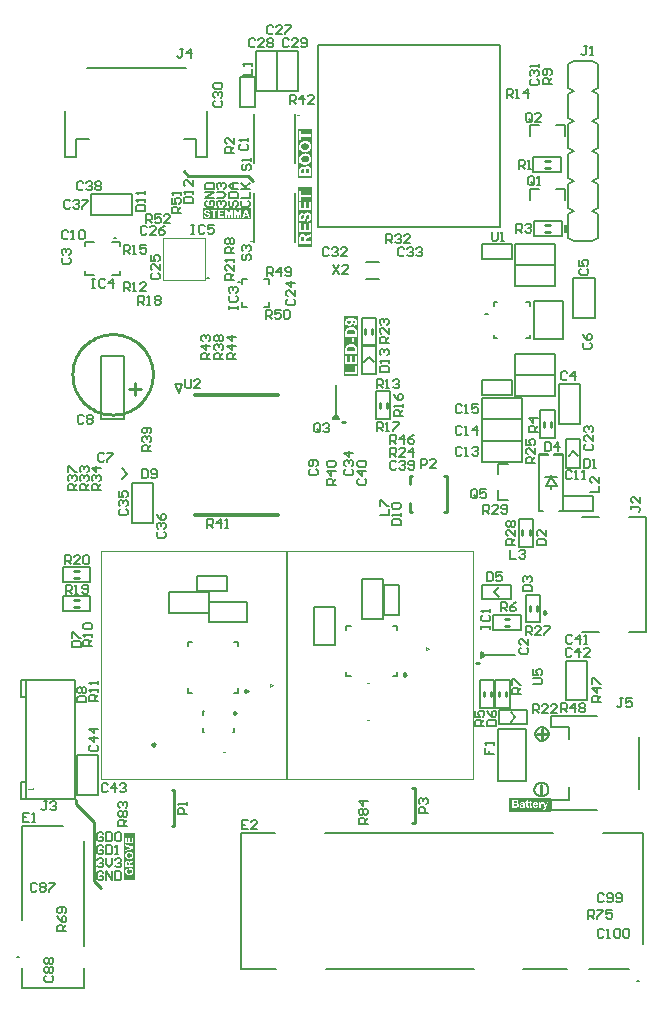
<source format=gto>
G04*
G04 #@! TF.GenerationSoftware,Altium Limited,Altium Designer,23.4.1 (23)*
G04*
G04 Layer_Color=65535*
%FSLAX44Y44*%
%MOMM*%
G71*
G04*
G04 #@! TF.SameCoordinates,B80EE6FD-DE0C-41A8-97C9-53CED130240B*
G04*
G04*
G04 #@! TF.FilePolarity,Positive*
G04*
G01*
G75*
%ADD10C,0.2000*%
%ADD11C,0.2500*%
%ADD12C,0.1000*%
%ADD13C,0.2540*%
%ADD14C,0.1000*%
%ADD15C,0.1500*%
%ADD16C,0.1270*%
%ADD17C,0.3000*%
%ADD18C,0.2560*%
%ADD19C,0.2032*%
%ADD20R,0.3300X0.7000*%
G36*
X8994Y295000D02*
Y253623D01*
X-2994D01*
Y295000D01*
X8994D01*
D02*
G37*
G36*
X47994Y85623D02*
X36006D01*
Y136377D01*
X47994D01*
Y85623D01*
D02*
G37*
G36*
X-43095Y227660D02*
Y218364D01*
X-83397D01*
Y227660D01*
X-43095D01*
D02*
G37*
G36*
X-141352Y-341151D02*
X-150648D01*
Y-300849D01*
X-141352D01*
Y-341151D01*
D02*
G37*
G36*
X8994Y245377D02*
Y194623D01*
X-2994D01*
Y245377D01*
X8994D01*
D02*
G37*
G36*
X211377Y-283000D02*
X176000D01*
Y-271844D01*
X211377D01*
Y-283000D01*
D02*
G37*
G36*
X-226829Y-263094D02*
X-226824Y-263161D01*
X-226819Y-263239D01*
X-226814Y-263333D01*
X-226803Y-263432D01*
X-226788Y-263536D01*
Y-263547D01*
X-226783Y-263562D01*
X-226777Y-263583D01*
X-226772Y-263635D01*
X-226756Y-263703D01*
X-226741Y-263771D01*
X-226720Y-263849D01*
X-226694Y-263916D01*
X-226668Y-263979D01*
X-226663Y-263989D01*
X-226652Y-264010D01*
X-226626Y-264041D01*
X-226600Y-264083D01*
X-226564Y-264130D01*
X-226517Y-264177D01*
X-226470Y-264224D01*
X-226413Y-264265D01*
X-226408Y-264270D01*
X-226382Y-264281D01*
X-226350Y-264302D01*
X-226304Y-264323D01*
X-226241Y-264343D01*
X-226173Y-264364D01*
X-226090Y-264380D01*
X-225996Y-264390D01*
Y-265015D01*
X-231391D01*
Y-266239D01*
X-232000D01*
Y-263000D01*
X-231391D01*
Y-264244D01*
X-227376D01*
Y-263000D01*
X-226829D01*
Y-263094D01*
D02*
G37*
%LPC*%
G36*
X7874Y293347D02*
Y290462D01*
X-233D01*
Y293347D01*
X7874D01*
X-1882D01*
Y285604D01*
X-233D01*
Y288497D01*
X7874D01*
Y285604D01*
D01*
Y293347D01*
D02*
G37*
G36*
X8040Y284756D02*
X3119D01*
D01*
X8040D01*
D02*
G37*
G36*
X3119D02*
X3016D01*
X2580Y284740D01*
X2176Y284701D01*
X1787Y284637D01*
X1431Y284550D01*
X1098Y284455D01*
X797Y284344D01*
X520Y284225D01*
X266Y284106D01*
X44Y283988D01*
X-154Y283869D01*
X-320Y283758D01*
X-455Y283663D01*
X-558Y283575D01*
X-637Y283512D01*
X-685Y283472D01*
X-701Y283457D01*
X-939Y283203D01*
X-1145Y282941D01*
X-1319Y282656D01*
X-1478Y282371D01*
X-1604Y282086D01*
X-1715Y281800D01*
X-1802Y281515D01*
X-1874Y281246D01*
X-1929Y280992D01*
X-1969Y280762D01*
X-2001Y280548D01*
X-2008Y280453D01*
X-2016Y280366D01*
X-2024Y280287D01*
X-2032Y280215D01*
Y280152D01*
X-2040Y280104D01*
Y275302D01*
Y280009D01*
X-2032Y279787D01*
X-2024Y279581D01*
X-2008Y279375D01*
X-1977Y279177D01*
X-1953Y278995D01*
X-1921Y278821D01*
X-1882Y278662D01*
X-1850Y278512D01*
X-1810Y278377D01*
X-1779Y278258D01*
X-1739Y278155D01*
X-1715Y278068D01*
X-1691Y278004D01*
X-1668Y277949D01*
X-1660Y277917D01*
X-1652Y277909D01*
X-1533Y277664D01*
X-1398Y277426D01*
X-1248Y277212D01*
X-1176Y277117D01*
X-1105Y277022D01*
X-1042Y276942D01*
X-978Y276871D01*
X-923Y276808D01*
X-867Y276752D01*
X-828Y276705D01*
X-796Y276673D01*
X-780Y276657D01*
X-772Y276649D01*
X-542Y276443D01*
X-313Y276269D01*
X-91Y276110D01*
X123Y275984D01*
X211Y275928D01*
X298Y275881D01*
X377Y275841D01*
X440Y275809D01*
X496Y275777D01*
X535Y275762D01*
X559Y275754D01*
X567Y275746D01*
X757Y275667D01*
X963Y275603D01*
X1169Y275540D01*
X1383Y275492D01*
X1795Y275413D01*
X2001Y275381D01*
X2192Y275357D01*
X2374Y275342D01*
X2540Y275326D01*
X2683Y275318D01*
X2818Y275310D01*
X2921Y275302D01*
X-2040D01*
X8040D01*
X3063D01*
X3491Y275318D01*
X3888Y275357D01*
X4268Y275421D01*
X4617Y275500D01*
X4942Y275595D01*
X5243Y275706D01*
X5520Y275825D01*
X5766Y275944D01*
X5980Y276063D01*
X6178Y276174D01*
X6336Y276285D01*
X6471Y276380D01*
X6582Y276459D01*
X6653Y276522D01*
X6701Y276562D01*
X6717Y276578D01*
X6946Y276831D01*
X7153Y277093D01*
X7327Y277378D01*
X7485Y277664D01*
X7612Y277949D01*
X7715Y278234D01*
X7802Y278519D01*
X7874Y278789D01*
X7929Y279050D01*
X7969Y279280D01*
X8001Y279494D01*
X8008Y279589D01*
X8016Y279684D01*
X8024Y279764D01*
X8032Y279835D01*
Y279890D01*
X8040Y279946D01*
Y280041D01*
X8024Y280437D01*
X7985Y280802D01*
X7913Y281158D01*
X7834Y281483D01*
X7731Y281792D01*
X7620Y282070D01*
X7501Y282331D01*
X7375Y282561D01*
X7248Y282767D01*
X7129Y282949D01*
X7018Y283108D01*
X6915Y283235D01*
X6828Y283338D01*
X6764Y283417D01*
X6725Y283457D01*
X6709Y283472D01*
X6447Y283702D01*
X6170Y283900D01*
X5877Y284067D01*
X5568Y284217D01*
X5259Y284336D01*
X4957Y284439D01*
X4656Y284526D01*
X4363Y284598D01*
X4086Y284645D01*
X3832Y284685D01*
X3602Y284717D01*
X3499Y284725D01*
X3404Y284740D01*
X3317D01*
X3246Y284748D01*
X3174D01*
X3119Y284756D01*
D02*
G37*
G36*
Y274161D02*
X3016D01*
X2580Y274145D01*
X2176Y274105D01*
X1787Y274042D01*
X1431Y273955D01*
X1098Y273860D01*
X797Y273749D01*
X520Y273630D01*
X266Y273511D01*
X44Y273392D01*
X-154Y273273D01*
X-320Y273162D01*
X-455Y273067D01*
X-558Y272980D01*
X-637Y272917D01*
X-685Y272877D01*
X-701Y272861D01*
X-939Y272607D01*
X-1145Y272346D01*
X-1319Y272061D01*
X-1478Y271775D01*
X-1604Y271490D01*
X-1715Y271205D01*
X-1802Y270919D01*
X-1874Y270650D01*
X-1929Y270396D01*
X-1969Y270167D01*
X-2001Y269953D01*
X-2008Y269858D01*
X-2016Y269771D01*
X-2024Y269691D01*
X-2032Y269620D01*
Y269557D01*
X-2040Y269509D01*
Y264706D01*
Y269414D01*
X-2032Y269192D01*
X-2024Y268986D01*
X-2008Y268780D01*
X-1977Y268582D01*
X-1953Y268400D01*
X-1921Y268225D01*
X-1882Y268067D01*
X-1850Y267916D01*
X-1810Y267781D01*
X-1779Y267663D01*
X-1739Y267559D01*
X-1715Y267472D01*
X-1691Y267409D01*
X-1668Y267353D01*
X-1660Y267322D01*
X-1652Y267314D01*
X-1533Y267068D01*
X-1398Y266830D01*
X-1248Y266616D01*
X-1176Y266521D01*
X-1105Y266426D01*
X-1042Y266347D01*
X-978Y266276D01*
X-923Y266212D01*
X-867Y266157D01*
X-828Y266109D01*
X-796Y266077D01*
X-780Y266062D01*
X-772Y266054D01*
X-542Y265848D01*
X-313Y265673D01*
X-91Y265515D01*
X123Y265388D01*
X211Y265333D01*
X298Y265285D01*
X377Y265245D01*
X440Y265214D01*
X496Y265182D01*
X535Y265166D01*
X559Y265158D01*
X567Y265150D01*
X757Y265071D01*
X963Y265008D01*
X1169Y264944D01*
X1383Y264897D01*
X1795Y264818D01*
X2001Y264786D01*
X2192Y264762D01*
X2374Y264746D01*
X2540Y264730D01*
X2683Y264722D01*
X2818Y264714D01*
X2921Y264706D01*
X-2040D01*
X8040D01*
X3063D01*
X3491Y264722D01*
X3888Y264762D01*
X4268Y264825D01*
X4617Y264905D01*
X4942Y265000D01*
X5243Y265111D01*
X5520Y265229D01*
X5766Y265348D01*
X5980Y265467D01*
X6178Y265578D01*
X6336Y265689D01*
X6471Y265784D01*
X6582Y265863D01*
X6653Y265927D01*
X6701Y265966D01*
X6717Y265982D01*
X6946Y266236D01*
X7153Y266497D01*
X7327Y266783D01*
X7485Y267068D01*
X7612Y267353D01*
X7715Y267639D01*
X7802Y267924D01*
X7874Y268193D01*
X7929Y268455D01*
X7969Y268685D01*
X8001Y268899D01*
X8008Y268994D01*
X8016Y269089D01*
X8024Y269168D01*
X8032Y269240D01*
Y269295D01*
X8040Y269350D01*
Y269445D01*
X8024Y269842D01*
X7985Y270206D01*
X7913Y270563D01*
X7834Y270888D01*
X7731Y271197D01*
X7620Y271474D01*
X7501Y271736D01*
X7375Y271966D01*
X7248Y272172D01*
X7129Y272354D01*
X7018Y272512D01*
X6915Y272639D01*
X6828Y272742D01*
X6764Y272822D01*
X6725Y272861D01*
X6709Y272877D01*
X6447Y273107D01*
X6170Y273305D01*
X5877Y273471D01*
X5568Y273622D01*
X5259Y273741D01*
X4957Y273844D01*
X4656Y273931D01*
X4363Y274002D01*
X4086Y274050D01*
X3832Y274090D01*
X3602Y274121D01*
X3499Y274129D01*
X3404Y274145D01*
X3317D01*
X3246Y274153D01*
X3174D01*
X3119Y274161D01*
D02*
G37*
G36*
X5108Y263438D02*
X5045D01*
X4886Y263431D01*
X4743Y263415D01*
X4601Y263391D01*
X4458Y263367D01*
X4331Y263328D01*
X4212Y263288D01*
X4101Y263240D01*
X3999Y263201D01*
X3903Y263153D01*
X3824Y263106D01*
X3753Y263066D01*
X3690Y263034D01*
X3642Y263003D01*
X3610Y262979D01*
X3586Y262963D01*
X3578Y262955D01*
X3468Y262860D01*
X3357Y262757D01*
X3262Y262654D01*
X3174Y262543D01*
X3095Y262432D01*
X3024Y262313D01*
X2897Y262099D01*
X2849Y261996D01*
X2810Y261901D01*
X2770Y261814D01*
X2738Y261735D01*
X2723Y261679D01*
X2707Y261632D01*
X2691Y261600D01*
Y261592D01*
X2572Y261814D01*
X2437Y262012D01*
X2295Y262186D01*
X2152Y262329D01*
X2033Y262440D01*
X1978Y262488D01*
X1930Y262527D01*
X1891Y262551D01*
X1859Y262575D01*
X1843Y262583D01*
X1835Y262591D01*
X1724Y262654D01*
X1613Y262717D01*
X1391Y262805D01*
X1185Y262876D01*
X987Y262915D01*
X900Y262931D01*
X821Y262947D01*
X749Y262955D01*
X694D01*
X638Y262963D01*
X607D01*
X583D01*
X575D01*
X345Y262947D01*
X131Y262915D01*
X-67Y262868D01*
X-233Y262812D01*
X-305Y262781D01*
X-376Y262757D01*
X-431Y262733D01*
X-479Y262710D01*
X-519Y262694D01*
X-542Y262678D01*
X-558Y262662D01*
X-566D01*
X-748Y262543D01*
X-907Y262416D01*
X-1042Y262289D01*
X-1160Y262171D01*
X-1256Y262068D01*
X-1319Y261988D01*
X-1343Y261957D01*
X-1359Y261933D01*
X-1374Y261917D01*
Y261909D01*
X-1478Y261735D01*
X-1565Y261560D01*
X-1636Y261394D01*
X-1691Y261235D01*
X-1731Y261101D01*
X-1747Y261037D01*
X-1763Y260990D01*
X-1771Y260950D01*
Y260919D01*
X-1779Y260903D01*
Y260895D01*
X-1795Y260784D01*
X-1810Y260657D01*
X-1826Y260522D01*
X-1842Y260387D01*
X-1858Y260094D01*
X-1866Y259817D01*
X-1874Y259682D01*
Y259563D01*
X-1882Y259452D01*
Y255276D01*
X7874D01*
Y258921D01*
X7866Y259230D01*
Y259508D01*
X7858Y259753D01*
Y259967D01*
X7850Y260166D01*
X7842Y260332D01*
Y260475D01*
X7834Y260602D01*
X7826Y260704D01*
Y260784D01*
X7818Y260855D01*
Y260903D01*
X7810Y260934D01*
Y260958D01*
X7763Y261243D01*
X7699Y261497D01*
X7668Y261616D01*
X7628Y261719D01*
X7588Y261822D01*
X7549Y261917D01*
X7509Y261996D01*
X7470Y262068D01*
X7438Y262131D01*
X7406Y262186D01*
X7382Y262226D01*
X7367Y262258D01*
X7351Y262274D01*
Y262281D01*
X7200Y262472D01*
X7034Y262638D01*
X6867Y262789D01*
X6701Y262908D01*
X6558Y263003D01*
X6503Y263042D01*
X6447Y263074D01*
X6408Y263098D01*
X6368Y263114D01*
X6352Y263130D01*
X6344D01*
X6107Y263232D01*
X5877Y263312D01*
X5655Y263367D01*
X5457Y263399D01*
X5369Y263415D01*
X5290Y263423D01*
X5219Y263431D01*
X5156D01*
X5108Y263438D01*
D02*
G37*
%LPD*%
G36*
X3277Y282720D02*
X3563Y282696D01*
X3832Y282656D01*
X4078Y282609D01*
X4308Y282553D01*
X4522Y282490D01*
X4704Y282418D01*
X4878Y282347D01*
X5029Y282276D01*
X5156Y282204D01*
X5267Y282141D01*
X5354Y282086D01*
X5425Y282038D01*
X5472Y281998D01*
X5504Y281975D01*
X5512Y281967D01*
X5663Y281824D01*
X5789Y281666D01*
X5908Y281507D01*
X6004Y281349D01*
X6083Y281182D01*
X6154Y281024D01*
X6209Y280865D01*
X6257Y280715D01*
X6289Y280580D01*
X6313Y280445D01*
X6336Y280326D01*
X6344Y280231D01*
X6352Y280144D01*
X6360Y280089D01*
Y280033D01*
X6352Y279819D01*
X6320Y279613D01*
X6281Y279415D01*
X6225Y279233D01*
X6162Y279066D01*
X6091Y278900D01*
X6011Y278757D01*
X5932Y278622D01*
X5853Y278504D01*
X5782Y278401D01*
X5710Y278305D01*
X5647Y278234D01*
X5591Y278171D01*
X5552Y278123D01*
X5520Y278099D01*
X5512Y278092D01*
X5346Y277957D01*
X5156Y277838D01*
X4965Y277743D01*
X4759Y277656D01*
X4553Y277576D01*
X4339Y277513D01*
X4133Y277465D01*
X3935Y277426D01*
X3745Y277394D01*
X3571Y277370D01*
X3412Y277355D01*
X3269Y277347D01*
X3158Y277339D01*
X3071Y277331D01*
X3040D01*
X3016D01*
X3008D01*
X3000D01*
X2691Y277339D01*
X2406Y277362D01*
X2144Y277402D01*
X1891Y277450D01*
X1669Y277505D01*
X1463Y277568D01*
X1272Y277632D01*
X1106Y277703D01*
X963Y277775D01*
X829Y277838D01*
X726Y277901D01*
X638Y277957D01*
X567Y278004D01*
X520Y278044D01*
X488Y278068D01*
X480Y278076D01*
X329Y278218D01*
X203Y278377D01*
X92Y278535D01*
X-3Y278694D01*
X-91Y278860D01*
X-154Y279019D01*
X-210Y279185D01*
X-257Y279336D01*
X-289Y279478D01*
X-313Y279613D01*
X-336Y279732D01*
X-344Y279835D01*
X-352Y279914D01*
X-360Y279978D01*
Y280033D01*
X-352Y280255D01*
X-328Y280469D01*
X-281Y280667D01*
X-233Y280857D01*
X-170Y281032D01*
X-99Y281190D01*
X-19Y281333D01*
X52Y281467D01*
X131Y281586D01*
X211Y281689D01*
X282Y281784D01*
X345Y281856D01*
X393Y281911D01*
X432Y281959D01*
X464Y281983D01*
X472Y281991D01*
X638Y282117D01*
X813Y282236D01*
X1011Y282331D01*
X1209Y282418D01*
X1415Y282490D01*
X1621Y282545D01*
X1827Y282593D01*
X2025Y282632D01*
X2215Y282664D01*
X2398Y282688D01*
X2556Y282704D01*
X2691Y282720D01*
X2810D01*
X2857Y282728D01*
X2897D01*
X2929D01*
X2952D01*
X2960D01*
X2968D01*
X3277Y282720D01*
D02*
G37*
G36*
Y272124D02*
X3563Y272100D01*
X3832Y272061D01*
X4078Y272013D01*
X4308Y271958D01*
X4522Y271894D01*
X4704Y271823D01*
X4878Y271752D01*
X5029Y271680D01*
X5156Y271609D01*
X5267Y271546D01*
X5354Y271490D01*
X5425Y271443D01*
X5472Y271403D01*
X5504Y271379D01*
X5512Y271371D01*
X5663Y271229D01*
X5789Y271070D01*
X5908Y270912D01*
X6004Y270753D01*
X6083Y270587D01*
X6154Y270428D01*
X6209Y270270D01*
X6257Y270119D01*
X6289Y269984D01*
X6313Y269850D01*
X6336Y269731D01*
X6344Y269636D01*
X6352Y269549D01*
X6360Y269493D01*
Y269438D01*
X6352Y269224D01*
X6320Y269018D01*
X6281Y268820D01*
X6225Y268637D01*
X6162Y268471D01*
X6091Y268304D01*
X6011Y268162D01*
X5932Y268027D01*
X5853Y267908D01*
X5782Y267805D01*
X5710Y267710D01*
X5647Y267639D01*
X5591Y267575D01*
X5552Y267528D01*
X5520Y267504D01*
X5512Y267496D01*
X5346Y267361D01*
X5156Y267242D01*
X4965Y267147D01*
X4759Y267060D01*
X4553Y266981D01*
X4339Y266917D01*
X4133Y266870D01*
X3935Y266830D01*
X3745Y266799D01*
X3571Y266775D01*
X3412Y266759D01*
X3269Y266751D01*
X3158Y266743D01*
X3071Y266735D01*
X3040D01*
X3016D01*
X3008D01*
X3000D01*
X2691Y266743D01*
X2406Y266767D01*
X2144Y266807D01*
X1891Y266854D01*
X1669Y266910D01*
X1463Y266973D01*
X1272Y267036D01*
X1106Y267108D01*
X963Y267179D01*
X829Y267242D01*
X726Y267306D01*
X638Y267361D01*
X567Y267409D01*
X520Y267449D01*
X488Y267472D01*
X480Y267480D01*
X329Y267623D01*
X203Y267781D01*
X92Y267940D01*
X-3Y268098D01*
X-91Y268265D01*
X-154Y268423D01*
X-210Y268590D01*
X-257Y268740D01*
X-289Y268883D01*
X-313Y269018D01*
X-336Y269137D01*
X-344Y269240D01*
X-352Y269319D01*
X-360Y269382D01*
Y269438D01*
X-352Y269660D01*
X-328Y269874D01*
X-281Y270072D01*
X-233Y270262D01*
X-170Y270436D01*
X-99Y270595D01*
X-19Y270737D01*
X52Y270872D01*
X131Y270991D01*
X211Y271094D01*
X282Y271189D01*
X345Y271260D01*
X393Y271316D01*
X432Y271363D01*
X464Y271387D01*
X472Y271395D01*
X638Y271522D01*
X813Y271641D01*
X1011Y271736D01*
X1209Y271823D01*
X1415Y271894D01*
X1621Y271950D01*
X1827Y271997D01*
X2025Y272037D01*
X2215Y272069D01*
X2398Y272092D01*
X2556Y272108D01*
X2691Y272124D01*
X2810D01*
X2857Y272132D01*
X2897D01*
X2929D01*
X2952D01*
X2960D01*
X2968D01*
X3277Y272124D01*
D02*
G37*
G36*
X5132Y261402D02*
X5298Y261370D01*
X5441Y261323D01*
X5560Y261275D01*
X5655Y261220D01*
X5726Y261180D01*
X5766Y261148D01*
X5782Y261132D01*
X5885Y261021D01*
X5972Y260903D01*
X6043Y260784D01*
X6091Y260665D01*
X6130Y260570D01*
X6154Y260483D01*
X6162Y260451D01*
Y260435D01*
X6170Y260419D01*
Y260411D01*
X6178Y260348D01*
X6186Y260269D01*
X6194Y260181D01*
X6202Y260078D01*
X6209Y259856D01*
X6217Y259635D01*
Y259524D01*
X6225Y259413D01*
Y257241D01*
X3618D01*
Y259072D01*
X3626Y259286D01*
X3634Y259492D01*
X3642Y259666D01*
X3650Y259833D01*
X3666Y259975D01*
X3674Y260102D01*
X3690Y260205D01*
X3705Y260300D01*
X3713Y260380D01*
X3729Y260443D01*
X3737Y260490D01*
X3745Y260530D01*
X3753Y260562D01*
X3761Y260570D01*
Y260578D01*
X3824Y260720D01*
X3888Y260847D01*
X3967Y260950D01*
X4038Y261037D01*
X4110Y261109D01*
X4165Y261156D01*
X4197Y261188D01*
X4212Y261196D01*
X4331Y261267D01*
X4458Y261323D01*
X4577Y261354D01*
X4696Y261386D01*
X4799Y261402D01*
X4878Y261410D01*
X4910D01*
X4934D01*
X4942D01*
X4949D01*
X5132Y261402D01*
D02*
G37*
G36*
X1019Y261029D02*
X1169Y260998D01*
X1304Y260950D01*
X1415Y260903D01*
X1502Y260847D01*
X1566Y260800D01*
X1605Y260768D01*
X1621Y260752D01*
X1716Y260633D01*
X1795Y260506D01*
X1851Y260380D01*
X1898Y260253D01*
X1930Y260134D01*
X1946Y260047D01*
X1954Y260007D01*
X1962Y259983D01*
Y259960D01*
X1970Y259896D01*
Y259817D01*
X1978Y259722D01*
Y259619D01*
X1986Y259500D01*
Y259135D01*
X1993Y259016D01*
Y257241D01*
X-257D01*
Y259040D01*
X-249Y259215D01*
Y259373D01*
X-241Y259508D01*
Y259730D01*
X-233Y259817D01*
Y259880D01*
X-225Y259936D01*
Y259983D01*
X-217Y260015D01*
Y260047D01*
X-186Y260221D01*
X-138Y260372D01*
X-83Y260498D01*
X-27Y260609D01*
X28Y260689D01*
X76Y260744D01*
X107Y260784D01*
X123Y260792D01*
X234Y260879D01*
X353Y260942D01*
X472Y260982D01*
X591Y261014D01*
X694Y261029D01*
X781Y261045D01*
X805D01*
X829D01*
X844D01*
X852D01*
X1019Y261029D01*
D02*
G37*
%LPC*%
G36*
X42123Y134755D02*
X37011D01*
Y128248D01*
Y131371D01*
X37019Y131125D01*
X37051Y130879D01*
X37099Y130658D01*
X37154Y130443D01*
X37225Y130245D01*
X37297Y130063D01*
X37384Y129889D01*
X37463Y129738D01*
X37550Y129604D01*
X37637Y129477D01*
X37709Y129374D01*
X37780Y129286D01*
X37836Y129215D01*
X37883Y129168D01*
X37915Y129136D01*
X37923Y129128D01*
X38097Y128969D01*
X38287Y128835D01*
X38485Y128724D01*
X38683Y128621D01*
X38882Y128534D01*
X39080Y128462D01*
X39278Y128407D01*
X39460Y128359D01*
X39634Y128320D01*
X39801Y128296D01*
X39943Y128272D01*
X40070Y128264D01*
X40173Y128256D01*
X40252Y128248D01*
X37011D01*
X46989D01*
X40316D01*
X40578Y128256D01*
X40823Y128288D01*
X41053Y128328D01*
X41275Y128375D01*
X41481Y128439D01*
X41671Y128510D01*
X41845Y128589D01*
X42004Y128668D01*
X42139Y128740D01*
X42265Y128819D01*
X42376Y128890D01*
X42464Y128954D01*
X42527Y129001D01*
X42582Y129049D01*
X42614Y129073D01*
X42622Y129080D01*
X42781Y129239D01*
X42915Y129405D01*
X43034Y129572D01*
X43137Y129738D01*
X43224Y129913D01*
X43296Y130071D01*
X43351Y130230D01*
X43399Y130380D01*
X43438Y130523D01*
X43462Y130658D01*
X43486Y130768D01*
X43494Y130871D01*
X43502Y130951D01*
X43510Y131014D01*
Y131062D01*
X43502Y131260D01*
X43478Y131442D01*
X43430Y131616D01*
X43383Y131783D01*
X43319Y131941D01*
X43248Y132084D01*
X43177Y132219D01*
X43098Y132338D01*
X43026Y132449D01*
X42955Y132544D01*
X42884Y132631D01*
X42820Y132694D01*
X42765Y132750D01*
X42725Y132789D01*
X42701Y132813D01*
X42693Y132821D01*
X42994Y132797D01*
X43272Y132766D01*
X43518Y132734D01*
X43747Y132694D01*
X43953Y132654D01*
X44128Y132607D01*
X44286Y132567D01*
X44429Y132520D01*
X44548Y132480D01*
X44651Y132441D01*
X44730Y132401D01*
X44794Y132369D01*
X44841Y132346D01*
X44881Y132322D01*
X44896Y132314D01*
X44904Y132306D01*
X44999Y132227D01*
X45079Y132147D01*
X45150Y132068D01*
X45213Y131981D01*
X45261Y131902D01*
X45309Y131814D01*
X45372Y131664D01*
X45404Y131529D01*
X45420Y131474D01*
X45427Y131418D01*
X45435Y131379D01*
Y131323D01*
X45427Y131157D01*
X45396Y131014D01*
X45356Y130887D01*
X45301Y130784D01*
X45253Y130697D01*
X45213Y130634D01*
X45182Y130602D01*
X45174Y130586D01*
X45063Y130491D01*
X44928Y130420D01*
X44794Y130356D01*
X44659Y130309D01*
X44540Y130277D01*
X44484Y130269D01*
X44437Y130261D01*
X44405Y130253D01*
X44373Y130245D01*
X44358D01*
X44350D01*
X44556Y128439D01*
X44778Y128478D01*
X44984Y128534D01*
X45174Y128597D01*
X45348Y128660D01*
X45515Y128732D01*
X45665Y128811D01*
X45800Y128882D01*
X45919Y128962D01*
X46030Y129033D01*
X46125Y129104D01*
X46196Y129168D01*
X46267Y129223D01*
X46315Y129271D01*
X46347Y129302D01*
X46371Y129326D01*
X46378Y129334D01*
X46489Y129469D01*
X46576Y129619D01*
X46664Y129770D01*
X46727Y129921D01*
X46790Y130079D01*
X46838Y130230D01*
X46878Y130380D01*
X46909Y130523D01*
X46941Y130658D01*
X46957Y130784D01*
X46973Y130895D01*
X46981Y130990D01*
Y131070D01*
X46989Y131133D01*
Y131180D01*
X46973Y131474D01*
X46941Y131751D01*
X46878Y132013D01*
X46806Y132258D01*
X46711Y132488D01*
X46616Y132702D01*
X46505Y132892D01*
X46394Y133067D01*
X46291Y133225D01*
X46180Y133368D01*
X46085Y133487D01*
X45990Y133582D01*
X45919Y133661D01*
X45855Y133716D01*
X45824Y133756D01*
X45808Y133764D01*
X45689Y133851D01*
X45570Y133938D01*
X45301Y134089D01*
X45007Y134224D01*
X44698Y134335D01*
X44381Y134430D01*
X44064Y134517D01*
X43740Y134580D01*
X43430Y134628D01*
X43129Y134675D01*
X42852Y134699D01*
X42717Y134715D01*
X42598Y134723D01*
X42479Y134731D01*
X42376Y134739D01*
X42281Y134747D01*
X42194D01*
X42123Y134755D01*
D02*
G37*
G36*
X46806Y127131D02*
X41774D01*
X41536Y127115D01*
X41307Y127099D01*
X41093Y127083D01*
X40887Y127060D01*
X40696Y127028D01*
X40522Y126996D01*
X40363Y126973D01*
X40213Y126941D01*
X40086Y126909D01*
X39983Y126885D01*
X39888Y126854D01*
X39817Y126838D01*
X39761Y126822D01*
X39729Y126806D01*
X39722D01*
X39389Y126679D01*
X39230Y126600D01*
X39080Y126529D01*
X38945Y126449D01*
X38810Y126370D01*
X38691Y126299D01*
X38580Y126228D01*
X38485Y126156D01*
X38398Y126093D01*
X38319Y126029D01*
X38256Y125982D01*
X38208Y125934D01*
X38176Y125903D01*
X38152Y125887D01*
X38145Y125879D01*
X38026Y125760D01*
X37923Y125641D01*
X37820Y125514D01*
X37733Y125387D01*
X37645Y125269D01*
X37574Y125142D01*
X37511Y125023D01*
X37447Y124912D01*
X37400Y124809D01*
X37352Y124714D01*
X37320Y124627D01*
X37289Y124548D01*
X37265Y124492D01*
X37257Y124445D01*
X37241Y124413D01*
Y124405D01*
X37209Y124278D01*
X37178Y124143D01*
X37154Y124001D01*
X37130Y123850D01*
X37099Y123541D01*
X37075Y123240D01*
X37067Y123097D01*
X37059Y122970D01*
Y122852D01*
X37051Y122748D01*
Y122970D01*
Y118961D01*
X46806D01*
Y122859D01*
X46798Y123050D01*
X46790Y123224D01*
X46775Y123391D01*
X46759Y123549D01*
X46743Y123692D01*
X46719Y123818D01*
X46703Y123937D01*
X46687Y124048D01*
X46664Y124143D01*
X46648Y124223D01*
X46632Y124286D01*
X46616Y124333D01*
X46608Y124373D01*
X46600Y124397D01*
Y124405D01*
X46545Y124563D01*
X46489Y124714D01*
X46426Y124857D01*
X46363Y124983D01*
X46299Y125110D01*
X46236Y125221D01*
X46172Y125324D01*
X46109Y125419D01*
X46054Y125499D01*
X45998Y125578D01*
X45950Y125641D01*
X45903Y125689D01*
X45871Y125728D01*
X45848Y125760D01*
X45832Y125776D01*
X45824Y125784D01*
X45697Y125911D01*
X45562Y126021D01*
X45277Y126236D01*
X44992Y126418D01*
X44849Y126489D01*
X44714Y126560D01*
X44587Y126624D01*
X44476Y126679D01*
X44373Y126727D01*
X44278Y126766D01*
X44207Y126790D01*
X44152Y126814D01*
X44112Y126822D01*
X44104Y126830D01*
X43763Y126933D01*
X43415Y127004D01*
X43066Y127060D01*
X42899Y127076D01*
X42741Y127091D01*
X42590Y127107D01*
X42456Y127115D01*
X42337Y127123D01*
X42226D01*
X42147Y127131D01*
X46806D01*
D02*
G37*
G36*
X44207Y117875D02*
X42337D01*
Y114213D01*
X44207D01*
Y117875D01*
D02*
G37*
G36*
X46806Y112763D02*
X41774D01*
X41536Y112747D01*
X41307Y112732D01*
X41093Y112716D01*
X40887Y112692D01*
X40696Y112660D01*
X40522Y112629D01*
X40363Y112605D01*
X40213Y112573D01*
X40086Y112541D01*
X39983Y112518D01*
X39888Y112486D01*
X39817Y112470D01*
X39761Y112454D01*
X39729Y112438D01*
X39722D01*
X39389Y112312D01*
X39230Y112232D01*
X39080Y112161D01*
X38945Y112082D01*
X38810Y112002D01*
X38691Y111931D01*
X38580Y111860D01*
X38485Y111789D01*
X38398Y111725D01*
X38319Y111662D01*
X38256Y111614D01*
X38208Y111567D01*
X38176Y111535D01*
X38152Y111519D01*
X38145Y111511D01*
X38026Y111392D01*
X37923Y111273D01*
X37820Y111147D01*
X37733Y111020D01*
X37645Y110901D01*
X37574Y110774D01*
X37511Y110655D01*
X37447Y110544D01*
X37400Y110441D01*
X37352Y110346D01*
X37320Y110259D01*
X37289Y110180D01*
X37265Y110124D01*
X37257Y110077D01*
X37241Y110045D01*
Y110037D01*
X37209Y109910D01*
X37178Y109776D01*
X37154Y109633D01*
X37130Y109482D01*
X37099Y109173D01*
X37075Y108872D01*
X37067Y108730D01*
X37059Y108603D01*
Y108484D01*
X37051Y108381D01*
Y104593D01*
X46806D01*
Y108492D01*
X46798Y108682D01*
X46790Y108856D01*
X46775Y109023D01*
X46759Y109181D01*
X46743Y109324D01*
X46719Y109451D01*
X46703Y109570D01*
X46687Y109681D01*
X46664Y109776D01*
X46648Y109855D01*
X46632Y109918D01*
X46616Y109966D01*
X46608Y110006D01*
X46600Y110029D01*
Y110037D01*
X46545Y110196D01*
X46489Y110346D01*
X46426Y110489D01*
X46363Y110616D01*
X46299Y110743D01*
X46236Y110853D01*
X46172Y110956D01*
X46109Y111052D01*
X46054Y111131D01*
X45998Y111210D01*
X45950Y111273D01*
X45903Y111321D01*
X45871Y111361D01*
X45848Y111392D01*
X45832Y111408D01*
X45824Y111416D01*
X45697Y111543D01*
X45562Y111654D01*
X45277Y111868D01*
X44992Y112050D01*
X44849Y112121D01*
X44714Y112193D01*
X44587Y112256D01*
X44476Y112312D01*
X44373Y112359D01*
X44278Y112399D01*
X44207Y112423D01*
X44152Y112446D01*
X44112Y112454D01*
X44104Y112462D01*
X43763Y112565D01*
X43415Y112636D01*
X43066Y112692D01*
X42899Y112708D01*
X42741Y112724D01*
X42590Y112739D01*
X42456Y112747D01*
X42337Y112755D01*
X42226D01*
X42147Y112763D01*
X46806D01*
D02*
G37*
G36*
Y102929D02*
X45158D01*
Y97484D01*
X42511D01*
Y102374D01*
X40863D01*
Y97484D01*
X38699D01*
Y102738D01*
X37051D01*
Y102929D01*
D01*
Y95519D01*
X46806D01*
Y102929D01*
D02*
G37*
G36*
Y94108D02*
X45158D01*
Y89211D01*
X37138D01*
Y87245D01*
X46806D01*
Y94108D01*
D02*
G37*
%LPD*%
G36*
X41465Y134747D02*
X41235Y134731D01*
X41021Y134715D01*
X40815Y134691D01*
X40617Y134667D01*
X40419Y134636D01*
X40237Y134604D01*
X40062Y134572D01*
X39896Y134533D01*
X39737Y134493D01*
X39587Y134453D01*
X39444Y134414D01*
X39309Y134366D01*
X39064Y134279D01*
X38850Y134192D01*
X38660Y134105D01*
X38509Y134025D01*
X38382Y133954D01*
X38287Y133891D01*
X38216Y133843D01*
X38176Y133812D01*
X38160Y133804D01*
X37954Y133621D01*
X37780Y133423D01*
X37629Y133225D01*
X37495Y133019D01*
X37384Y132821D01*
X37289Y132615D01*
X37217Y132417D01*
X37154Y132234D01*
X37106Y132052D01*
X37075Y131894D01*
X37043Y131743D01*
X37027Y131616D01*
X37019Y131513D01*
X37011Y131434D01*
Y134755D01*
X41695D01*
X41465Y134747D01*
D02*
G37*
G36*
X40760Y132647D02*
X40887Y132631D01*
X41013Y132607D01*
X41124Y132575D01*
X41227Y132544D01*
X41315Y132512D01*
X41402Y132480D01*
X41473Y132441D01*
X41536Y132409D01*
X41592Y132377D01*
X41639Y132346D01*
X41671Y132322D01*
X41695Y132306D01*
X41711Y132298D01*
X41719Y132290D01*
X41790Y132219D01*
X41853Y132147D01*
X41917Y132068D01*
X41964Y131997D01*
X42036Y131846D01*
X42083Y131704D01*
X42115Y131577D01*
X42123Y131521D01*
X42131Y131474D01*
X42139Y131442D01*
Y131387D01*
X42131Y131284D01*
X42123Y131188D01*
X42067Y131006D01*
X42004Y130840D01*
X41917Y130705D01*
X41838Y130602D01*
X41774Y130515D01*
X41742Y130491D01*
X41719Y130467D01*
X41711Y130459D01*
X41703Y130451D01*
X41616Y130388D01*
X41513Y130333D01*
X41299Y130238D01*
X41069Y130174D01*
X40839Y130134D01*
X40736Y130119D01*
X40641Y130103D01*
X40546Y130095D01*
X40466D01*
X40403Y130087D01*
X40356D01*
X40324D01*
X40316D01*
X40149Y130095D01*
X39991Y130103D01*
X39848Y130119D01*
X39714Y130142D01*
X39595Y130166D01*
X39484Y130198D01*
X39389Y130230D01*
X39302Y130261D01*
X39222Y130293D01*
X39159Y130317D01*
X39104Y130348D01*
X39056Y130372D01*
X39024Y130396D01*
X38993Y130412D01*
X38985Y130428D01*
X38977D01*
X38905Y130491D01*
X38842Y130562D01*
X38786Y130634D01*
X38739Y130705D01*
X38668Y130848D01*
X38612Y130982D01*
X38588Y131101D01*
X38580Y131157D01*
X38572Y131196D01*
X38565Y131236D01*
Y131284D01*
X38572Y131387D01*
X38588Y131482D01*
X38612Y131577D01*
X38644Y131664D01*
X38723Y131830D01*
X38810Y131965D01*
X38905Y132084D01*
X38945Y132132D01*
X38985Y132171D01*
X39016Y132203D01*
X39040Y132227D01*
X39056Y132234D01*
X39064Y132242D01*
X39159Y132314D01*
X39270Y132385D01*
X39381Y132441D01*
X39492Y132488D01*
X39729Y132559D01*
X39951Y132607D01*
X40054Y132631D01*
X40157Y132639D01*
X40245Y132647D01*
X40316Y132654D01*
X40379Y132662D01*
X40427D01*
X40459D01*
X40466D01*
X40617D01*
X40760Y132647D01*
D02*
G37*
G36*
X42337Y125094D02*
X42519Y125086D01*
X42693Y125070D01*
X42852Y125055D01*
X42994Y125039D01*
X43129Y125015D01*
X43256Y124999D01*
X43359Y124983D01*
X43454Y124960D01*
X43533Y124944D01*
X43605Y124928D01*
X43652Y124912D01*
X43692Y124904D01*
X43716Y124896D01*
X43724D01*
X43843Y124857D01*
X43953Y124817D01*
X44049Y124777D01*
X44144Y124730D01*
X44231Y124690D01*
X44310Y124643D01*
X44437Y124563D01*
X44540Y124492D01*
X44611Y124437D01*
X44651Y124397D01*
X44667Y124381D01*
X44762Y124254D01*
X44849Y124128D01*
X44920Y123993D01*
X44976Y123866D01*
X45015Y123755D01*
X45047Y123668D01*
X45055Y123636D01*
X45063Y123612D01*
X45071Y123596D01*
Y123589D01*
X45087Y123517D01*
X45103Y123430D01*
X45118Y123248D01*
X45134Y123050D01*
X45150Y122852D01*
Y122669D01*
X45158Y122598D01*
Y120926D01*
X38699D01*
Y122218D01*
X38707Y122400D01*
X38715Y122566D01*
X38723Y122717D01*
X38731Y122852D01*
X38739Y122970D01*
X38747Y123074D01*
X38755Y123161D01*
X38763Y123232D01*
X38771Y123295D01*
X38779Y123343D01*
X38786Y123383D01*
Y123406D01*
X38794Y123422D01*
Y123430D01*
X38850Y123628D01*
X38913Y123802D01*
X38993Y123953D01*
X39072Y124088D01*
X39143Y124191D01*
X39199Y124270D01*
X39238Y124318D01*
X39246Y124333D01*
X39254D01*
X39389Y124460D01*
X39547Y124579D01*
X39706Y124674D01*
X39856Y124754D01*
X39991Y124817D01*
X40054Y124841D01*
X40102Y124857D01*
X40149Y124872D01*
X40181Y124888D01*
X40197Y124896D01*
X40205D01*
X40324Y124936D01*
X40451Y124967D01*
X40728Y125015D01*
X41013Y125055D01*
X41291Y125078D01*
X41425Y125086D01*
X41544Y125094D01*
X41655D01*
X41750Y125102D01*
X41822D01*
X41885D01*
X41917D01*
X41933D01*
X42139D01*
X42337Y125094D01*
D02*
G37*
G36*
Y110727D02*
X42519Y110719D01*
X42693Y110703D01*
X42852Y110687D01*
X42994Y110671D01*
X43129Y110647D01*
X43256Y110632D01*
X43359Y110616D01*
X43454Y110592D01*
X43533Y110576D01*
X43605Y110560D01*
X43652Y110544D01*
X43692Y110536D01*
X43716Y110528D01*
X43724D01*
X43843Y110489D01*
X43953Y110449D01*
X44049Y110410D01*
X44144Y110362D01*
X44231Y110323D01*
X44310Y110275D01*
X44437Y110196D01*
X44540Y110124D01*
X44611Y110069D01*
X44651Y110029D01*
X44667Y110013D01*
X44762Y109887D01*
X44849Y109760D01*
X44920Y109625D01*
X44976Y109498D01*
X45015Y109387D01*
X45047Y109300D01*
X45055Y109269D01*
X45063Y109245D01*
X45071Y109229D01*
Y109221D01*
X45087Y109150D01*
X45103Y109062D01*
X45118Y108880D01*
X45134Y108682D01*
X45150Y108484D01*
Y108302D01*
X45158Y108230D01*
Y106558D01*
X38699D01*
Y107850D01*
X38707Y108032D01*
X38715Y108199D01*
X38723Y108349D01*
X38731Y108484D01*
X38739Y108603D01*
X38747Y108706D01*
X38755Y108793D01*
X38763Y108864D01*
X38771Y108928D01*
X38779Y108975D01*
X38786Y109015D01*
Y109039D01*
X38794Y109054D01*
Y109062D01*
X38850Y109261D01*
X38913Y109435D01*
X38993Y109586D01*
X39072Y109720D01*
X39143Y109823D01*
X39199Y109902D01*
X39238Y109950D01*
X39246Y109966D01*
X39254D01*
X39389Y110093D01*
X39547Y110211D01*
X39706Y110307D01*
X39856Y110386D01*
X39991Y110449D01*
X40054Y110473D01*
X40102Y110489D01*
X40149Y110505D01*
X40181Y110521D01*
X40197Y110528D01*
X40205D01*
X40324Y110568D01*
X40451Y110600D01*
X40728Y110647D01*
X41013Y110687D01*
X41291Y110711D01*
X41425Y110719D01*
X41544Y110727D01*
X41655D01*
X41750Y110735D01*
X41822D01*
X41885D01*
X41917D01*
X41933D01*
X42139D01*
X42337Y110727D01*
D02*
G37*
%LPC*%
G36*
X-77455Y226377D02*
X-80276D01*
X-80408Y226367D01*
X-80535Y226356D01*
X-80657Y226340D01*
X-80768Y226325D01*
X-80873Y226303D01*
X-80974Y226288D01*
X-81064Y226266D01*
X-81143Y226245D01*
X-81217Y226224D01*
X-81275Y226203D01*
X-81328Y226187D01*
X-81370Y226171D01*
X-81396Y226161D01*
X-81418Y226155D01*
X-81423Y226150D01*
X-81518Y226108D01*
X-81608Y226055D01*
X-81692Y226008D01*
X-81771Y225949D01*
X-81846Y225897D01*
X-81909Y225844D01*
X-81972Y225786D01*
X-82025Y225733D01*
X-82073Y225685D01*
X-82115Y225638D01*
X-82152Y225595D01*
X-82178Y225564D01*
X-82199Y225532D01*
X-82215Y225511D01*
X-82226Y225495D01*
X-82231Y225490D01*
X-82279Y225411D01*
X-82321Y225326D01*
X-82363Y225242D01*
X-82395Y225162D01*
X-82443Y225004D01*
X-82474Y224861D01*
X-82490Y224798D01*
X-82495Y224740D01*
X-82501Y224687D01*
X-82506Y224645D01*
X-82511Y224608D01*
Y224581D01*
Y224565D01*
Y224560D01*
X-82506Y224417D01*
X-82485Y224280D01*
X-82458Y224153D01*
X-82416Y224032D01*
X-82374Y223915D01*
X-82321Y223804D01*
X-82268Y223709D01*
X-82210Y223614D01*
X-82157Y223535D01*
X-82104Y223461D01*
X-82052Y223398D01*
X-82009Y223345D01*
X-81967Y223303D01*
X-81941Y223276D01*
X-81919Y223255D01*
X-81914Y223250D01*
X-81824Y223181D01*
X-81729Y223112D01*
X-81618Y223049D01*
X-81502Y222991D01*
X-81254Y222880D01*
X-81011Y222785D01*
X-80894Y222743D01*
X-80789Y222711D01*
X-80688Y222679D01*
X-80599Y222653D01*
X-80530Y222632D01*
X-80477Y222616D01*
X-80456Y222610D01*
X-80440D01*
X-80435Y222605D01*
X-80430D01*
X-80282Y222568D01*
X-80150Y222537D01*
X-80028Y222505D01*
X-79917Y222478D01*
X-79822Y222452D01*
X-79732Y222431D01*
X-79658Y222410D01*
X-79595Y222389D01*
X-79542Y222373D01*
X-79495Y222362D01*
X-79458Y222352D01*
X-79426Y222341D01*
X-79405Y222336D01*
X-79389Y222330D01*
X-79378Y222325D01*
X-79262Y222278D01*
X-79162Y222230D01*
X-79077Y222183D01*
X-79014Y222135D01*
X-78966Y222098D01*
X-78929Y222066D01*
X-78908Y222045D01*
X-78903Y222040D01*
X-78855Y221977D01*
X-78823Y221913D01*
X-78797Y221844D01*
X-78781Y221786D01*
X-78771Y221733D01*
X-78765Y221686D01*
Y221660D01*
Y221654D01*
Y221649D01*
X-78771Y221580D01*
X-78781Y221517D01*
X-78797Y221459D01*
X-78813Y221401D01*
X-78866Y221290D01*
X-78924Y221200D01*
X-78987Y221126D01*
X-79035Y221068D01*
X-79056Y221047D01*
X-79072Y221031D01*
X-79082Y221026D01*
X-79088Y221020D01*
X-79151Y220973D01*
X-79220Y220936D01*
X-79294Y220899D01*
X-79373Y220867D01*
X-79531Y220819D01*
X-79690Y220788D01*
X-79764Y220777D01*
X-79827Y220772D01*
X-79891Y220767D01*
X-79944Y220761D01*
X-79986Y220756D01*
X-80049D01*
X-80160Y220761D01*
X-80260Y220767D01*
X-80361Y220783D01*
X-80451Y220804D01*
X-80535Y220825D01*
X-80615Y220851D01*
X-80683Y220878D01*
X-80747Y220909D01*
X-80805Y220936D01*
X-80857Y220962D01*
X-80900Y220989D01*
X-80937Y221010D01*
X-80963Y221031D01*
X-80984Y221047D01*
X-80995Y221052D01*
X-81000Y221057D01*
X-81064Y221115D01*
X-81122Y221184D01*
X-81174Y221258D01*
X-81222Y221332D01*
X-81301Y221490D01*
X-81365Y221644D01*
X-81391Y221718D01*
X-81412Y221781D01*
X-81428Y221844D01*
X-81444Y221897D01*
X-81454Y221940D01*
X-81460Y221977D01*
X-81465Y221998D01*
Y222003D01*
X-82744Y221876D01*
X-82712Y221675D01*
X-82675Y221490D01*
X-82622Y221316D01*
X-82569Y221152D01*
X-82506Y221004D01*
X-82437Y220867D01*
X-82368Y220746D01*
X-82300Y220635D01*
X-82236Y220534D01*
X-82173Y220450D01*
X-82115Y220376D01*
X-82062Y220318D01*
X-82020Y220270D01*
X-81983Y220238D01*
X-81962Y220217D01*
X-81957Y220212D01*
X-81824Y220112D01*
X-81687Y220027D01*
X-81534Y219948D01*
X-81381Y219884D01*
X-81222Y219832D01*
X-81064Y219784D01*
X-80910Y219747D01*
X-80762Y219715D01*
X-80620Y219694D01*
X-80488Y219678D01*
X-80366Y219662D01*
X-80260Y219657D01*
X-80176Y219652D01*
X-80144Y219647D01*
X-82744D01*
D01*
X-77455D01*
Y221654D01*
X-77460Y221770D01*
X-77466Y221876D01*
X-77482Y221982D01*
X-77497Y222077D01*
X-77519Y222167D01*
X-77540Y222251D01*
X-77561Y222330D01*
X-77587Y222404D01*
X-77614Y222468D01*
X-77635Y222526D01*
X-77656Y222574D01*
X-77677Y222616D01*
X-77693Y222647D01*
X-77709Y222669D01*
X-77714Y222684D01*
X-77719Y222690D01*
X-77825Y222838D01*
X-77941Y222970D01*
X-78063Y223081D01*
X-78174Y223176D01*
X-78279Y223250D01*
X-78322Y223281D01*
X-78364Y223308D01*
X-78396Y223324D01*
X-78417Y223340D01*
X-78433Y223345D01*
X-78438Y223350D01*
X-78528Y223398D01*
X-78628Y223440D01*
X-78739Y223482D01*
X-78855Y223524D01*
X-79088Y223604D01*
X-79204Y223641D01*
X-79320Y223672D01*
X-79426Y223704D01*
X-79526Y223731D01*
X-79616Y223757D01*
X-79695Y223778D01*
X-79764Y223794D01*
X-79812Y223804D01*
X-79843Y223815D01*
X-79854D01*
X-80023Y223857D01*
X-80181Y223900D01*
X-80319Y223942D01*
X-80445Y223979D01*
X-80556Y224016D01*
X-80657Y224053D01*
X-80741Y224090D01*
X-80815Y224121D01*
X-80879Y224148D01*
X-80932Y224174D01*
X-80974Y224195D01*
X-81011Y224217D01*
X-81032Y224232D01*
X-81053Y224243D01*
X-81058Y224254D01*
X-81064D01*
X-81127Y224317D01*
X-81174Y224386D01*
X-81206Y224449D01*
X-81227Y224512D01*
X-81243Y224565D01*
X-81249Y224613D01*
X-81254Y224639D01*
Y224650D01*
X-81243Y224740D01*
X-81222Y224819D01*
X-81190Y224888D01*
X-81148Y224946D01*
X-81111Y224988D01*
X-81079Y225025D01*
X-81058Y225046D01*
X-81048Y225051D01*
X-80984Y225094D01*
X-80916Y225131D01*
X-80768Y225189D01*
X-80620Y225231D01*
X-80477Y225257D01*
X-80408Y225268D01*
X-80345Y225278D01*
X-80292Y225284D01*
X-80245D01*
X-80202Y225289D01*
X-80049D01*
X-79954Y225278D01*
X-79864Y225268D01*
X-79785Y225252D01*
X-79711Y225236D01*
X-79642Y225220D01*
X-79579Y225199D01*
X-79526Y225178D01*
X-79473Y225157D01*
X-79431Y225136D01*
X-79394Y225120D01*
X-79368Y225104D01*
X-79347Y225088D01*
X-79325Y225078D01*
X-79320Y225072D01*
X-79315Y225067D01*
X-79262Y225025D01*
X-79220Y224972D01*
X-79141Y224861D01*
X-79077Y224745D01*
X-79030Y224623D01*
X-78993Y224518D01*
X-78977Y224470D01*
X-78966Y224428D01*
X-78961Y224396D01*
X-78956Y224370D01*
X-78950Y224354D01*
Y224349D01*
X-77640Y224407D01*
X-77651Y224571D01*
X-77677Y224724D01*
X-77714Y224872D01*
X-77756Y225009D01*
X-77804Y225136D01*
X-77862Y225252D01*
X-77920Y225358D01*
X-77978Y225458D01*
X-78036Y225543D01*
X-78094Y225622D01*
X-78147Y225685D01*
X-78195Y225738D01*
X-78237Y225786D01*
X-78269Y225812D01*
X-78290Y225833D01*
X-78295Y225839D01*
X-78417Y225934D01*
X-78554Y226018D01*
X-78697Y226087D01*
X-78845Y226150D01*
X-78998Y226203D01*
X-79151Y226245D01*
X-79304Y226282D01*
X-79447Y226309D01*
X-79590Y226330D01*
X-79716Y226351D01*
X-79838Y226362D01*
X-79938Y226367D01*
X-80023Y226372D01*
X-80055Y226377D01*
X-77455D01*
D02*
G37*
G36*
X-50918Y226272D02*
X-52888D01*
X-54051Y221834D01*
X-55223Y226272D01*
X-57189D01*
Y219768D01*
X-50918D01*
Y226272D01*
D02*
G37*
G36*
X-58483D02*
X-60454D01*
X-61616Y221834D01*
X-62789Y226272D01*
X-64754D01*
Y219768D01*
X-58483D01*
Y226272D01*
D02*
G37*
G36*
X-46348D02*
X-47742D01*
X-50273Y219768D01*
D01*
X-43748D01*
X-46348Y226272D01*
D02*
G37*
G36*
X-65985D02*
X-70798D01*
Y219768D01*
X-65858D01*
Y220867D01*
X-69488D01*
Y222632D01*
X-66228D01*
Y223731D01*
X-69488D01*
Y225173D01*
X-65985D01*
Y226272D01*
D02*
G37*
G36*
X-71649D02*
X-76811D01*
Y225173D01*
X-74882D01*
Y219768D01*
X-76811D01*
X-71649D01*
Y226272D01*
D02*
G37*
%LPD*%
G36*
X-77455Y219647D02*
X-80060D01*
X-79907Y219652D01*
X-79759Y219657D01*
X-79616Y219668D01*
X-79484Y219684D01*
X-79357Y219699D01*
X-79241Y219721D01*
X-79135Y219742D01*
X-79035Y219763D01*
X-78950Y219784D01*
X-78871Y219805D01*
X-78808Y219826D01*
X-78750Y219842D01*
X-78707Y219858D01*
X-78676Y219869D01*
X-78654Y219879D01*
X-78649D01*
X-78544Y219927D01*
X-78448Y219979D01*
X-78353Y220032D01*
X-78269Y220090D01*
X-78190Y220154D01*
X-78121Y220212D01*
X-78052Y220270D01*
X-77994Y220328D01*
X-77941Y220386D01*
X-77894Y220439D01*
X-77857Y220481D01*
X-77825Y220524D01*
X-77799Y220555D01*
X-77783Y220582D01*
X-77772Y220598D01*
X-77767Y220603D01*
X-77714Y220698D01*
X-77661Y220788D01*
X-77624Y220883D01*
X-77587Y220973D01*
X-77555Y221063D01*
X-77529Y221152D01*
X-77508Y221237D01*
X-77492Y221311D01*
X-77482Y221385D01*
X-77471Y221453D01*
X-77466Y221512D01*
X-77460Y221559D01*
X-77455Y221601D01*
Y219647D01*
D02*
G37*
G36*
X-52133Y219768D02*
X-53427D01*
X-52138Y224888D01*
X-52133Y219768D01*
D02*
G37*
G36*
X-54690D02*
X-55974D01*
Y224888D01*
X-54690Y219768D01*
D02*
G37*
G36*
X-59698D02*
X-60993D01*
X-59704Y224888D01*
X-59698Y219768D01*
D02*
G37*
G36*
X-62255D02*
X-63539D01*
Y224888D01*
X-62255Y219768D01*
D02*
G37*
G36*
X-46163Y222346D02*
X-47943D01*
X-47061Y224755D01*
X-46163Y222346D01*
D02*
G37*
G36*
X-45180Y219768D02*
X-48884D01*
X-48345Y221247D01*
X-45740D01*
X-45180Y219768D01*
D02*
G37*
G36*
X-71649D02*
X-73572D01*
Y225173D01*
X-71649D01*
Y219768D01*
D02*
G37*
%LPC*%
G36*
X-142751Y-305042D02*
X-143850D01*
Y-308672D01*
X-145614D01*
Y-305412D01*
X-146713D01*
Y-308672D01*
X-148155D01*
Y-305169D01*
X-149254D01*
Y-305042D01*
X-149254D01*
X-149254D01*
Y-309982D01*
X-142751D01*
Y-305042D01*
D02*
G37*
G36*
Y-310653D02*
Y-312983D01*
X-149254Y-310653D01*
Y-316707D01*
D01*
X-142751Y-314388D01*
Y-310653D01*
D02*
G37*
G36*
X-142640Y-317072D02*
X-149360D01*
Y-323375D01*
D01*
Y-320237D01*
X-149355Y-320384D01*
X-149349Y-320522D01*
X-149339Y-320659D01*
X-149318Y-320791D01*
X-149302Y-320913D01*
X-149281Y-321029D01*
X-149254Y-321135D01*
X-149233Y-321235D01*
X-149207Y-321325D01*
X-149186Y-321404D01*
X-149159Y-321473D01*
X-149143Y-321531D01*
X-149128Y-321573D01*
X-149112Y-321610D01*
X-149107Y-321631D01*
X-149101Y-321637D01*
X-149022Y-321800D01*
X-148932Y-321959D01*
X-148832Y-322102D01*
X-148784Y-322165D01*
X-148737Y-322228D01*
X-148694Y-322281D01*
X-148652Y-322329D01*
X-148615Y-322371D01*
X-148578Y-322408D01*
X-148552Y-322440D01*
X-148531Y-322461D01*
X-148520Y-322471D01*
X-148515Y-322477D01*
X-148362Y-322614D01*
X-148208Y-322730D01*
X-148060Y-322836D01*
X-147918Y-322920D01*
X-147860Y-322957D01*
X-147802Y-322989D01*
X-147749Y-323016D01*
X-147706Y-323037D01*
X-147669Y-323058D01*
X-147643Y-323068D01*
X-147627Y-323074D01*
X-147622Y-323079D01*
X-147495Y-323132D01*
X-147358Y-323174D01*
X-147220Y-323216D01*
X-147078Y-323248D01*
X-146803Y-323301D01*
X-146666Y-323322D01*
X-146539Y-323338D01*
X-146417Y-323348D01*
X-146306Y-323359D01*
X-146211Y-323364D01*
X-146122Y-323369D01*
X-146053Y-323375D01*
X-145958D01*
X-145672Y-323364D01*
X-145408Y-323338D01*
X-145155Y-323296D01*
X-144922Y-323243D01*
X-144706Y-323179D01*
X-144505Y-323105D01*
X-144320Y-323026D01*
X-144156Y-322947D01*
X-144014Y-322868D01*
X-143881Y-322794D01*
X-143776Y-322720D01*
X-143686Y-322656D01*
X-143612Y-322603D01*
X-143564Y-322561D01*
X-143533Y-322535D01*
X-143522Y-322524D01*
X-143369Y-322355D01*
X-143232Y-322181D01*
X-143115Y-321991D01*
X-143010Y-321800D01*
X-142925Y-321610D01*
X-142857Y-321420D01*
X-142798Y-321230D01*
X-142751Y-321050D01*
X-142714Y-320876D01*
X-142687Y-320723D01*
X-142666Y-320580D01*
X-142661Y-320517D01*
X-142656Y-320453D01*
X-142650Y-320400D01*
X-142645Y-320353D01*
Y-320316D01*
X-142640Y-320279D01*
Y-320215D01*
X-142650Y-319951D01*
X-142677Y-319708D01*
X-142724Y-319471D01*
X-142777Y-319254D01*
X-142846Y-319048D01*
X-142920Y-318863D01*
X-142999Y-318689D01*
X-143084Y-318535D01*
X-143168Y-318398D01*
X-143247Y-318277D01*
X-143321Y-318171D01*
X-143390Y-318086D01*
X-143448Y-318018D01*
X-143490Y-317965D01*
X-143517Y-317938D01*
X-143527Y-317928D01*
X-143702Y-317775D01*
X-143887Y-317642D01*
X-144082Y-317532D01*
X-144288Y-317431D01*
X-144494Y-317352D01*
X-144695Y-317283D01*
X-144896Y-317225D01*
X-145091Y-317178D01*
X-145276Y-317146D01*
X-145445Y-317120D01*
X-145598Y-317098D01*
X-145667Y-317093D01*
X-145730Y-317083D01*
X-145789D01*
X-145836Y-317077D01*
X-145884D01*
X-145921Y-317072D01*
X-142640D01*
D01*
D02*
G37*
G36*
X-142751Y-323819D02*
X-149254D01*
Y-329662D01*
X-142751D01*
Y-328003D01*
Y-328352D01*
X-145466D01*
Y-328003D01*
X-145461Y-327929D01*
Y-327855D01*
X-145456Y-327791D01*
X-145450Y-327733D01*
X-145445Y-327681D01*
X-145435Y-327628D01*
X-145429Y-327585D01*
X-145424Y-327548D01*
X-145414Y-327517D01*
X-145403Y-327464D01*
X-145398Y-327438D01*
X-145392Y-327427D01*
X-145361Y-327348D01*
X-145318Y-327274D01*
X-145271Y-327210D01*
X-145229Y-327147D01*
X-145186Y-327099D01*
X-145149Y-327062D01*
X-145128Y-327041D01*
X-145118Y-327031D01*
X-145075Y-326994D01*
X-145023Y-326946D01*
X-144959Y-326899D01*
X-144885Y-326846D01*
X-144811Y-326788D01*
X-144732Y-326730D01*
X-144568Y-326613D01*
X-144489Y-326561D01*
X-144415Y-326508D01*
X-144346Y-326460D01*
X-144283Y-326423D01*
X-144235Y-326386D01*
X-144193Y-326360D01*
X-144172Y-326344D01*
X-144161Y-326339D01*
X-142751Y-325393D01*
Y-323819D01*
D02*
G37*
G36*
X-142640Y-330877D02*
X-149360D01*
Y-336958D01*
D01*
Y-333730D01*
X-149355Y-333899D01*
X-149344Y-334063D01*
X-149328Y-334221D01*
X-149307Y-334369D01*
X-149286Y-334506D01*
X-149254Y-334633D01*
X-149228Y-334749D01*
X-149196Y-334860D01*
X-149165Y-334956D01*
X-149138Y-335040D01*
X-149107Y-335114D01*
X-149085Y-335177D01*
X-149064Y-335225D01*
X-149048Y-335262D01*
X-149038Y-335283D01*
X-149032Y-335288D01*
X-148948Y-335436D01*
X-148863Y-335579D01*
X-148768Y-335706D01*
X-148668Y-335827D01*
X-148568Y-335938D01*
X-148467Y-336044D01*
X-148367Y-336134D01*
X-148272Y-336218D01*
X-148182Y-336292D01*
X-148097Y-336356D01*
X-148018Y-336408D01*
X-147955Y-336456D01*
X-147897Y-336488D01*
X-147860Y-336514D01*
X-147833Y-336530D01*
X-147823Y-336535D01*
X-147675Y-336609D01*
X-147521Y-336673D01*
X-147363Y-336731D01*
X-147210Y-336778D01*
X-147057Y-336820D01*
X-146909Y-336852D01*
X-146761Y-336884D01*
X-146629Y-336905D01*
X-146502Y-336921D01*
X-146386Y-336937D01*
X-146280Y-336947D01*
X-146190Y-336953D01*
X-146122D01*
X-146069Y-336958D01*
X-146021D01*
X-145847Y-336953D01*
X-145678Y-336942D01*
X-145514Y-336921D01*
X-145355Y-336900D01*
X-145208Y-336868D01*
X-145060Y-336836D01*
X-144928Y-336805D01*
X-144806Y-336768D01*
X-144690Y-336731D01*
X-144589Y-336699D01*
X-144500Y-336667D01*
X-144426Y-336636D01*
X-144368Y-336614D01*
X-144325Y-336593D01*
X-144299Y-336583D01*
X-144288Y-336577D01*
X-144146Y-336503D01*
X-144008Y-336419D01*
X-143881Y-336329D01*
X-143760Y-336239D01*
X-143649Y-336144D01*
X-143549Y-336049D01*
X-143459Y-335959D01*
X-143374Y-335864D01*
X-143306Y-335780D01*
X-143242Y-335700D01*
X-143184Y-335626D01*
X-143142Y-335563D01*
X-143110Y-335516D01*
X-143084Y-335473D01*
X-143068Y-335452D01*
X-143062Y-335442D01*
X-142989Y-335294D01*
X-142925Y-335146D01*
X-142867Y-334992D01*
X-142819Y-334845D01*
X-142777Y-334691D01*
X-142746Y-334543D01*
X-142714Y-334401D01*
X-142693Y-334263D01*
X-142677Y-334142D01*
X-142661Y-334026D01*
X-142650Y-333920D01*
X-142645Y-333830D01*
Y-333762D01*
X-142640Y-333709D01*
Y-333661D01*
X-142645Y-333513D01*
X-142650Y-333360D01*
X-142666Y-333217D01*
X-142687Y-333075D01*
X-142709Y-332937D01*
X-142735Y-332805D01*
X-142761Y-332684D01*
X-142793Y-332568D01*
X-142819Y-332462D01*
X-142846Y-332367D01*
X-142872Y-332282D01*
X-142893Y-332208D01*
X-142915Y-332155D01*
X-142930Y-332113D01*
X-142936Y-332087D01*
X-142941Y-332076D01*
X-142999Y-331934D01*
X-143057Y-331801D01*
X-143115Y-331675D01*
X-143179Y-331558D01*
X-143237Y-331453D01*
X-143295Y-331352D01*
X-143353Y-331263D01*
X-143406Y-331183D01*
X-143454Y-331109D01*
X-143501Y-331051D01*
X-143543Y-330998D01*
X-143575Y-330956D01*
X-143607Y-330919D01*
X-143628Y-330898D01*
X-143638Y-330882D01*
X-143644Y-330877D01*
X-142640D01*
D01*
D02*
G37*
%LPD*%
G36*
X-144441Y-313643D02*
X-149254Y-315286D01*
Y-312048D01*
X-144441Y-313643D01*
D02*
G37*
G36*
X-146280Y-317083D02*
X-146549Y-317109D01*
X-146808Y-317151D01*
X-147046Y-317209D01*
X-147268Y-317273D01*
X-147469Y-317347D01*
X-147654Y-317426D01*
X-147823Y-317505D01*
X-147971Y-317584D01*
X-148103Y-317664D01*
X-148214Y-317738D01*
X-148303Y-317801D01*
X-148372Y-317859D01*
X-148425Y-317901D01*
X-148457Y-317928D01*
X-148467Y-317938D01*
X-148626Y-318107D01*
X-148763Y-318282D01*
X-148879Y-318472D01*
X-148985Y-318662D01*
X-149069Y-318852D01*
X-149143Y-319043D01*
X-149202Y-319233D01*
X-149249Y-319412D01*
X-149286Y-319582D01*
X-149313Y-319735D01*
X-149334Y-319877D01*
X-149339Y-319941D01*
X-149344Y-319999D01*
X-149349Y-320052D01*
X-149355Y-320099D01*
Y-320141D01*
X-149360Y-320173D01*
Y-317072D01*
X-145989D01*
X-146280Y-317083D01*
D02*
G37*
G36*
X-145815Y-318430D02*
X-145625Y-318446D01*
X-145445Y-318472D01*
X-145281Y-318504D01*
X-145128Y-318541D01*
X-144986Y-318583D01*
X-144864Y-318631D01*
X-144748Y-318678D01*
X-144648Y-318726D01*
X-144563Y-318773D01*
X-144489Y-318815D01*
X-144431Y-318852D01*
X-144383Y-318884D01*
X-144352Y-318911D01*
X-144331Y-318926D01*
X-144325Y-318932D01*
X-144225Y-319027D01*
X-144140Y-319132D01*
X-144061Y-319238D01*
X-143998Y-319344D01*
X-143945Y-319455D01*
X-143897Y-319560D01*
X-143860Y-319666D01*
X-143829Y-319766D01*
X-143807Y-319856D01*
X-143792Y-319946D01*
X-143776Y-320025D01*
X-143771Y-320089D01*
X-143765Y-320147D01*
X-143760Y-320184D01*
Y-320221D01*
X-143765Y-320363D01*
X-143786Y-320501D01*
X-143813Y-320633D01*
X-143850Y-320754D01*
X-143892Y-320865D01*
X-143940Y-320976D01*
X-143992Y-321071D01*
X-144045Y-321161D01*
X-144098Y-321240D01*
X-144146Y-321309D01*
X-144193Y-321372D01*
X-144235Y-321420D01*
X-144272Y-321462D01*
X-144299Y-321494D01*
X-144320Y-321510D01*
X-144325Y-321515D01*
X-144436Y-321605D01*
X-144563Y-321684D01*
X-144690Y-321748D01*
X-144827Y-321806D01*
X-144965Y-321858D01*
X-145107Y-321901D01*
X-145245Y-321932D01*
X-145377Y-321959D01*
X-145503Y-321980D01*
X-145620Y-321996D01*
X-145725Y-322006D01*
X-145820Y-322012D01*
X-145894Y-322017D01*
X-145952Y-322022D01*
X-145974D01*
X-145989D01*
X-145995D01*
X-146000D01*
X-146206Y-322017D01*
X-146396Y-322001D01*
X-146571Y-321975D01*
X-146740Y-321943D01*
X-146888Y-321906D01*
X-147025Y-321864D01*
X-147152Y-321822D01*
X-147263Y-321774D01*
X-147358Y-321726D01*
X-147448Y-321684D01*
X-147516Y-321642D01*
X-147574Y-321605D01*
X-147622Y-321573D01*
X-147654Y-321547D01*
X-147675Y-321531D01*
X-147680Y-321526D01*
X-147780Y-321431D01*
X-147865Y-321325D01*
X-147939Y-321219D01*
X-148002Y-321114D01*
X-148060Y-321003D01*
X-148103Y-320897D01*
X-148140Y-320786D01*
X-148171Y-320686D01*
X-148193Y-320591D01*
X-148208Y-320501D01*
X-148224Y-320421D01*
X-148230Y-320353D01*
X-148235Y-320300D01*
X-148240Y-320258D01*
Y-320221D01*
X-148235Y-320073D01*
X-148219Y-319930D01*
X-148187Y-319798D01*
X-148155Y-319671D01*
X-148113Y-319555D01*
X-148066Y-319449D01*
X-148013Y-319354D01*
X-147965Y-319265D01*
X-147913Y-319185D01*
X-147860Y-319116D01*
X-147812Y-319053D01*
X-147770Y-319006D01*
X-147738Y-318969D01*
X-147712Y-318937D01*
X-147691Y-318921D01*
X-147685Y-318916D01*
X-147574Y-318831D01*
X-147458Y-318752D01*
X-147326Y-318689D01*
X-147194Y-318631D01*
X-147057Y-318583D01*
X-146919Y-318546D01*
X-146782Y-318514D01*
X-146650Y-318488D01*
X-146523Y-318467D01*
X-146402Y-318451D01*
X-146296Y-318440D01*
X-146206Y-318430D01*
X-146127D01*
X-146095Y-318424D01*
X-146069D01*
X-146047D01*
X-146032D01*
X-146026D01*
X-146021D01*
X-145815Y-318430D01*
D02*
G37*
G36*
X-144019Y-324616D02*
X-144156Y-324701D01*
X-144283Y-324785D01*
X-144394Y-324859D01*
X-144500Y-324933D01*
X-144600Y-324997D01*
X-144684Y-325060D01*
X-144758Y-325118D01*
X-144827Y-325166D01*
X-144885Y-325213D01*
X-144938Y-325256D01*
X-144980Y-325287D01*
X-145012Y-325314D01*
X-145038Y-325335D01*
X-145054Y-325356D01*
X-145065Y-325361D01*
X-145070Y-325367D01*
X-145181Y-325477D01*
X-145281Y-325594D01*
X-145377Y-325710D01*
X-145456Y-325816D01*
X-145525Y-325916D01*
X-145551Y-325958D01*
X-145577Y-325995D01*
X-145593Y-326022D01*
X-145609Y-326043D01*
X-145614Y-326059D01*
X-145620Y-326064D01*
X-145646Y-325911D01*
X-145678Y-325763D01*
X-145720Y-325625D01*
X-145762Y-325504D01*
X-145810Y-325388D01*
X-145863Y-325282D01*
X-145915Y-325187D01*
X-145963Y-325102D01*
X-146011Y-325023D01*
X-146058Y-324960D01*
X-146100Y-324907D01*
X-146143Y-324859D01*
X-146174Y-324828D01*
X-146195Y-324801D01*
X-146211Y-324785D01*
X-146217Y-324780D01*
X-146312Y-324706D01*
X-146407Y-324637D01*
X-146507Y-324579D01*
X-146608Y-324532D01*
X-146708Y-324490D01*
X-146808Y-324453D01*
X-146909Y-324426D01*
X-147004Y-324400D01*
X-147088Y-324384D01*
X-147173Y-324368D01*
X-147241Y-324357D01*
X-147305Y-324352D01*
X-147358D01*
X-147395Y-324347D01*
X-147416D01*
X-147427D01*
X-147532Y-324352D01*
X-147638Y-324357D01*
X-147833Y-324389D01*
X-147923Y-324410D01*
X-148008Y-324437D01*
X-148087Y-324463D01*
X-148155Y-324490D01*
X-148224Y-324516D01*
X-148282Y-324542D01*
X-148330Y-324563D01*
X-148372Y-324590D01*
X-148409Y-324606D01*
X-148430Y-324622D01*
X-148446Y-324627D01*
X-148451Y-324632D01*
X-148531Y-324685D01*
X-148610Y-324748D01*
X-148673Y-324807D01*
X-148737Y-324870D01*
X-148795Y-324933D01*
X-148848Y-324997D01*
X-148890Y-325060D01*
X-148932Y-325118D01*
X-148964Y-325176D01*
X-148996Y-325229D01*
X-149022Y-325271D01*
X-149043Y-325314D01*
X-149054Y-325345D01*
X-149064Y-325372D01*
X-149075Y-325388D01*
Y-325393D01*
X-149107Y-325488D01*
X-149133Y-325594D01*
X-149159Y-325705D01*
X-149180Y-325826D01*
X-149212Y-326080D01*
X-149223Y-326201D01*
X-149233Y-326323D01*
X-149239Y-326439D01*
X-149244Y-326550D01*
X-149249Y-326650D01*
X-149254Y-326735D01*
Y-323819D01*
X-142751D01*
X-144019Y-324616D01*
D02*
G37*
G36*
X-147236Y-325705D02*
X-147141Y-325720D01*
X-147062Y-325742D01*
X-146988Y-325768D01*
X-146935Y-325794D01*
X-146893Y-325816D01*
X-146866Y-325831D01*
X-146856Y-325837D01*
X-146787Y-325890D01*
X-146729Y-325948D01*
X-146681Y-326011D01*
X-146644Y-326069D01*
X-146618Y-326122D01*
X-146597Y-326170D01*
X-146586Y-326196D01*
X-146581Y-326201D01*
Y-326207D01*
X-146565Y-326259D01*
X-146555Y-326323D01*
X-146544Y-326402D01*
X-146534Y-326487D01*
X-146528Y-326582D01*
X-146523Y-326682D01*
X-146512Y-326883D01*
X-146507Y-326978D01*
Y-327073D01*
X-146502Y-327158D01*
Y-328352D01*
X-148155D01*
Y-326946D01*
X-148150Y-326841D01*
Y-326751D01*
X-148145Y-326677D01*
Y-326550D01*
X-148140Y-326502D01*
Y-326460D01*
X-148134Y-326434D01*
Y-326407D01*
X-148129Y-326391D01*
Y-326370D01*
X-148103Y-326259D01*
X-148066Y-326159D01*
X-148024Y-326074D01*
X-147981Y-326006D01*
X-147944Y-325953D01*
X-147907Y-325911D01*
X-147886Y-325890D01*
X-147875Y-325879D01*
X-147796Y-325821D01*
X-147706Y-325773D01*
X-147617Y-325742D01*
X-147532Y-325720D01*
X-147458Y-325710D01*
X-147395Y-325699D01*
X-147374D01*
X-147358D01*
X-147347D01*
X-147342D01*
X-147236Y-325705D01*
D02*
G37*
G36*
X-146238Y-333709D02*
X-145139D01*
Y-332203D01*
X-144309D01*
X-144230Y-332319D01*
X-144151Y-332441D01*
X-144087Y-332562D01*
X-144029Y-332673D01*
X-143982Y-332774D01*
X-143966Y-332816D01*
X-143950Y-332853D01*
X-143934Y-332879D01*
X-143924Y-332900D01*
X-143918Y-332916D01*
Y-332921D01*
X-143866Y-333075D01*
X-143829Y-333223D01*
X-143797Y-333365D01*
X-143781Y-333487D01*
X-143776Y-333545D01*
X-143771Y-333592D01*
X-143765Y-333635D01*
Y-333677D01*
X-143760Y-333703D01*
Y-333746D01*
X-143765Y-333899D01*
X-143786Y-334042D01*
X-143813Y-334179D01*
X-143850Y-334306D01*
X-143892Y-334427D01*
X-143945Y-334538D01*
X-143992Y-334639D01*
X-144051Y-334734D01*
X-144103Y-334813D01*
X-144156Y-334887D01*
X-144204Y-334950D01*
X-144246Y-334998D01*
X-144283Y-335040D01*
X-144309Y-335066D01*
X-144331Y-335088D01*
X-144336Y-335093D01*
X-144452Y-335183D01*
X-144579Y-335262D01*
X-144711Y-335331D01*
X-144853Y-335389D01*
X-144996Y-335436D01*
X-145139Y-335479D01*
X-145287Y-335516D01*
X-145424Y-335542D01*
X-145556Y-335563D01*
X-145678Y-335579D01*
X-145789Y-335589D01*
X-145884Y-335595D01*
X-145963Y-335600D01*
X-145995Y-335605D01*
X-146021D01*
X-146047D01*
X-146063D01*
X-146069D01*
X-146074D01*
X-146269Y-335600D01*
X-146449Y-335584D01*
X-146623Y-335558D01*
X-146777Y-335526D01*
X-146924Y-335489D01*
X-147057Y-335447D01*
X-147178Y-335399D01*
X-147284Y-335352D01*
X-147379Y-335304D01*
X-147463Y-335257D01*
X-147532Y-335214D01*
X-147590Y-335177D01*
X-147633Y-335146D01*
X-147664Y-335119D01*
X-147685Y-335103D01*
X-147691Y-335098D01*
X-147786Y-334998D01*
X-147870Y-334892D01*
X-147944Y-334781D01*
X-148008Y-334670D01*
X-148060Y-334554D01*
X-148108Y-334443D01*
X-148145Y-334332D01*
X-148171Y-334221D01*
X-148193Y-334121D01*
X-148214Y-334031D01*
X-148224Y-333946D01*
X-148230Y-333872D01*
X-148235Y-333814D01*
X-148240Y-333767D01*
Y-333730D01*
X-148235Y-333624D01*
X-148230Y-333529D01*
X-148214Y-333434D01*
X-148198Y-333344D01*
X-148177Y-333260D01*
X-148150Y-333186D01*
X-148124Y-333112D01*
X-148103Y-333048D01*
X-148076Y-332990D01*
X-148050Y-332937D01*
X-148024Y-332895D01*
X-148002Y-332858D01*
X-147986Y-332826D01*
X-147971Y-332805D01*
X-147965Y-332795D01*
X-147960Y-332789D01*
X-147907Y-332721D01*
X-147849Y-332657D01*
X-147786Y-332599D01*
X-147722Y-332546D01*
X-147596Y-332457D01*
X-147479Y-332383D01*
X-147368Y-332330D01*
X-147326Y-332309D01*
X-147284Y-332293D01*
X-147252Y-332282D01*
X-147226Y-332272D01*
X-147210Y-332266D01*
X-147205D01*
X-147448Y-330961D01*
X-147611Y-331004D01*
X-147765Y-331057D01*
X-147907Y-331115D01*
X-148045Y-331183D01*
X-148166Y-331252D01*
X-148282Y-331326D01*
X-148388Y-331400D01*
X-148483Y-331474D01*
X-148568Y-331543D01*
X-148642Y-331611D01*
X-148705Y-331675D01*
X-148752Y-331727D01*
X-148795Y-331775D01*
X-148827Y-331807D01*
X-148842Y-331833D01*
X-148848Y-331838D01*
X-148937Y-331971D01*
X-149017Y-332113D01*
X-149085Y-332266D01*
X-149143Y-332420D01*
X-149196Y-332578D01*
X-149233Y-332737D01*
X-149270Y-332890D01*
X-149297Y-333038D01*
X-149318Y-333180D01*
X-149334Y-333312D01*
X-149344Y-333429D01*
X-149355Y-333529D01*
Y-333614D01*
X-149360Y-333645D01*
Y-330877D01*
X-146238D01*
Y-333709D01*
D02*
G37*
%LPC*%
G36*
X7866Y242075D02*
Y239190D01*
X-241D01*
Y242075D01*
X7866D01*
X-1890D01*
Y234332D01*
X-241D01*
Y237225D01*
X7866D01*
Y242075D01*
D02*
G37*
G36*
Y233349D02*
X6217D01*
Y227905D01*
X3571D01*
Y232795D01*
X1922D01*
Y227905D01*
X-241D01*
Y233159D01*
X-1890D01*
Y233349D01*
D01*
Y225940D01*
X7866D01*
Y233349D01*
D02*
G37*
G36*
X3851Y224275D02*
X-2048D01*
D01*
X3851D01*
D02*
G37*
G36*
X8048D02*
X5037D01*
X4862Y224268D01*
X4704Y224260D01*
X4545Y224236D01*
X4403Y224212D01*
X4268Y224180D01*
X4141Y224149D01*
X4022Y224117D01*
X3911Y224077D01*
X3816Y224038D01*
X3729Y224006D01*
X3658Y223974D01*
X3594Y223943D01*
X3547Y223919D01*
X3515Y223895D01*
X3491Y223887D01*
X3483Y223879D01*
X3262Y223721D01*
X3063Y223546D01*
X2897Y223364D01*
X2754Y223198D01*
X2643Y223039D01*
X2596Y222976D01*
X2556Y222912D01*
X2532Y222865D01*
X2509Y222833D01*
X2501Y222809D01*
X2493Y222801D01*
X2421Y222667D01*
X2358Y222516D01*
X2295Y222350D01*
X2231Y222175D01*
X2112Y221827D01*
X2057Y221652D01*
X2009Y221478D01*
X1962Y221320D01*
X1922Y221169D01*
X1883Y221034D01*
X1851Y220915D01*
X1827Y220812D01*
X1811Y220741D01*
X1795Y220693D01*
Y220678D01*
X1732Y220424D01*
X1669Y220186D01*
X1605Y219980D01*
X1550Y219790D01*
X1494Y219624D01*
X1439Y219473D01*
X1383Y219346D01*
X1336Y219235D01*
X1296Y219140D01*
X1257Y219061D01*
X1225Y218997D01*
X1193Y218942D01*
X1169Y218910D01*
X1154Y218879D01*
X1138Y218871D01*
Y218863D01*
X1043Y218768D01*
X940Y218696D01*
X844Y218649D01*
X749Y218617D01*
X670Y218593D01*
X599Y218585D01*
X559Y218577D01*
X543D01*
X409Y218593D01*
X290Y218625D01*
X187Y218673D01*
X99Y218736D01*
X36Y218792D01*
X-19Y218839D01*
X-51Y218871D01*
X-59Y218887D01*
X-122Y218982D01*
X-178Y219085D01*
X-265Y219307D01*
X-328Y219529D01*
X-368Y219742D01*
X-384Y219846D01*
X-400Y219941D01*
X-408Y220020D01*
Y220091D01*
X-416Y220154D01*
Y220384D01*
X-400Y220527D01*
X-384Y220662D01*
X-360Y220781D01*
X-336Y220891D01*
X-313Y220995D01*
X-281Y221090D01*
X-249Y221169D01*
X-217Y221248D01*
X-186Y221311D01*
X-162Y221367D01*
X-138Y221407D01*
X-115Y221438D01*
X-99Y221470D01*
X-91Y221478D01*
X-83Y221486D01*
X-19Y221565D01*
X60Y221628D01*
X226Y221747D01*
X401Y221842D01*
X583Y221914D01*
X741Y221969D01*
X813Y221993D01*
X876Y222009D01*
X924Y222017D01*
X963Y222025D01*
X987Y222033D01*
X995D01*
X908Y223998D01*
X662Y223982D01*
X432Y223943D01*
X211Y223887D01*
X4Y223824D01*
X-186Y223752D01*
X-360Y223665D01*
X-519Y223578D01*
X-669Y223491D01*
X-796Y223404D01*
X-915Y223316D01*
X-1010Y223237D01*
X-1089Y223166D01*
X-1160Y223103D01*
X-1200Y223055D01*
X-1232Y223023D01*
X-1240Y223015D01*
X-1382Y222833D01*
X-1509Y222627D01*
X-1612Y222413D01*
X-1707Y222191D01*
X-1787Y221961D01*
X-1850Y221732D01*
X-1905Y221502D01*
X-1945Y221288D01*
X-1977Y221074D01*
X-2008Y220884D01*
X-2024Y220701D01*
X-2032Y220551D01*
X-2040Y220424D01*
X-2048Y220376D01*
Y216343D01*
D01*
Y220044D01*
X-2032Y219846D01*
X-2016Y219655D01*
X-1993Y219473D01*
X-1969Y219307D01*
X-1937Y219148D01*
X-1913Y218997D01*
X-1882Y218863D01*
X-1850Y218744D01*
X-1818Y218633D01*
X-1787Y218546D01*
X-1763Y218466D01*
X-1739Y218403D01*
X-1723Y218363D01*
X-1715Y218332D01*
X-1707Y218324D01*
X-1644Y218181D01*
X-1565Y218046D01*
X-1493Y217920D01*
X-1406Y217801D01*
X-1327Y217690D01*
X-1248Y217595D01*
X-1160Y217500D01*
X-1081Y217421D01*
X-1010Y217349D01*
X-939Y217286D01*
X-875Y217230D01*
X-828Y217191D01*
X-780Y217159D01*
X-748Y217135D01*
X-725Y217119D01*
X-717Y217111D01*
X-598Y217040D01*
X-471Y216977D01*
X-344Y216913D01*
X-225Y216866D01*
X12Y216794D01*
X226Y216747D01*
X321Y216723D01*
X409Y216715D01*
X488Y216707D01*
X551Y216699D01*
X607Y216691D01*
X646D01*
X670D01*
X678D01*
X892Y216699D01*
X1098Y216731D01*
X1288Y216771D01*
X1470Y216834D01*
X1645Y216897D01*
X1811Y216977D01*
X1954Y217056D01*
X2097Y217143D01*
X2215Y217222D01*
X2326Y217302D01*
X2421Y217381D01*
X2501Y217444D01*
X2564Y217508D01*
X2604Y217547D01*
X2636Y217579D01*
X2643Y217587D01*
X2746Y217722D01*
X2849Y217864D01*
X2945Y218031D01*
X3032Y218205D01*
X3198Y218577D01*
X3341Y218942D01*
X3404Y219116D01*
X3452Y219275D01*
X3499Y219425D01*
X3539Y219560D01*
X3571Y219663D01*
X3594Y219742D01*
X3602Y219774D01*
Y219798D01*
X3610Y219806D01*
Y219814D01*
X3666Y220036D01*
X3713Y220234D01*
X3761Y220416D01*
X3800Y220583D01*
X3840Y220725D01*
X3872Y220860D01*
X3903Y220971D01*
X3935Y221066D01*
X3959Y221145D01*
X3975Y221216D01*
X3991Y221272D01*
X4006Y221320D01*
X4014Y221351D01*
X4022Y221375D01*
X4030Y221391D01*
X4101Y221565D01*
X4173Y221716D01*
X4244Y221842D01*
X4315Y221938D01*
X4371Y222009D01*
X4419Y222064D01*
X4450Y222096D01*
X4458Y222104D01*
X4553Y222175D01*
X4648Y222223D01*
X4751Y222262D01*
X4839Y222286D01*
X4918Y222302D01*
X4989Y222310D01*
X5029D01*
X5037D01*
X5045D01*
X5148Y222302D01*
X5243Y222286D01*
X5330Y222262D01*
X5417Y222239D01*
X5584Y222160D01*
X5718Y222072D01*
X5829Y221977D01*
X5916Y221906D01*
X5948Y221874D01*
X5972Y221850D01*
X5980Y221835D01*
X5988Y221827D01*
X6059Y221732D01*
X6114Y221628D01*
X6170Y221518D01*
X6217Y221399D01*
X6289Y221161D01*
X6336Y220923D01*
X6352Y220812D01*
X6360Y220717D01*
X6368Y220622D01*
X6376Y220543D01*
X6384Y220479D01*
Y220384D01*
X6376Y220218D01*
X6368Y220067D01*
X6344Y219917D01*
X6313Y219782D01*
X6281Y219655D01*
X6241Y219536D01*
X6202Y219433D01*
X6154Y219338D01*
X6114Y219251D01*
X6075Y219172D01*
X6035Y219109D01*
X6004Y219053D01*
X5972Y219013D01*
X5948Y218982D01*
X5940Y218966D01*
X5932Y218958D01*
X5845Y218863D01*
X5742Y218776D01*
X5631Y218696D01*
X5520Y218625D01*
X5282Y218506D01*
X5052Y218411D01*
X4942Y218371D01*
X4846Y218340D01*
X4751Y218316D01*
X4672Y218292D01*
X4609Y218276D01*
X4553Y218268D01*
X4522Y218260D01*
X4514D01*
X4704Y216343D01*
D01*
X5005Y216390D01*
X5282Y216446D01*
X5544Y216525D01*
X5789Y216604D01*
X6011Y216699D01*
X6217Y216802D01*
X6400Y216905D01*
X6566Y217008D01*
X6717Y217104D01*
X6844Y217199D01*
X6955Y217286D01*
X7042Y217365D01*
X7113Y217428D01*
X7161Y217484D01*
X7192Y217516D01*
X7200Y217523D01*
X7351Y217722D01*
X7477Y217928D01*
X7596Y218158D01*
X7692Y218387D01*
X7771Y218625D01*
X7842Y218863D01*
X7897Y219093D01*
X7945Y219314D01*
X7977Y219529D01*
X8001Y219727D01*
X8024Y219909D01*
X8032Y220067D01*
X8040Y220194D01*
X8048Y220242D01*
Y220368D01*
X8040Y220598D01*
X8032Y220820D01*
X8016Y221034D01*
X7993Y221232D01*
X7969Y221423D01*
X7937Y221597D01*
X7905Y221755D01*
X7874Y221906D01*
X7842Y222033D01*
X7810Y222152D01*
X7779Y222247D01*
X7755Y222334D01*
X7731Y222397D01*
X7715Y222445D01*
X7699Y222477D01*
Y222484D01*
X7628Y222643D01*
X7549Y222786D01*
X7470Y222928D01*
X7382Y223055D01*
X7287Y223174D01*
X7200Y223277D01*
X7113Y223380D01*
X7026Y223467D01*
X6939Y223546D01*
X6859Y223618D01*
X6796Y223673D01*
X6733Y223721D01*
X6685Y223760D01*
X6645Y223784D01*
X6622Y223800D01*
X6614Y223808D01*
X6471Y223887D01*
X6336Y223966D01*
X6194Y224022D01*
X6059Y224077D01*
X5924Y224125D01*
X5789Y224165D01*
X5663Y224196D01*
X5552Y224220D01*
X5441Y224236D01*
X5338Y224252D01*
X5251Y224260D01*
X5179Y224268D01*
X5116Y224275D01*
X8048D01*
D02*
G37*
G36*
X7866Y215170D02*
X6217D01*
Y209725D01*
X3571D01*
Y214615D01*
X1922D01*
Y209725D01*
X-241D01*
Y214980D01*
X-1890D01*
Y215170D01*
D01*
Y207760D01*
X7866D01*
Y215170D01*
D02*
G37*
G36*
Y206690D02*
X5964Y205494D01*
X5758Y205367D01*
X5568Y205240D01*
X5401Y205129D01*
X5243Y205018D01*
X5092Y204923D01*
X4965Y204828D01*
X4854Y204741D01*
X4751Y204669D01*
X4664Y204598D01*
X4585Y204535D01*
X4522Y204487D01*
X4474Y204448D01*
X4434Y204416D01*
X4411Y204384D01*
X4395Y204376D01*
X4387Y204368D01*
X4220Y204202D01*
X4070Y204028D01*
X3927Y203853D01*
X3808Y203695D01*
X3705Y203544D01*
X3666Y203481D01*
X3626Y203425D01*
X3602Y203386D01*
X3578Y203354D01*
X3571Y203330D01*
X3563Y203322D01*
X3523Y203552D01*
X3476Y203774D01*
X3412Y203980D01*
X3349Y204162D01*
X3277Y204337D01*
X3198Y204495D01*
X3119Y204638D01*
X3047Y204765D01*
X2976Y204883D01*
X2905Y204979D01*
X2842Y205058D01*
X2778Y205129D01*
X2731Y205177D01*
X2699Y205216D01*
X2675Y205240D01*
X2667Y205248D01*
X2524Y205359D01*
X2382Y205462D01*
X2231Y205549D01*
X2081Y205620D01*
X1930Y205684D01*
X1780Y205739D01*
X1629Y205779D01*
X1486Y205819D01*
X1360Y205842D01*
X1233Y205866D01*
X1130Y205882D01*
X1035Y205890D01*
X955D01*
X900Y205898D01*
X868D01*
X852D01*
X694Y205890D01*
X535Y205882D01*
X242Y205834D01*
X107Y205803D01*
X-19Y205763D01*
X-138Y205723D01*
X-241Y205684D01*
X-344Y205644D01*
X-431Y205605D01*
X-503Y205573D01*
X-566Y205533D01*
X-622Y205509D01*
X-653Y205486D01*
X-677Y205478D01*
X-685Y205470D01*
X-804Y205391D01*
X-923Y205296D01*
X-1018Y205208D01*
X-1113Y205113D01*
X-1200Y205018D01*
X-1279Y204923D01*
X-1343Y204828D01*
X-1406Y204741D01*
X-1454Y204654D01*
X-1501Y204574D01*
X-1541Y204511D01*
X-1573Y204448D01*
X-1588Y204400D01*
X-1604Y204360D01*
X-1620Y204337D01*
Y204329D01*
X-1668Y204186D01*
X-1707Y204028D01*
X-1747Y203861D01*
X-1779Y203679D01*
X-1826Y203298D01*
X-1842Y203116D01*
X-1858Y202934D01*
X-1866Y202760D01*
X-1874Y202593D01*
X-1882Y202443D01*
X-1890Y202316D01*
Y202403D01*
Y202316D01*
D01*
Y197925D01*
X7866D01*
Y200525D01*
Y199891D01*
X3792D01*
Y200414D01*
X3800Y200525D01*
Y200636D01*
X3808Y200731D01*
X3816Y200818D01*
X3824Y200897D01*
X3840Y200977D01*
X3848Y201040D01*
X3856Y201095D01*
X3872Y201143D01*
X3888Y201222D01*
X3896Y201262D01*
X3903Y201278D01*
X3951Y201397D01*
X4014Y201507D01*
X4086Y201603D01*
X4149Y201698D01*
X4212Y201769D01*
X4268Y201824D01*
X4300Y201856D01*
X4315Y201872D01*
X4379Y201928D01*
X4458Y201999D01*
X4553Y202070D01*
X4664Y202149D01*
X4775Y202237D01*
X4894Y202324D01*
X5140Y202498D01*
X5259Y202577D01*
X5369Y202657D01*
X5472Y202728D01*
X5568Y202783D01*
X5639Y202839D01*
X5702Y202878D01*
X5734Y202902D01*
X5750Y202910D01*
X7866Y204329D01*
Y202070D01*
Y206690D01*
D02*
G37*
%LPD*%
G36*
X1138Y203861D02*
X1280Y203837D01*
X1399Y203806D01*
X1510Y203766D01*
X1589Y203726D01*
X1653Y203695D01*
X1692Y203671D01*
X1708Y203663D01*
X1811Y203584D01*
X1898Y203497D01*
X1970Y203402D01*
X2025Y203314D01*
X2065Y203235D01*
X2097Y203164D01*
X2112Y203124D01*
X2120Y203116D01*
Y203108D01*
X2144Y203029D01*
X2160Y202934D01*
X2176Y202815D01*
X2192Y202688D01*
X2200Y202546D01*
X2208Y202395D01*
X2223Y202094D01*
X2231Y201951D01*
Y201809D01*
X2239Y201682D01*
Y199891D01*
X-241D01*
Y201999D01*
X-233Y202157D01*
Y202292D01*
X-225Y202403D01*
Y202593D01*
X-217Y202665D01*
Y202728D01*
X-210Y202768D01*
Y202807D01*
X-202Y202831D01*
Y202863D01*
X-162Y203029D01*
X-106Y203180D01*
X-43Y203306D01*
X20Y203409D01*
X76Y203489D01*
X131Y203552D01*
X163Y203584D01*
X179Y203600D01*
X298Y203687D01*
X432Y203758D01*
X567Y203806D01*
X694Y203837D01*
X805Y203853D01*
X900Y203869D01*
X932D01*
X955D01*
X971D01*
X979D01*
X1138Y203861D01*
D02*
G37*
%LPC*%
G36*
X197928Y-274899D02*
X197881D01*
X197712Y-274904D01*
X197548Y-274926D01*
X197390Y-274963D01*
X197247Y-275005D01*
X197110Y-275053D01*
X196983Y-275111D01*
X196861Y-275169D01*
X196756Y-275232D01*
X196660Y-275296D01*
X196576Y-275354D01*
X196502Y-275412D01*
X196444Y-275459D01*
X196396Y-275501D01*
X196359Y-275539D01*
X196338Y-275560D01*
X196333Y-275565D01*
X196227Y-275697D01*
X196132Y-275834D01*
X196053Y-275982D01*
X195984Y-276130D01*
X195921Y-276283D01*
X195873Y-276437D01*
X195831Y-276585D01*
X195799Y-276733D01*
X195778Y-276870D01*
X195757Y-276991D01*
X195746Y-277108D01*
X195736Y-277203D01*
X195731Y-277287D01*
X195725Y-277319D01*
Y-274899D01*
D01*
D01*
Y-279823D01*
Y-277398D01*
X195731Y-277578D01*
X195746Y-277752D01*
X195768Y-277911D01*
X195799Y-278069D01*
X195831Y-278212D01*
X195873Y-278344D01*
X195916Y-278465D01*
X195958Y-278582D01*
X196000Y-278682D01*
X196042Y-278772D01*
X196085Y-278846D01*
X196116Y-278909D01*
X196148Y-278957D01*
X196169Y-278994D01*
X196185Y-279020D01*
X196190Y-279025D01*
X196306Y-279168D01*
X196439Y-279290D01*
X196576Y-279395D01*
X196719Y-279485D01*
X196872Y-279564D01*
X197020Y-279628D01*
X197173Y-279681D01*
X197316Y-279723D01*
X197453Y-279755D01*
X197585Y-279781D01*
X197701Y-279797D01*
X197802Y-279813D01*
X197886Y-279818D01*
X197918D01*
X197950Y-279823D01*
X195725D01*
X200121D01*
X198002D01*
X198145Y-279818D01*
X198282Y-279807D01*
X198409Y-279792D01*
X198531Y-279765D01*
X198647Y-279739D01*
X198753Y-279712D01*
X198848Y-279681D01*
X198937Y-279644D01*
X199017Y-279612D01*
X199091Y-279580D01*
X199149Y-279554D01*
X199202Y-279522D01*
X199239Y-279501D01*
X199270Y-279485D01*
X199286Y-279475D01*
X199291Y-279469D01*
X199387Y-279401D01*
X199471Y-279321D01*
X199556Y-279237D01*
X199630Y-279152D01*
X199698Y-279068D01*
X199762Y-278978D01*
X199814Y-278893D01*
X199867Y-278809D01*
X199910Y-278735D01*
X199947Y-278661D01*
X199978Y-278592D01*
X200005Y-278534D01*
X200026Y-278486D01*
X200042Y-278455D01*
X200047Y-278428D01*
X200052Y-278423D01*
X198811Y-278217D01*
X198768Y-278344D01*
X198721Y-278450D01*
X198668Y-278539D01*
X198620Y-278608D01*
X198573Y-278666D01*
X198536Y-278703D01*
X198515Y-278730D01*
X198504Y-278735D01*
X198425Y-278788D01*
X198346Y-278825D01*
X198267Y-278856D01*
X198187Y-278872D01*
X198119Y-278883D01*
X198066Y-278888D01*
X198045Y-278893D01*
X198018D01*
X197939Y-278888D01*
X197865Y-278878D01*
X197791Y-278867D01*
X197728Y-278846D01*
X197601Y-278798D01*
X197500Y-278740D01*
X197453Y-278714D01*
X197416Y-278682D01*
X197379Y-278656D01*
X197353Y-278634D01*
X197331Y-278613D01*
X197316Y-278598D01*
X197305Y-278592D01*
X197300Y-278587D01*
X197252Y-278529D01*
X197205Y-278460D01*
X197168Y-278391D01*
X197136Y-278323D01*
X197083Y-278180D01*
X197046Y-278037D01*
X197030Y-277974D01*
X197025Y-277916D01*
X197014Y-277858D01*
X197009Y-277810D01*
Y-277773D01*
X197004Y-277747D01*
Y-277726D01*
Y-277721D01*
X200121D01*
Y-277462D01*
X200105Y-277219D01*
X200079Y-276991D01*
X200042Y-276785D01*
X199999Y-276595D01*
X199947Y-276421D01*
X199894Y-276262D01*
X199841Y-276120D01*
X199783Y-275998D01*
X199730Y-275893D01*
X199682Y-275803D01*
X199635Y-275729D01*
X199598Y-275671D01*
X199566Y-275628D01*
X199545Y-275607D01*
X199540Y-275597D01*
X199424Y-275475D01*
X199297Y-275364D01*
X199159Y-275274D01*
X199022Y-275195D01*
X198885Y-275126D01*
X198747Y-275068D01*
X198615Y-275021D01*
X198483Y-274984D01*
X198362Y-274957D01*
X198245Y-274936D01*
X198145Y-274920D01*
X198055Y-274910D01*
X197981Y-274904D01*
X197928Y-274899D01*
D02*
G37*
G36*
X184662D02*
D01*
Y-278085D01*
Y-274899D01*
D01*
D02*
G37*
G36*
X186908D02*
X186828D01*
X186659Y-274904D01*
X186506Y-274915D01*
X186358Y-274931D01*
X186226Y-274952D01*
X186099Y-274973D01*
X185988Y-275005D01*
X185883Y-275031D01*
X185793Y-275063D01*
X185708Y-275095D01*
X185640Y-275121D01*
X185582Y-275153D01*
X185534Y-275174D01*
X185492Y-275195D01*
X185465Y-275211D01*
X185450Y-275222D01*
X185444Y-275227D01*
X185360Y-275290D01*
X185280Y-275364D01*
X185212Y-275443D01*
X185148Y-275523D01*
X185085Y-275607D01*
X185032Y-275692D01*
X184985Y-275771D01*
X184942Y-275856D01*
X184905Y-275930D01*
X184874Y-276003D01*
X184847Y-276067D01*
X184826Y-276125D01*
X184810Y-276173D01*
X184800Y-276204D01*
X184789Y-276231D01*
Y-276236D01*
X185920Y-276442D01*
X185962Y-276326D01*
X186015Y-276231D01*
X186062Y-276151D01*
X186110Y-276088D01*
X186152Y-276040D01*
X186184Y-276009D01*
X186205Y-275988D01*
X186216Y-275982D01*
X186295Y-275940D01*
X186379Y-275908D01*
X186464Y-275882D01*
X186548Y-275866D01*
X186622Y-275856D01*
X186686Y-275850D01*
X186828D01*
X186908Y-275856D01*
X186982Y-275866D01*
X187050Y-275877D01*
X187114Y-275887D01*
X187167Y-275898D01*
X187214Y-275914D01*
X187256Y-275930D01*
X187293Y-275945D01*
X187325Y-275956D01*
X187351Y-275972D01*
X187373Y-275982D01*
X187399Y-276003D01*
X187410Y-276009D01*
X187468Y-276072D01*
X187515Y-276151D01*
X187547Y-276236D01*
X187568Y-276320D01*
X187579Y-276400D01*
X187589Y-276463D01*
Y-276490D01*
Y-276505D01*
Y-276516D01*
Y-276521D01*
Y-276643D01*
X187521Y-276669D01*
X187441Y-276695D01*
X187351Y-276722D01*
X187256Y-276748D01*
X187056Y-276801D01*
X186855Y-276849D01*
X186760Y-276870D01*
X186670Y-276891D01*
X186585Y-276907D01*
X186517Y-276923D01*
X186459Y-276933D01*
X186411Y-276944D01*
X186385Y-276949D01*
X186374D01*
X186258Y-276975D01*
X186147Y-276997D01*
X186041Y-277023D01*
X185946Y-277050D01*
X185862Y-277076D01*
X185777Y-277097D01*
X185703Y-277124D01*
X185640Y-277145D01*
X185582Y-277166D01*
X185529Y-277187D01*
X185487Y-277203D01*
X185450Y-277219D01*
X185423Y-277229D01*
X185402Y-277240D01*
X185391Y-277245D01*
X185386D01*
X185265Y-277314D01*
X185159Y-277388D01*
X185069Y-277467D01*
X184990Y-277546D01*
X184932Y-277615D01*
X184890Y-277668D01*
X184874Y-277689D01*
X184863Y-277705D01*
X184853Y-277715D01*
Y-277721D01*
X184789Y-277842D01*
X184741Y-277964D01*
X184710Y-278085D01*
X184689Y-278196D01*
X184673Y-278291D01*
X184668Y-278333D01*
Y-278365D01*
X184662Y-278397D01*
Y-278391D01*
Y-279823D01*
Y-278434D01*
X184668Y-278545D01*
X184678Y-278650D01*
X184699Y-278751D01*
X184726Y-278846D01*
X184757Y-278930D01*
X184794Y-279015D01*
X184831Y-279089D01*
X184874Y-279158D01*
X184911Y-279221D01*
X184948Y-279274D01*
X184985Y-279321D01*
X185016Y-279358D01*
X185043Y-279390D01*
X185064Y-279416D01*
X185074Y-279427D01*
X185080Y-279432D01*
X185159Y-279501D01*
X185249Y-279559D01*
X185338Y-279612D01*
X185434Y-279659D01*
X185529Y-279696D01*
X185624Y-279728D01*
X185719Y-279755D01*
X185809Y-279776D01*
X185893Y-279792D01*
X185972Y-279802D01*
X186047Y-279813D01*
X186105Y-279818D01*
X186157D01*
X186194Y-279823D01*
X184662D01*
X189084D01*
D01*
X186226D01*
X186379Y-279818D01*
X186522Y-279797D01*
X186654Y-279776D01*
X186770Y-279744D01*
X186818Y-279733D01*
X186865Y-279718D01*
X186908Y-279707D01*
X186939Y-279691D01*
X186966Y-279686D01*
X186987Y-279675D01*
X186998Y-279670D01*
X187003D01*
X187135Y-279607D01*
X187262Y-279533D01*
X187378Y-279453D01*
X187478Y-279379D01*
X187563Y-279311D01*
X187600Y-279284D01*
X187631Y-279258D01*
X187653Y-279237D01*
X187668Y-279221D01*
X187679Y-279210D01*
X187684Y-279205D01*
X187690Y-279221D01*
X187700Y-279242D01*
X187716Y-279295D01*
X187721Y-279316D01*
X187726Y-279337D01*
X187732Y-279348D01*
Y-279353D01*
X187758Y-279438D01*
X187779Y-279512D01*
X187801Y-279575D01*
X187816Y-279628D01*
X187832Y-279665D01*
X187843Y-279696D01*
X187853Y-279712D01*
Y-279718D01*
X189084D01*
X189026Y-279596D01*
X188979Y-279480D01*
X188936Y-279374D01*
X188910Y-279279D01*
X188884Y-279200D01*
X188878Y-279168D01*
X188868Y-279142D01*
X188862Y-279121D01*
Y-279099D01*
X188857Y-279094D01*
Y-279089D01*
X188847Y-279031D01*
X188836Y-278962D01*
X188825Y-278819D01*
X188815Y-278666D01*
X188804Y-278518D01*
Y-278450D01*
Y-278381D01*
X188799Y-278323D01*
Y-278270D01*
Y-278228D01*
Y-278196D01*
Y-278175D01*
Y-278169D01*
X188815Y-276717D01*
Y-276569D01*
X188810Y-276437D01*
X188799Y-276310D01*
X188789Y-276199D01*
X188778Y-276098D01*
X188762Y-276009D01*
X188746Y-275924D01*
X188730Y-275856D01*
X188715Y-275792D01*
X188699Y-275739D01*
X188683Y-275697D01*
X188672Y-275660D01*
X188662Y-275634D01*
X188651Y-275618D01*
X188646Y-275607D01*
Y-275602D01*
X188614Y-275544D01*
X188572Y-275491D01*
X188487Y-275396D01*
X188387Y-275306D01*
X188297Y-275237D01*
X188207Y-275179D01*
X188170Y-275153D01*
X188139Y-275137D01*
X188107Y-275121D01*
X188086Y-275111D01*
X188075Y-275100D01*
X188070D01*
X187991Y-275063D01*
X187901Y-275031D01*
X187806Y-275005D01*
X187705Y-274984D01*
X187499Y-274947D01*
X187299Y-274926D01*
X187204Y-274915D01*
X187114Y-274910D01*
X187034Y-274904D01*
X186966D01*
X186908Y-274899D01*
D02*
G37*
G36*
X181234Y-273214D02*
X178449D01*
Y-279718D01*
X183891D01*
D01*
X180879D01*
X181086Y-279712D01*
X181271D01*
X181434Y-279707D01*
X181577D01*
X181709Y-279702D01*
X181820Y-279696D01*
X181915D01*
X182000Y-279691D01*
X182068Y-279686D01*
X182121D01*
X182169Y-279681D01*
X182200D01*
X182222Y-279675D01*
X182237D01*
X182428Y-279644D01*
X182597Y-279601D01*
X182676Y-279580D01*
X182745Y-279554D01*
X182813Y-279527D01*
X182877Y-279501D01*
X182929Y-279475D01*
X182977Y-279448D01*
X183019Y-279427D01*
X183056Y-279406D01*
X183083Y-279390D01*
X183104Y-279379D01*
X183114Y-279369D01*
X183120D01*
X183246Y-279268D01*
X183357Y-279158D01*
X183458Y-279047D01*
X183537Y-278936D01*
X183600Y-278841D01*
X183627Y-278804D01*
X183648Y-278766D01*
X183664Y-278740D01*
X183674Y-278714D01*
X183685Y-278703D01*
Y-278698D01*
X183754Y-278539D01*
X183806Y-278386D01*
X183843Y-278238D01*
X183864Y-278106D01*
X183875Y-278048D01*
X183880Y-277995D01*
X183886Y-277948D01*
Y-277905D01*
X183891Y-277874D01*
Y-277831D01*
X183886Y-277726D01*
X183875Y-277631D01*
X183859Y-277536D01*
X183843Y-277440D01*
X183817Y-277356D01*
X183791Y-277277D01*
X183759Y-277203D01*
X183732Y-277134D01*
X183701Y-277071D01*
X183669Y-277018D01*
X183643Y-276970D01*
X183622Y-276928D01*
X183600Y-276896D01*
X183584Y-276875D01*
X183574Y-276859D01*
X183569Y-276854D01*
X183505Y-276780D01*
X183437Y-276706D01*
X183368Y-276643D01*
X183294Y-276585D01*
X183220Y-276532D01*
X183141Y-276484D01*
X182998Y-276400D01*
X182929Y-276368D01*
X182866Y-276342D01*
X182808Y-276315D01*
X182755Y-276294D01*
X182718Y-276283D01*
X182686Y-276273D01*
X182665Y-276262D01*
X182660D01*
X182808Y-276183D01*
X182940Y-276093D01*
X183056Y-275998D01*
X183151Y-275903D01*
X183225Y-275824D01*
X183257Y-275787D01*
X183283Y-275755D01*
X183299Y-275729D01*
X183315Y-275708D01*
X183320Y-275697D01*
X183326Y-275692D01*
X183368Y-275618D01*
X183410Y-275544D01*
X183468Y-275396D01*
X183516Y-275259D01*
X183542Y-275126D01*
X183553Y-275068D01*
X183563Y-275016D01*
X183569Y-274968D01*
Y-274931D01*
X183574Y-274894D01*
Y-274873D01*
Y-274857D01*
Y-274852D01*
X183563Y-274699D01*
X183542Y-274556D01*
X183511Y-274424D01*
X183474Y-274313D01*
X183452Y-274265D01*
X183437Y-274218D01*
X183421Y-274181D01*
X183405Y-274149D01*
X183394Y-274123D01*
X183384Y-274107D01*
X183373Y-274096D01*
Y-274091D01*
X183294Y-273969D01*
X183209Y-273864D01*
X183125Y-273774D01*
X183046Y-273695D01*
X182977Y-273631D01*
X182924Y-273589D01*
X182903Y-273573D01*
X182887Y-273563D01*
X182877Y-273552D01*
X182871D01*
X182755Y-273483D01*
X182639Y-273425D01*
X182528Y-273378D01*
X182422Y-273341D01*
X182332Y-273314D01*
X182290Y-273304D01*
X182258Y-273293D01*
X182232Y-273288D01*
X182211D01*
X182200Y-273283D01*
X182195D01*
X182121Y-273272D01*
X182036Y-273262D01*
X181947Y-273251D01*
X181857Y-273240D01*
X181661Y-273230D01*
X181476Y-273225D01*
X181387Y-273219D01*
X181308D01*
X181234Y-273214D01*
D02*
G37*
G36*
X194368Y-273335D02*
X193121Y-274070D01*
Y-275005D01*
X192550D01*
Y-279823D01*
X195319D01*
X194336D01*
X194537Y-279813D01*
X194722Y-279792D01*
X194806Y-279781D01*
X194885Y-279765D01*
X194959Y-279749D01*
X195033Y-279728D01*
X195097Y-279712D01*
X195149Y-279696D01*
X195202Y-279681D01*
X195239Y-279665D01*
X195276Y-279654D01*
X195297Y-279644D01*
X195313Y-279638D01*
X195319D01*
X195208Y-278671D01*
X195091Y-278708D01*
X194991Y-278740D01*
X194906Y-278761D01*
X194838Y-278772D01*
X194780Y-278782D01*
X194743Y-278788D01*
X194711D01*
X194663Y-278782D01*
X194626Y-278777D01*
X194589Y-278766D01*
X194558Y-278756D01*
X194531Y-278745D01*
X194515Y-278740D01*
X194505Y-278730D01*
X194500D01*
X194473Y-278703D01*
X194447Y-278677D01*
X194415Y-278624D01*
X194399Y-278603D01*
X194394Y-278587D01*
X194389Y-278576D01*
Y-278571D01*
X194383Y-278550D01*
Y-278513D01*
X194378Y-278476D01*
Y-278428D01*
X194373Y-278318D01*
Y-278201D01*
X194368Y-278085D01*
Y-278037D01*
Y-277990D01*
Y-277953D01*
Y-277927D01*
Y-277905D01*
Y-277900D01*
Y-275998D01*
X195218D01*
Y-275005D01*
X194368D01*
Y-273335D01*
D02*
G37*
G36*
X191346D02*
X190099Y-274070D01*
Y-275005D01*
X189528D01*
Y-279823D01*
X192297D01*
X191314D01*
X191515Y-279813D01*
X191700Y-279792D01*
X191784Y-279781D01*
X191863Y-279765D01*
X191937Y-279749D01*
X192011Y-279728D01*
X192075Y-279712D01*
X192127Y-279696D01*
X192180Y-279681D01*
X192217Y-279665D01*
X192254Y-279654D01*
X192275Y-279644D01*
X192291Y-279638D01*
X192297D01*
X192186Y-278671D01*
X192069Y-278708D01*
X191969Y-278740D01*
X191884Y-278761D01*
X191816Y-278772D01*
X191758Y-278782D01*
X191721Y-278788D01*
X191689D01*
X191641Y-278782D01*
X191604Y-278777D01*
X191567Y-278766D01*
X191536Y-278756D01*
X191509Y-278745D01*
X191493Y-278740D01*
X191483Y-278730D01*
X191478D01*
X191451Y-278703D01*
X191425Y-278677D01*
X191393Y-278624D01*
X191377Y-278603D01*
X191372Y-278587D01*
X191367Y-278576D01*
Y-278571D01*
X191361Y-278550D01*
Y-278513D01*
X191356Y-278476D01*
Y-278428D01*
X191351Y-278318D01*
Y-278201D01*
X191346Y-278085D01*
Y-278037D01*
Y-277990D01*
Y-277953D01*
Y-277927D01*
Y-277905D01*
Y-277900D01*
Y-275998D01*
X192196D01*
Y-275005D01*
X191346D01*
Y-273335D01*
D02*
G37*
G36*
X204136Y-274899D02*
X201082D01*
Y-279718D01*
X204083D01*
X202329D01*
Y-278265D01*
Y-278048D01*
X202335Y-277853D01*
X202340Y-277673D01*
X202345Y-277514D01*
X202350Y-277367D01*
X202361Y-277240D01*
X202372Y-277124D01*
X202382Y-277028D01*
X202387Y-276944D01*
X202398Y-276870D01*
X202409Y-276812D01*
X202414Y-276770D01*
X202419Y-276733D01*
X202424Y-276706D01*
X202430Y-276695D01*
Y-276690D01*
X202451Y-276622D01*
X202472Y-276558D01*
X202493Y-276500D01*
X202519Y-276447D01*
X202567Y-276357D01*
X202615Y-276283D01*
X202652Y-276231D01*
X202683Y-276194D01*
X202710Y-276173D01*
X202715Y-276167D01*
X202789Y-276120D01*
X202863Y-276083D01*
X202937Y-276056D01*
X203006Y-276035D01*
X203069Y-276025D01*
X203116Y-276019D01*
X203159D01*
X203259Y-276030D01*
X203365Y-276051D01*
X203465Y-276083D01*
X203555Y-276120D01*
X203629Y-276162D01*
X203666Y-276178D01*
X203692Y-276194D01*
X203713Y-276204D01*
X203729Y-276215D01*
X203740Y-276225D01*
X203745D01*
X204083Y-275284D01*
D01*
X204135Y-275141D01*
X205874Y-279733D01*
X205827Y-279871D01*
X205779Y-279998D01*
X205726Y-280109D01*
X205674Y-280204D01*
X205626Y-280278D01*
X205589Y-280330D01*
X205573Y-280352D01*
X205563Y-280367D01*
X205552Y-280373D01*
Y-280378D01*
X205510Y-280425D01*
X205467Y-280462D01*
X205415Y-280499D01*
X205367Y-280526D01*
X205261Y-280573D01*
X205156Y-280605D01*
X205061Y-280621D01*
X205019Y-280626D01*
X204981Y-280632D01*
X204955Y-280637D01*
X204913D01*
X204823Y-280632D01*
X204728Y-280626D01*
X204643Y-280616D01*
X204559Y-280605D01*
X204490Y-280595D01*
X204432Y-280589D01*
X204411Y-280584D01*
X204395Y-280579D01*
X204384D01*
X204495Y-281551D01*
X204622Y-281577D01*
X204749Y-281598D01*
X204870Y-281609D01*
X204976Y-281619D01*
X205066Y-281625D01*
X205103Y-281630D01*
X208928D01*
X205198D01*
X205325Y-281625D01*
X205446Y-281619D01*
X205552Y-281604D01*
X205647Y-281588D01*
X205726Y-281577D01*
X205758Y-281567D01*
X205784Y-281561D01*
X205806Y-281556D01*
X205821D01*
X205827Y-281551D01*
X205832D01*
X205933Y-281519D01*
X206028Y-281487D01*
X206107Y-281450D01*
X206175Y-281419D01*
X206234Y-281387D01*
X206276Y-281361D01*
X206297Y-281345D01*
X206308Y-281339D01*
X206376Y-281287D01*
X206445Y-281229D01*
X206503Y-281170D01*
X206551Y-281118D01*
X206593Y-281065D01*
X206625Y-281028D01*
X206646Y-281001D01*
X206651Y-280991D01*
X206709Y-280901D01*
X206762Y-280801D01*
X206815Y-280695D01*
X206862Y-280595D01*
X206905Y-280505D01*
X206920Y-280462D01*
X206936Y-280431D01*
X206947Y-280399D01*
X206957Y-280378D01*
X206963Y-280367D01*
Y-280362D01*
X207264Y-279543D01*
X208928Y-275005D01*
D01*
X204136D01*
X204083D01*
X204133Y-275135D01*
X204062Y-275095D01*
X203988Y-275058D01*
X203840Y-275000D01*
X203703Y-274957D01*
X203576Y-274931D01*
X203518Y-274920D01*
X203470Y-274910D01*
X203423Y-274904D01*
X203386D01*
X203354Y-274899D01*
X204136D01*
D02*
G37*
G36*
X204083Y-279718D02*
Y-281630D01*
D01*
Y-279718D01*
D02*
G37*
%LPD*%
G36*
X198023Y-275856D02*
X198092Y-275861D01*
X198214Y-275893D01*
X198325Y-275940D01*
X198420Y-275993D01*
X198494Y-276046D01*
X198525Y-276067D01*
X198552Y-276093D01*
X198573Y-276109D01*
X198589Y-276125D01*
X198594Y-276130D01*
X198599Y-276136D01*
X198647Y-276194D01*
X198689Y-276252D01*
X198758Y-276384D01*
X198811Y-276521D01*
X198842Y-276653D01*
X198858Y-276717D01*
X198864Y-276775D01*
X198874Y-276828D01*
X198879Y-276870D01*
Y-276907D01*
X198885Y-276933D01*
Y-276954D01*
Y-276960D01*
X197025D01*
Y-276865D01*
X197036Y-276780D01*
X197046Y-276695D01*
X197062Y-276622D01*
X197083Y-276548D01*
X197104Y-276479D01*
X197131Y-276421D01*
X197152Y-276363D01*
X197178Y-276315D01*
X197199Y-276273D01*
X197220Y-276236D01*
X197242Y-276204D01*
X197257Y-276183D01*
X197273Y-276167D01*
X197279Y-276157D01*
X197284Y-276151D01*
X197337Y-276098D01*
X197390Y-276051D01*
X197442Y-276014D01*
X197500Y-275977D01*
X197559Y-275945D01*
X197611Y-275924D01*
X197717Y-275887D01*
X197812Y-275866D01*
X197854Y-275861D01*
X197886Y-275856D01*
X197918Y-275850D01*
X197955D01*
X198023Y-275856D01*
D02*
G37*
G36*
X187589Y-277705D02*
Y-277784D01*
Y-277858D01*
X187584Y-277927D01*
X187579Y-277990D01*
Y-278043D01*
X187573Y-278096D01*
X187568Y-278138D01*
X187563Y-278175D01*
X187552Y-278238D01*
X187547Y-278281D01*
X187536Y-278307D01*
Y-278312D01*
X187505Y-278402D01*
X187462Y-278481D01*
X187415Y-278555D01*
X187362Y-278613D01*
X187314Y-278661D01*
X187278Y-278698D01*
X187251Y-278724D01*
X187246Y-278730D01*
X187241D01*
X187124Y-278804D01*
X187013Y-278856D01*
X186902Y-278893D01*
X186802Y-278920D01*
X186717Y-278936D01*
X186686Y-278941D01*
X186654D01*
X186628Y-278946D01*
X186596D01*
X186490Y-278936D01*
X186390Y-278915D01*
X186305Y-278888D01*
X186237Y-278851D01*
X186179Y-278814D01*
X186136Y-278788D01*
X186110Y-278766D01*
X186099Y-278756D01*
X186036Y-278682D01*
X185988Y-278603D01*
X185957Y-278529D01*
X185935Y-278460D01*
X185920Y-278397D01*
X185914Y-278349D01*
X185909Y-278318D01*
Y-278312D01*
Y-278307D01*
X185914Y-278259D01*
X185920Y-278212D01*
X185946Y-278122D01*
X185988Y-278048D01*
X186031Y-277985D01*
X186073Y-277937D01*
X186115Y-277900D01*
X186142Y-277874D01*
X186152Y-277868D01*
X186184Y-277847D01*
X186226Y-277826D01*
X186274Y-277810D01*
X186327Y-277789D01*
X186437Y-277752D01*
X186548Y-277721D01*
X186654Y-277694D01*
X186702Y-277678D01*
X186744Y-277673D01*
X186781Y-277662D01*
X186807Y-277657D01*
X186823Y-277652D01*
X186828D01*
X186924Y-277631D01*
X187008Y-277610D01*
X187093Y-277594D01*
X187167Y-277572D01*
X187235Y-277557D01*
X187299Y-277541D01*
X187351Y-277525D01*
X187404Y-277514D01*
X187446Y-277499D01*
X187484Y-277488D01*
X187515Y-277477D01*
X187542Y-277472D01*
X187563Y-277467D01*
X187579Y-277462D01*
X187584Y-277456D01*
X187589D01*
Y-277705D01*
D02*
G37*
G36*
X181075Y-274302D02*
X181181D01*
X181271Y-274307D01*
X181418D01*
X181476Y-274313D01*
X181519D01*
X181556Y-274318D01*
X181588D01*
X181609Y-274323D01*
X181630D01*
X181746Y-274345D01*
X181846Y-274376D01*
X181931Y-274413D01*
X182005Y-274450D01*
X182058Y-274487D01*
X182095Y-274519D01*
X182121Y-274540D01*
X182126Y-274551D01*
X182185Y-274625D01*
X182227Y-274704D01*
X182253Y-274783D01*
X182274Y-274862D01*
X182285Y-274931D01*
X182295Y-274989D01*
Y-275005D01*
Y-275021D01*
Y-275031D01*
Y-275037D01*
X182285Y-275148D01*
X182264Y-275248D01*
X182232Y-275338D01*
X182200Y-275412D01*
X182163Y-275470D01*
X182132Y-275512D01*
X182111Y-275539D01*
X182100Y-275549D01*
X182021Y-275613D01*
X181936Y-275665D01*
X181852Y-275702D01*
X181767Y-275734D01*
X181688Y-275755D01*
X181630Y-275766D01*
X181603Y-275771D01*
X181588Y-275776D01*
X181572D01*
X181529Y-275781D01*
X181476D01*
X181413Y-275787D01*
X181344D01*
X181265Y-275792D01*
X181022D01*
X180943Y-275797D01*
X179760D01*
Y-274297D01*
X180959D01*
X181075Y-274302D01*
D02*
G37*
G36*
X181122Y-276886D02*
X181260Y-276891D01*
X181376Y-276896D01*
X181487Y-276902D01*
X181582Y-276912D01*
X181667Y-276917D01*
X181735Y-276928D01*
X181799Y-276939D01*
X181852Y-276944D01*
X181894Y-276954D01*
X181926Y-276960D01*
X181952Y-276965D01*
X181973Y-276970D01*
X181978Y-276975D01*
X181984D01*
X182079Y-277018D01*
X182163Y-277060D01*
X182232Y-277113D01*
X182290Y-277160D01*
X182338Y-277208D01*
X182369Y-277245D01*
X182390Y-277266D01*
X182396Y-277277D01*
X182443Y-277356D01*
X182480Y-277440D01*
X182502Y-277520D01*
X182523Y-277599D01*
X182533Y-277668D01*
X182538Y-277721D01*
Y-277742D01*
Y-277757D01*
Y-277763D01*
Y-277768D01*
X182533Y-277889D01*
X182512Y-278001D01*
X182480Y-278096D01*
X182449Y-278175D01*
X182412Y-278238D01*
X182385Y-278286D01*
X182364Y-278312D01*
X182353Y-278323D01*
X182280Y-278391D01*
X182200Y-278450D01*
X182121Y-278497D01*
X182042Y-278529D01*
X181978Y-278555D01*
X181920Y-278571D01*
X181899Y-278576D01*
X181889D01*
X181878Y-278582D01*
X181873D01*
X181831Y-278587D01*
X181778Y-278592D01*
X181720Y-278598D01*
X181651Y-278603D01*
X181503Y-278608D01*
X181355Y-278613D01*
X181281D01*
X181207Y-278619D01*
X179760D01*
Y-276880D01*
X180980D01*
X181122Y-276886D01*
D02*
G37*
G36*
X193121Y-278053D02*
Y-278175D01*
Y-278281D01*
X193126Y-278381D01*
Y-278471D01*
X193131Y-278555D01*
Y-278624D01*
X193137Y-278687D01*
X193142Y-278745D01*
Y-278793D01*
X193147Y-278830D01*
Y-278867D01*
X193152Y-278893D01*
Y-278909D01*
X193158Y-278925D01*
Y-278930D01*
Y-278936D01*
X193179Y-279047D01*
X193205Y-279142D01*
X193232Y-279226D01*
X193263Y-279295D01*
X193290Y-279348D01*
X193311Y-279390D01*
X193327Y-279411D01*
X193332Y-279422D01*
X193385Y-279485D01*
X193448Y-279543D01*
X193512Y-279591D01*
X193580Y-279633D01*
X193638Y-279670D01*
X193686Y-279691D01*
X193718Y-279707D01*
X193723Y-279712D01*
X193728D01*
X193834Y-279749D01*
X193940Y-279776D01*
X194040Y-279797D01*
X194135Y-279807D01*
X194214Y-279818D01*
X194251D01*
X194278Y-279823D01*
X192550D01*
Y-275998D01*
X193121D01*
Y-278053D01*
D02*
G37*
G36*
X190099D02*
Y-278175D01*
Y-278281D01*
X190104Y-278381D01*
Y-278471D01*
X190109Y-278555D01*
Y-278624D01*
X190115Y-278687D01*
X190120Y-278745D01*
Y-278793D01*
X190125Y-278830D01*
Y-278867D01*
X190130Y-278893D01*
Y-278909D01*
X190136Y-278925D01*
Y-278930D01*
Y-278936D01*
X190157Y-279047D01*
X190183Y-279142D01*
X190210Y-279226D01*
X190241Y-279295D01*
X190268Y-279348D01*
X190289Y-279390D01*
X190305Y-279411D01*
X190310Y-279422D01*
X190363Y-279485D01*
X190426Y-279543D01*
X190490Y-279591D01*
X190558Y-279633D01*
X190616Y-279670D01*
X190664Y-279691D01*
X190696Y-279707D01*
X190701Y-279712D01*
X190706D01*
X190812Y-279749D01*
X190918Y-279776D01*
X191018Y-279797D01*
X191113Y-279807D01*
X191192Y-279818D01*
X191229D01*
X191256Y-279823D01*
X189528D01*
Y-275998D01*
X190099D01*
Y-278053D01*
D02*
G37*
G36*
X203201Y-274904D02*
X203101Y-274920D01*
X203011Y-274947D01*
X202932Y-274973D01*
X202863Y-275005D01*
X202815Y-275026D01*
X202784Y-275047D01*
X202778Y-275053D01*
X202773D01*
X202726Y-275084D01*
X202683Y-275121D01*
X202636Y-275163D01*
X202588Y-275211D01*
X202498Y-275317D01*
X202419Y-275417D01*
X202345Y-275517D01*
X202313Y-275560D01*
X202287Y-275597D01*
X202266Y-275628D01*
X202255Y-275655D01*
X202245Y-275671D01*
X202239Y-275676D01*
Y-275005D01*
X201082D01*
Y-274899D01*
X203312D01*
X203201Y-274904D01*
D02*
G37*
G36*
X206535Y-278354D02*
X205409Y-275005D01*
X207639D01*
X206535Y-278354D01*
D02*
G37*
G54D10*
X-78214Y168750D02*
X-80214D01*
X-78214D01*
X286000Y-426500D02*
X284000D01*
X286000D01*
X-239000Y-406000D02*
X-241000D01*
X-239000D01*
X31380Y49753D02*
X30192Y51810D01*
X27817D01*
X26630Y49753D01*
X152250Y-152875D02*
X154307Y-151687D01*
Y-149312D01*
X152250Y-148125D01*
X-157349Y202500D02*
X-159151D01*
X-157349D01*
X157400Y138000D02*
X155400D01*
X157400D01*
X54750Y182500D02*
X65250D01*
X54750Y167500D02*
X65250D01*
X225300Y253600D02*
Y274000D01*
Y253600D02*
X230300Y251100D01*
X250700Y253600D02*
Y274000D01*
X225300D02*
X230300Y276500D01*
X245700Y251100D02*
X250700Y253600D01*
X245700Y276500D02*
X250700Y274000D01*
X245700Y251100D02*
X250700Y248600D01*
X225300Y223200D02*
X230300Y225700D01*
X250700Y202800D02*
Y223200D01*
X245700Y225700D02*
X250700Y228200D01*
X225300Y202800D02*
X230300Y200300D01*
X225300Y248600D02*
X230300Y251100D01*
X250700Y228200D02*
Y248600D01*
X225300Y228200D02*
X230300Y225700D01*
X245700D02*
X250700Y223200D01*
X225300Y202800D02*
Y223200D01*
X245700Y200300D02*
X250700Y202800D01*
X230300Y200300D02*
X245700D01*
X225300Y228200D02*
Y248600D01*
X245700Y301900D02*
X250700Y299400D01*
X245700Y276500D02*
X250700Y279000D01*
X225300Y299400D02*
X230300Y301900D01*
X250700Y279000D02*
Y299400D01*
X225300Y279000D02*
X230300Y276500D01*
X225300Y279000D02*
Y299400D01*
Y304400D02*
Y324800D01*
Y304400D02*
X230300Y301900D01*
X250700Y304400D02*
Y324800D01*
X225300D02*
X230300Y327300D01*
X245700Y301900D02*
X250700Y304400D01*
X245700Y327300D02*
X250700Y324800D01*
X225300Y329800D02*
Y350200D01*
Y329800D02*
X230300Y327300D01*
X250700Y329800D02*
Y350200D01*
X225300D02*
X230300Y352700D01*
X245700Y327300D02*
X250700Y329800D01*
X230300Y352700D02*
X245700D01*
X250700Y350200D01*
X237100Y-130650D02*
X251900D01*
X277400D02*
X291400D01*
Y-33350D01*
X237100D02*
X251900D01*
X277400D02*
X291400D01*
X-40000Y199000D02*
Y241000D01*
X-6000Y199000D02*
Y241000D01*
X29155Y49753D02*
Y78253D01*
X28855D02*
X29155D01*
X28855Y49753D02*
Y78253D01*
X26630Y49753D02*
X28855D01*
X29155D02*
X31380D01*
X152250Y-152875D02*
Y-150650D01*
Y-150350D02*
Y-148125D01*
Y-150350D02*
X180750D01*
Y-150650D02*
Y-150350D01*
X152250Y-150650D02*
X180750D01*
X166000Y3000D02*
Y11000D01*
X175000D01*
X166000Y-19000D02*
Y-11000D01*
Y-19000D02*
X175000D01*
X206000Y0D02*
X216000D01*
X207000Y-7000D02*
X211000Y0D01*
X216000Y-7000D01*
X207000D02*
X216000D01*
X211000Y0D02*
Y2000D01*
Y-10000D02*
Y-7000D01*
X-104000Y71500D02*
X-101000Y79000D01*
X-107000D02*
X-104000Y71500D01*
X-107000Y79000D02*
X-101000D01*
X-170000Y49375D02*
X-150000D01*
Y102625D01*
X-170000D02*
X-150000D01*
X-170000Y49375D02*
Y102625D01*
X224250Y-188250D02*
X241750D01*
Y-155750D01*
X224250D02*
X241750D01*
X224250Y-188250D02*
Y-155750D01*
X-53500Y-182500D02*
Y-178750D01*
X-57250Y-182500D02*
X-53500D01*
X-96500D02*
X-92750D01*
X-96500D02*
Y-178750D01*
Y-143250D02*
Y-139500D01*
X-92750D01*
X-53500Y-143250D02*
Y-139500D01*
X-57250D02*
X-53500D01*
X-160600Y171000D02*
X-153500D01*
Y174500D01*
X-160600Y199000D02*
X-153500D01*
Y195500D02*
Y199000D01*
X-183000Y171000D02*
X-175900D01*
X-183000Y199000D02*
X-175900D01*
X-183000Y171000D02*
Y174500D01*
Y195500D02*
Y199000D01*
X196750Y116750D02*
X221250D01*
Y149250D01*
X196750D02*
X221250D01*
X196750Y116750D02*
Y149250D01*
X-46000Y-122750D02*
Y-105250D01*
X-78250D02*
X-46000D01*
X-78250Y-122750D02*
Y-105250D01*
Y-122750D02*
X-46000D01*
X-182000Y346500D02*
X-98000D01*
X-191000Y286500D02*
X-180000D01*
X-191000Y271500D02*
Y286500D01*
X-200000Y271500D02*
X-191000D01*
X-200000D02*
Y310500D01*
X-100000Y286500D02*
X-89000D01*
Y271500D02*
Y286500D01*
Y271500D02*
X-80000D01*
Y310500D01*
X211000Y-282000D02*
X250000D01*
X211000D02*
Y-273000D01*
X226000D01*
Y-262000D01*
X211000Y-202000D02*
X250000D01*
X211000Y-211000D02*
Y-202000D01*
Y-211000D02*
X226000D01*
Y-222000D02*
Y-211000D01*
X286000Y-264000D02*
Y-220000D01*
X-57750Y-216000D02*
X-57000D01*
X-83500D02*
X-82750D01*
X-83500Y-201500D02*
Y-197500D01*
Y-216000D02*
Y-212000D01*
Y-197500D02*
X-82750D01*
X-57000Y-216000D02*
Y-212000D01*
X190000Y-257000D02*
Y-213000D01*
X166000D02*
X190000D01*
X166000Y-257000D02*
Y-213000D01*
Y-257000D02*
X190000D01*
X113000Y211500D02*
X168000D01*
Y366000D01*
X14000D02*
X168000D01*
X14000Y211500D02*
Y366000D01*
Y211500D02*
X113000D01*
X180250Y179625D02*
Y197625D01*
X214250D01*
Y179625D02*
Y197625D01*
X180250Y179625D02*
X214250D01*
X153000Y13000D02*
Y31000D01*
X187000D01*
Y13000D02*
Y31000D01*
X153000Y13000D02*
X187000D01*
X153000Y31000D02*
Y49000D01*
X187000D01*
Y31000D02*
Y49000D01*
X153000Y31000D02*
X187000D01*
X153000Y49000D02*
Y67000D01*
X187000D01*
Y49000D02*
Y67000D01*
X153000Y49000D02*
X187000D01*
X230000Y135000D02*
Y169000D01*
Y135000D02*
X248000D01*
Y169000D01*
X230000D02*
X248000D01*
X236000Y45000D02*
Y79000D01*
X218000D02*
X236000D01*
X218000Y45000D02*
Y79000D01*
Y45000D02*
X236000D01*
X-3000Y327000D02*
Y361000D01*
X-21000D02*
X-3000D01*
X-21000Y327000D02*
Y361000D01*
Y327000D02*
X-3000D01*
X-21000D02*
Y361000D01*
X-39000D02*
X-21000D01*
X-39000Y327000D02*
Y361000D01*
Y327000D02*
X-21000D01*
X-144000Y-5000D02*
X-126000D01*
Y-39000D02*
Y-5000D01*
X-144000Y-39000D02*
X-126000D01*
X-144000D02*
Y-5000D01*
Y222000D02*
Y240000D01*
X-178000Y222000D02*
X-144000D01*
X-178000D02*
Y240000D01*
X-144000D01*
X193000Y235000D02*
Y244000D01*
X201000D01*
X223000Y235000D02*
Y244000D01*
X215000D02*
X223000D01*
X193000Y289000D02*
Y298000D01*
X201000D01*
X223000Y289000D02*
Y298000D01*
X215000D02*
X223000D01*
X-6000Y266000D02*
Y308000D01*
X-40000Y266000D02*
Y308000D01*
X51313Y-120001D02*
X69313D01*
X51313D02*
Y-86001D01*
X69313D01*
Y-120001D02*
Y-86001D01*
X80813Y-168501D02*
Y-164751D01*
X77063Y-168501D02*
X80813D01*
X37813D02*
X41563D01*
X37813D02*
Y-164751D01*
Y-129251D02*
Y-125501D01*
X41563D01*
X80813Y-129251D02*
Y-125501D01*
X77063D02*
X80813D01*
X10563Y-110001D02*
X28063D01*
X10563Y-142251D02*
Y-110001D01*
Y-142251D02*
X28063D01*
Y-110001D01*
X-112000Y-97000D02*
X-78000D01*
X-112000Y-115000D02*
Y-97000D01*
Y-115000D02*
X-78000D01*
Y-97000D01*
X-190000Y-269000D02*
Y-235000D01*
Y-269000D02*
X-172000D01*
Y-235000D01*
X-190000D02*
X-172000D01*
X214250Y68735D02*
Y86735D01*
X180250Y68735D02*
X214250D01*
X180250D02*
Y86735D01*
X214250D01*
Y86735D02*
Y104735D01*
X180250Y86735D02*
X214250D01*
X180250D02*
Y104735D01*
X214250D01*
X180250Y161625D02*
Y179625D01*
X214250D01*
Y161625D02*
Y179625D01*
X180250Y161625D02*
X214250D01*
G54D11*
X207100Y-114650D02*
X205225Y-113567D01*
Y-115732D01*
X207100Y-114650D01*
X-45750Y-181000D02*
X-47625Y-179918D01*
Y-182083D01*
X-45750Y-181000D01*
X-55750Y-199500D02*
X-57625Y-198417D01*
Y-200583D01*
X-55750Y-199500D01*
X88563Y-167001D02*
X86688Y-165918D01*
Y-168083D01*
X88563Y-167001D01*
G54D12*
X-42000Y200000D02*
X-44000D01*
X-42000D01*
X-64750Y-232750D02*
X-66750D01*
X-64750D01*
X-24586Y-176000D02*
X-26707Y-174775D01*
Y-177225D01*
X-24586Y-176000D01*
X57417Y-205501D02*
X55417D01*
X57417D01*
Y-173751D02*
X55417D01*
X57417D01*
X-2000Y307000D02*
X-4000D01*
X-2000D01*
X107727Y-145001D02*
X105606Y-143776D01*
Y-146226D01*
X107727Y-145001D01*
X-82184Y167220D02*
Y202780D01*
X-117744Y167220D02*
X-82184D01*
X-117744Y202780D02*
X-82184D01*
X-117744Y167220D02*
Y202780D01*
X-12000Y-255500D02*
Y-62500D01*
X145000Y-255500D02*
Y-62500D01*
X-12000D02*
X145000D01*
X-12000Y-255500D02*
X145000D01*
X-170000Y-255500D02*
Y-62500D01*
X-13000Y-255500D02*
Y-62500D01*
X-170000D02*
X-13000D01*
X-170000Y-255500D02*
X-13000D01*
G54D13*
X36504Y46503D02*
X34505D01*
X36504D01*
X150000Y-157000D02*
X148000D01*
X150000D01*
X-126000Y87125D02*
X-126095Y89666D01*
X-126380Y92192D01*
X-126853Y94691D01*
X-127510Y97147D01*
X-128350Y99547D01*
X-129367Y101877D01*
X-130555Y104125D01*
X-131908Y106278D01*
X-133418Y108324D01*
X-135076Y110251D01*
X-136874Y112049D01*
X-138801Y113707D01*
X-140847Y115217D01*
X-143000Y116570D01*
X-145248Y117758D01*
X-147578Y118775D01*
X-149978Y119614D01*
X-152434Y120273D01*
X-154933Y120745D01*
X-157459Y121030D01*
X-160000Y121125D01*
X-162541Y121030D01*
X-165068Y120745D01*
X-167566Y120273D01*
X-170022Y119614D01*
X-172422Y118775D01*
X-174752Y117758D01*
X-177000Y116570D01*
X-179153Y115217D01*
X-181199Y113707D01*
X-183126Y112049D01*
X-184924Y110251D01*
X-186582Y108324D01*
X-188092Y106278D01*
X-189445Y104125D01*
X-190633Y101877D01*
X-191650Y99547D01*
X-192489Y97147D01*
X-193148Y94691D01*
X-193620Y92192D01*
X-193905Y89666D01*
X-194000Y87125D01*
X-193905Y84584D01*
X-193620Y82058D01*
X-193148Y79559D01*
X-192489Y77103D01*
X-191650Y74703D01*
X-190633Y72373D01*
X-189445Y70125D01*
X-188092Y67972D01*
X-186582Y65926D01*
X-184924Y63999D01*
X-183126Y62201D01*
X-181199Y60543D01*
X-179153Y59033D01*
X-177000Y57680D01*
X-174752Y56492D01*
X-172422Y55475D01*
X-170022Y54636D01*
X-167566Y53977D01*
X-165067Y53505D01*
X-162541Y53220D01*
X-160000Y53125D01*
X-157459Y53220D01*
X-154932Y53505D01*
X-152434Y53977D01*
X-149978Y54636D01*
X-147578Y55475D01*
X-145248Y56492D01*
X-143000Y57680D01*
X-140847Y59033D01*
X-138801Y60543D01*
X-136874Y62201D01*
X-135076Y63999D01*
X-133418Y65926D01*
X-131908Y67972D01*
X-130555Y70125D01*
X-129367Y72373D01*
X-128350Y74703D01*
X-127510Y77103D01*
X-126853Y79559D01*
X-126380Y82058D01*
X-126095Y84584D01*
X-126000Y87125D01*
X-141099Y69795D02*
Y79955D01*
X-146179Y74875D02*
X-136019D01*
X60000Y121500D02*
Y123500D01*
Y125500D01*
X54000Y121500D02*
Y125500D01*
X120750Y-29000D02*
X122750D01*
Y1000D01*
X120750D02*
X122750D01*
X91750Y-29000D02*
X93750D01*
X91750D02*
Y-22000D01*
Y-6000D02*
Y1000D01*
X93750D01*
X-110128Y-295000D02*
X-108128D01*
Y-265000D01*
X-110128D02*
X-108128D01*
X206000Y262000D02*
X208000D01*
X210000D01*
X206000Y268000D02*
X210000D01*
X206400Y207600D02*
X208400D01*
X210400D01*
X206400Y213600D02*
X210400D01*
X205000Y45000D02*
Y47000D01*
Y43000D02*
Y45000D01*
X211000Y43000D02*
Y47000D01*
X154000Y-183500D02*
Y-181500D01*
Y-185500D02*
Y-183500D01*
X160000Y-185500D02*
Y-181500D01*
X174000Y-120000D02*
X176000D01*
X172000D02*
X174000D01*
X172000Y-126000D02*
X176000D01*
X167000Y-183500D02*
Y-181500D01*
Y-185500D02*
Y-183500D01*
X173000Y-185500D02*
Y-181500D01*
X72000Y59000D02*
Y61000D01*
Y63000D01*
X66000Y59000D02*
Y63000D01*
X-192500Y-110000D02*
X-190500D01*
X-188500D01*
X-192500Y-104000D02*
X-188500D01*
X-192500Y-85000D02*
X-190500D01*
X-188500D01*
X-192500Y-79000D02*
X-188500D01*
X199000Y-113000D02*
Y-111000D01*
Y-109000D01*
X193000Y-113000D02*
Y-109000D01*
X187000Y-47000D02*
Y-45000D01*
Y-49000D02*
Y-47000D01*
X193000Y-49000D02*
Y-45000D01*
X93872Y-293000D02*
X95872D01*
Y-263000D01*
X93872D02*
X95872D01*
X203540Y-221742D02*
Y-213278D01*
X199308Y-217510D02*
X207772D01*
X202946Y-268732D02*
Y-260268D01*
G54D14*
X-116024Y251526D02*
D03*
X-137000Y10125D02*
D03*
X-125689Y-215211D02*
D03*
X209500Y-180000D02*
D03*
X197000Y-73000D02*
D03*
X206000Y-81000D02*
D03*
X-195000Y-159500D02*
D03*
X-190000Y-206500D02*
D03*
X-123000Y242500D02*
D03*
G54D15*
X-52000Y165000D02*
X-54000D01*
X-52000D01*
X-152000Y7625D02*
X-147500Y3125D01*
X-152000Y-1375D02*
X-147500Y3125D01*
X200840Y18860D02*
X208460D01*
Y20130D01*
X200840D02*
X208460D01*
X200840Y18860D02*
Y20130D01*
X221160Y18860D02*
Y20130D01*
X213540D02*
X221160D01*
X213540Y18860D02*
Y20130D01*
Y18860D02*
X221160D01*
X200840Y-28130D02*
Y18860D01*
X221160Y-28130D02*
Y18860D01*
X200840Y-28130D02*
X204250D01*
X217750D02*
X221160D01*
X50750Y111750D02*
Y135250D01*
X63250D01*
Y111750D02*
Y135250D01*
X50750Y111750D02*
X63250D01*
X-124952Y-228470D02*
X-123184Y-226702D01*
X-126720D02*
X-124952Y-228470D01*
X-126720Y-226702D02*
X-124952Y-224934D01*
X-123184Y-226702D01*
X-27500Y144500D02*
Y148250D01*
X-31500Y144500D02*
X-27500D01*
X-50500D02*
Y148250D01*
Y144500D02*
X-46500D01*
X-50500Y163750D02*
Y167500D01*
X-46500D01*
X-31500D02*
X-27500D01*
Y163750D02*
Y167500D01*
X51000Y87500D02*
X63000D01*
Y111500D01*
X51000D02*
X63000D01*
X51000Y87500D02*
Y111500D01*
X53000Y97500D02*
X57000Y101500D01*
X61000Y97500D01*
X178000Y184500D02*
Y197500D01*
X153000D02*
X178000D01*
X153000Y184500D02*
Y197500D01*
Y184500D02*
X178000D01*
X224000Y8000D02*
X236000D01*
Y32000D01*
X224000D02*
X236000D01*
X224000Y8000D02*
Y32000D01*
X226000Y18000D02*
X230000Y22000D01*
X234000Y18000D01*
X177000Y-103000D02*
Y-91000D01*
X153000D02*
X177000D01*
X153000Y-103000D02*
Y-91000D01*
Y-103000D02*
X177000D01*
X163000Y-97000D02*
X167000Y-101000D01*
X163000Y-97000D02*
X167000Y-93000D01*
Y-209000D02*
Y-197000D01*
Y-209000D02*
X191000D01*
Y-197000D01*
X167000D02*
X191000D01*
X177000Y-199000D02*
X181000Y-203000D01*
X177000Y-207000D02*
X181000Y-203000D01*
X246500Y-28500D02*
Y-15500D01*
X221500D02*
X246500D01*
X221500Y-28500D02*
Y-15500D01*
Y-28500D02*
X246500D01*
X-52500Y313500D02*
X-39500D01*
Y338500D01*
X-52500D02*
X-39500D01*
X-52500Y313500D02*
Y338500D01*
X196250Y271250D02*
X219750D01*
Y258750D02*
Y271250D01*
X196250Y258750D02*
X219750D01*
X196250D02*
Y271250D01*
X196650Y216850D02*
X220150D01*
Y204350D02*
Y216850D01*
X196650Y204350D02*
X220150D01*
X196650D02*
Y216850D01*
X214250Y33250D02*
Y56750D01*
X201750Y33250D02*
X214250D01*
X201750D02*
Y56750D01*
X214250D01*
X163250Y-195250D02*
Y-171750D01*
X150750Y-195250D02*
X163250D01*
X150750D02*
Y-171750D01*
X163250D01*
X162250Y-129250D02*
X185750D01*
X162250D02*
Y-116750D01*
X185750D01*
Y-129250D02*
Y-116750D01*
X176250Y-195250D02*
Y-171750D01*
X163750Y-195250D02*
X176250D01*
X163750D02*
Y-171750D01*
X176250D01*
X62750Y49250D02*
Y72750D01*
X75250D01*
Y49250D02*
Y72750D01*
X62750Y49250D02*
X75250D01*
X-202250Y-100750D02*
X-178750D01*
Y-113250D02*
Y-100750D01*
X-202250Y-113250D02*
X-178750D01*
X-202250D02*
Y-100750D01*
Y-75750D02*
X-178750D01*
Y-88250D02*
Y-75750D01*
X-202250Y-88250D02*
X-178750D01*
X-202250D02*
Y-75750D01*
X189750Y-122750D02*
Y-99250D01*
X202250D01*
Y-122750D02*
Y-99250D01*
X189750Y-122750D02*
X202250D01*
X196250Y-58750D02*
Y-35250D01*
X183750Y-58750D02*
X196250D01*
X183750D02*
Y-35250D01*
X196250D01*
X82813Y-116501D02*
Y-91501D01*
X69813Y-116501D02*
X82813D01*
X69813D02*
Y-91501D01*
X82813D01*
X-63500Y-96500D02*
Y-83500D01*
X-88500D02*
X-63500D01*
X-88500Y-96500D02*
Y-83500D01*
Y-96500D02*
X-63500D01*
X153002Y69390D02*
Y82390D01*
Y69390D02*
X178002D01*
Y82390D01*
X153002D02*
X178002D01*
G54D16*
X208788Y-264414D02*
X208209Y-261879D01*
X206588Y-259846D01*
X204246Y-258718D01*
X201646D01*
X199304Y-259846D01*
X197682Y-261879D01*
X197104Y-264414D01*
X197682Y-266949D01*
X199304Y-268981D01*
X201646Y-270110D01*
X204246D01*
X206588Y-268981D01*
X208209Y-266949D01*
X208788Y-264414D01*
X209296Y-217424D02*
X208717Y-214889D01*
X207096Y-212857D01*
X204754Y-211728D01*
X202154D01*
X199812Y-212857D01*
X198190Y-214889D01*
X197612Y-217424D01*
X198190Y-219959D01*
X199812Y-221992D01*
X202154Y-223120D01*
X204754D01*
X207096Y-221992D01*
X208717Y-219959D01*
X209296Y-217424D01*
X-51000Y-416650D02*
Y-301350D01*
X289000Y-395115D02*
Y-301350D01*
X-51000Y-416650D02*
X-21635D01*
X243135D02*
X276865D01*
X187635D02*
X224865D01*
X20635D02*
X146365D01*
X-51000Y-301350D02*
X-22635D01*
X19635D02*
X212865D01*
X255135D02*
X289000D01*
X-236500Y-432500D02*
X-184200D01*
X-236500Y-295000D02*
X-202335D01*
X-236500Y-374865D02*
Y-295000D01*
Y-432500D02*
Y-415135D01*
X-184200Y-432500D02*
Y-415135D01*
Y-396865D02*
Y-308135D01*
X-238000Y-186000D02*
Y-172000D01*
X-238000Y-272000D02*
X-192000D01*
X-238000Y-172000D02*
X-192000D01*
Y-272000D02*
Y-172000D01*
X-233000Y-186000D02*
Y-172000D01*
X-238000Y-186000D02*
X-233000D01*
Y-222000D02*
Y-186000D01*
Y-258000D02*
Y-222000D01*
X-238000Y-258000D02*
X-233000D01*
Y-272000D02*
Y-258000D01*
X-238000Y-272000D02*
Y-258000D01*
X163000Y118000D02*
Y120800D01*
Y118000D02*
X165800D01*
X193000Y145200D02*
Y148000D01*
X190200D02*
X193000D01*
Y118000D02*
Y120800D01*
X190200Y118000D02*
X193000D01*
X163000Y145200D02*
Y148000D01*
X165800D01*
G54D17*
X-90000Y70000D02*
X-20090D01*
X-89910Y-32000D02*
X-20000D01*
G54D18*
X-176000Y-342000D02*
X-170000Y-348000D01*
X-176000Y-342000D02*
Y-292000D01*
X-191000Y-277000D02*
X-176000Y-292000D01*
X-191000Y-277000D02*
Y-273000D01*
X-45000Y255000D02*
X-41000Y251000D01*
X-45000Y255000D02*
X-45000D01*
X-45000D02*
X-45000D01*
X-96000D02*
X-45000D01*
X-100000Y259000D02*
X-96000Y255000D01*
G54D19*
X-93522Y213809D02*
X-90983D01*
X-92252D01*
Y206191D01*
X-93522D01*
X-90983D01*
X-82096Y212539D02*
X-83365Y213809D01*
X-85904D01*
X-87174Y212539D01*
Y207461D01*
X-85904Y206191D01*
X-83365D01*
X-82096Y207461D01*
X-74478Y213809D02*
X-79556D01*
Y210000D01*
X-77017Y211270D01*
X-75748D01*
X-74478Y210000D01*
Y207461D01*
X-75748Y206191D01*
X-78287D01*
X-79556Y207461D01*
X26652Y179809D02*
X31730Y172191D01*
Y179809D02*
X26652Y172191D01*
X39348D02*
X34270D01*
X39348Y177270D01*
Y178539D01*
X38078Y179809D01*
X35539D01*
X34270Y178539D01*
X-45270Y-290191D02*
X-50348D01*
Y-297809D01*
X-45270D01*
X-50348Y-294000D02*
X-47809D01*
X-37652Y-297809D02*
X-42730D01*
X-37652Y-292730D01*
Y-291461D01*
X-38922Y-290191D01*
X-41461D01*
X-42730Y-291461D01*
X-230700Y-284191D02*
X-235778D01*
Y-291809D01*
X-230700D01*
X-235778Y-288000D02*
X-233239D01*
X-228161Y-291809D02*
X-225622D01*
X-226891D01*
Y-284191D01*
X-228161Y-285461D01*
X242000Y364809D02*
X239461D01*
X240730D01*
Y358461D01*
X239461Y357191D01*
X238191D01*
X236922Y358461D01*
X244539Y357191D02*
X247078D01*
X245809D01*
Y364809D01*
X244539Y363539D01*
X279191Y-24270D02*
Y-26809D01*
Y-25539D01*
X285539D01*
X286809Y-26809D01*
Y-28078D01*
X285539Y-29348D01*
X286809Y-16652D02*
Y-21730D01*
X281730Y-16652D01*
X280461D01*
X279191Y-17922D01*
Y-20461D01*
X280461Y-21730D01*
X-49539Y188730D02*
X-50809Y187461D01*
Y184922D01*
X-49539Y183652D01*
X-48270D01*
X-47000Y184922D01*
Y187461D01*
X-45731Y188730D01*
X-44461D01*
X-43191Y187461D01*
Y184922D01*
X-44461Y183652D01*
X-49539Y191270D02*
X-50809Y192539D01*
Y195078D01*
X-49539Y196348D01*
X-48270D01*
X-47000Y195078D01*
Y193809D01*
Y195078D01*
X-45731Y196348D01*
X-44461D01*
X-43191Y195078D01*
Y192539D01*
X-44461Y191270D01*
X76191Y-40522D02*
X83809D01*
Y-36713D01*
X82539Y-35443D01*
X77461D01*
X76191Y-36713D01*
Y-40522D01*
X83809Y-32904D02*
Y-30365D01*
Y-31635D01*
X76191D01*
X77461Y-32904D01*
Y-26556D02*
X76191Y-25287D01*
Y-22748D01*
X77461Y-21478D01*
X82539D01*
X83809Y-22748D01*
Y-25287D01*
X82539Y-26556D01*
X77461D01*
X15730Y39461D02*
Y44539D01*
X14461Y45809D01*
X11922D01*
X10652Y44539D01*
Y39461D01*
X11922Y38191D01*
X14461D01*
X13191Y40730D02*
X15730Y38191D01*
X14461D02*
X15730Y39461D01*
X18270Y44539D02*
X19539Y45809D01*
X22078D01*
X23348Y44539D01*
Y43270D01*
X22078Y42000D01*
X20809D01*
X22078D01*
X23348Y40730D01*
Y39461D01*
X22078Y38191D01*
X19539D01*
X18270Y39461D01*
X152191Y-128252D02*
Y-125713D01*
Y-126983D01*
X159809D01*
Y-128252D01*
Y-125713D01*
X153461Y-116826D02*
X152191Y-118096D01*
Y-120635D01*
X153461Y-121904D01*
X158539D01*
X159809Y-120635D01*
Y-118096D01*
X158539Y-116826D01*
X159809Y-114287D02*
Y-111748D01*
Y-113017D01*
X152191D01*
X153461Y-114287D01*
X148730Y-16539D02*
Y-11461D01*
X147461Y-10191D01*
X144922D01*
X143652Y-11461D01*
Y-16539D01*
X144922Y-17809D01*
X147461D01*
X146191Y-15270D02*
X148730Y-17809D01*
X147461D02*
X148730Y-16539D01*
X156348Y-10191D02*
X151270D01*
Y-14000D01*
X153809Y-12730D01*
X155078D01*
X156348Y-14000D01*
Y-16539D01*
X155078Y-17809D01*
X152539D01*
X151270Y-16539D01*
X-99809Y232478D02*
X-92191D01*
Y236287D01*
X-93461Y237556D01*
X-98539D01*
X-99809Y236287D01*
Y232478D01*
X-92191Y240096D02*
Y242635D01*
Y241365D01*
X-99809D01*
X-98539Y240096D01*
X-92191Y251522D02*
Y246444D01*
X-97270Y251522D01*
X-98539D01*
X-99809Y250252D01*
Y247713D01*
X-98539Y246444D01*
X-135348Y6809D02*
Y-809D01*
X-131539D01*
X-130270Y461D01*
Y5539D01*
X-131539Y6809D01*
X-135348D01*
X-127730Y461D02*
X-126461Y-809D01*
X-123922D01*
X-122652Y461D01*
Y5539D01*
X-123922Y6809D01*
X-126461D01*
X-127730Y5539D01*
Y4270D01*
X-126461Y3000D01*
X-122652D01*
X205652Y29809D02*
Y22191D01*
X209461D01*
X210730Y23461D01*
Y28539D01*
X209461Y29809D01*
X205652D01*
X217078Y22191D02*
Y29809D01*
X213270Y26000D01*
X218348D01*
X-98348Y82809D02*
Y76461D01*
X-97078Y75191D01*
X-94539D01*
X-93270Y76461D01*
Y82809D01*
X-85652Y75191D02*
X-90730D01*
X-85652Y80270D01*
Y81539D01*
X-86922Y82809D01*
X-89461D01*
X-90730Y81539D01*
X-184270Y51539D02*
X-185539Y52809D01*
X-188078D01*
X-189348Y51539D01*
Y46461D01*
X-188078Y45191D01*
X-185539D01*
X-184270Y46461D01*
X-181730Y51539D02*
X-180461Y52809D01*
X-177922D01*
X-176652Y51539D01*
Y50270D01*
X-177922Y49000D01*
X-176652Y47730D01*
Y46461D01*
X-177922Y45191D01*
X-180461D01*
X-181730Y46461D01*
Y47730D01*
X-180461Y49000D01*
X-181730Y50270D01*
Y51539D01*
X-180461Y49000D02*
X-177922D01*
X253809Y-190157D02*
X246191D01*
Y-186348D01*
X247461Y-185078D01*
X250000D01*
X251270Y-186348D01*
Y-190157D01*
Y-187617D02*
X253809Y-185078D01*
Y-178730D02*
X246191D01*
X250000Y-182539D01*
Y-177461D01*
X246191Y-174922D02*
Y-169843D01*
X247461D01*
X252539Y-174922D01*
X253809D01*
X73809Y113843D02*
X66191D01*
Y117652D01*
X67461Y118922D01*
X70000D01*
X71270Y117652D01*
Y113843D01*
Y116383D02*
X73809Y118922D01*
Y126539D02*
Y121461D01*
X68730Y126539D01*
X67461D01*
X66191Y125270D01*
Y122730D01*
X67461Y121461D01*
Y129078D02*
X66191Y130348D01*
Y132887D01*
X67461Y134157D01*
X68730D01*
X70000Y132887D01*
Y131618D01*
Y132887D01*
X71270Y134157D01*
X72539D01*
X73809Y132887D01*
Y130348D01*
X72539Y129078D01*
X197809Y11843D02*
X190191D01*
Y15652D01*
X191461Y16922D01*
X194000D01*
X195270Y15652D01*
Y11843D01*
Y14382D02*
X197809Y16922D01*
Y24539D02*
Y19461D01*
X192730Y24539D01*
X191461D01*
X190191Y23270D01*
Y20730D01*
X191461Y19461D01*
X190191Y32157D02*
Y27078D01*
X194000D01*
X192730Y29618D01*
Y30887D01*
X194000Y32157D01*
X196539D01*
X197809Y30887D01*
Y28348D01*
X196539Y27078D01*
X-177776Y168056D02*
X-175237D01*
X-176506D01*
Y160438D01*
X-177776D01*
X-175237D01*
X-166350Y166786D02*
X-167619Y168056D01*
X-170158D01*
X-171428Y166786D01*
Y161708D01*
X-170158Y160438D01*
X-167619D01*
X-166350Y161708D01*
X-160002Y160438D02*
Y168056D01*
X-163810Y164247D01*
X-158732D01*
X-61812Y142475D02*
Y145014D01*
Y143744D01*
X-54194D01*
Y142475D01*
Y145014D01*
X-60542Y153901D02*
X-61812Y152632D01*
Y150092D01*
X-60542Y148823D01*
X-55464D01*
X-54194Y150092D01*
Y152632D01*
X-55464Y153901D01*
X-60542Y156440D02*
X-61812Y157710D01*
Y160249D01*
X-60542Y161519D01*
X-59273D01*
X-58003Y160249D01*
Y158980D01*
Y160249D01*
X-56733Y161519D01*
X-55464D01*
X-54194Y160249D01*
Y157710D01*
X-55464Y156440D01*
X66191Y89478D02*
X73809D01*
Y93287D01*
X72539Y94557D01*
X67461D01*
X66191Y93287D01*
Y89478D01*
X73809Y97096D02*
Y99635D01*
Y98365D01*
X66191D01*
X67461Y97096D01*
Y103444D02*
X66191Y104713D01*
Y107252D01*
X67461Y108522D01*
X68730D01*
X70000Y107252D01*
Y105983D01*
Y107252D01*
X71270Y108522D01*
X72539D01*
X73809Y107252D01*
Y104713D01*
X72539Y103444D01*
X66191Y-31825D02*
X73809D01*
Y-26747D01*
X66191Y-24207D02*
Y-19129D01*
X67461D01*
X72539Y-24207D01*
X73809D01*
X-100270Y362809D02*
X-102809D01*
X-101539D01*
Y356461D01*
X-102809Y355191D01*
X-104078D01*
X-105348Y356461D01*
X-93922Y355191D02*
Y362809D01*
X-97730Y359000D01*
X-92652D01*
X271730Y-187191D02*
X269191D01*
X270461D01*
Y-193539D01*
X269191Y-194809D01*
X267922D01*
X266652Y-193539D01*
X279348Y-187191D02*
X274270D01*
Y-191000D01*
X276809Y-189730D01*
X278078D01*
X279348Y-191000D01*
Y-193539D01*
X278078Y-194809D01*
X275539D01*
X274270Y-193539D01*
X196191Y-175348D02*
X202539D01*
X203809Y-174078D01*
Y-171539D01*
X202539Y-170270D01*
X196191D01*
Y-162652D02*
Y-167730D01*
X200000D01*
X198730Y-165191D01*
Y-163922D01*
X200000Y-162652D01*
X202539D01*
X203809Y-163922D01*
Y-166461D01*
X202539Y-167730D01*
X155191Y-229000D02*
Y-234078D01*
X159000D01*
Y-231539D01*
Y-234078D01*
X162809D01*
Y-226461D02*
Y-223922D01*
Y-225191D01*
X155191D01*
X156461Y-226461D01*
X160922Y207809D02*
Y201461D01*
X162191Y200191D01*
X164730D01*
X166000Y201461D01*
Y207809D01*
X168539Y200191D02*
X171078D01*
X169809D01*
Y207809D01*
X168539Y206539D01*
X176652Y-61191D02*
Y-68809D01*
X181730D01*
X184270Y-62461D02*
X185539Y-61191D01*
X188078D01*
X189348Y-62461D01*
Y-63730D01*
X188078Y-65000D01*
X186809D01*
X188078D01*
X189348Y-66270D01*
Y-67539D01*
X188078Y-68809D01*
X185539D01*
X184270Y-67539D01*
X-215270Y-274191D02*
X-217809D01*
X-216539D01*
Y-280539D01*
X-217809Y-281809D01*
X-219078D01*
X-220348Y-280539D01*
X-212730Y-275461D02*
X-211461Y-274191D01*
X-208922D01*
X-207652Y-275461D01*
Y-276730D01*
X-208922Y-278000D01*
X-210191D01*
X-208922D01*
X-207652Y-279270D01*
Y-280539D01*
X-208922Y-281809D01*
X-211461D01*
X-212730Y-280539D01*
X100902Y8191D02*
Y15809D01*
X104711D01*
X105980Y14539D01*
Y12000D01*
X104711Y10730D01*
X100902D01*
X113598Y8191D02*
X108520D01*
X113598Y13270D01*
Y14539D01*
X112328Y15809D01*
X109789D01*
X108520Y14539D01*
X-97191Y-285078D02*
X-104809D01*
Y-281269D01*
X-103539Y-280000D01*
X-101000D01*
X-99730Y-281269D01*
Y-285078D01*
X-97191Y-277461D02*
Y-274922D01*
Y-276191D01*
X-104809D01*
X-103539Y-277461D01*
X-51539Y282000D02*
X-52809Y280730D01*
Y278191D01*
X-51539Y276922D01*
X-46461D01*
X-45191Y278191D01*
Y280730D01*
X-46461Y282000D01*
X-45191Y284539D02*
Y287078D01*
Y285809D01*
X-52809D01*
X-51539Y284539D01*
X185461Y-144270D02*
X184191Y-145539D01*
Y-148078D01*
X185461Y-149348D01*
X190539D01*
X191809Y-148078D01*
Y-145539D01*
X190539Y-144270D01*
X191809Y-136652D02*
Y-141730D01*
X186730Y-136652D01*
X185461D01*
X184191Y-137922D01*
Y-140461D01*
X185461Y-141730D01*
X-197694Y207789D02*
X-198963Y209059D01*
X-201502D01*
X-202772Y207789D01*
Y202711D01*
X-201502Y201441D01*
X-198963D01*
X-197694Y202711D01*
X-195154Y201441D02*
X-192615D01*
X-193885D01*
Y209059D01*
X-195154Y207789D01*
X-188807D02*
X-187537Y209059D01*
X-184998D01*
X-183728Y207789D01*
Y202711D01*
X-184998Y201441D01*
X-187537D01*
X-188807Y202711D01*
Y207789D01*
X228826Y4539D02*
X227556Y5809D01*
X225017D01*
X223748Y4539D01*
Y-539D01*
X225017Y-1809D01*
X227556D01*
X228826Y-539D01*
X231365Y-1809D02*
X233904D01*
X232635D01*
Y5809D01*
X231365Y4539D01*
X237713Y-1809D02*
X240252D01*
X238983D01*
Y5809D01*
X237713Y4539D01*
X135556Y24539D02*
X134287Y25809D01*
X131748D01*
X130478Y24539D01*
Y19461D01*
X131748Y18191D01*
X134287D01*
X135556Y19461D01*
X138096Y18191D02*
X140635D01*
X139365D01*
Y25809D01*
X138096Y24539D01*
X144444D02*
X145713Y25809D01*
X148252D01*
X149522Y24539D01*
Y23270D01*
X148252Y22000D01*
X146983D01*
X148252D01*
X149522Y20730D01*
Y19461D01*
X148252Y18191D01*
X145713D01*
X144444Y19461D01*
X135556Y42539D02*
X134287Y43809D01*
X131748D01*
X130478Y42539D01*
Y37461D01*
X131748Y36191D01*
X134287D01*
X135556Y37461D01*
X138096Y36191D02*
X140635D01*
X139365D01*
Y43809D01*
X138096Y42539D01*
X148252Y36191D02*
Y43809D01*
X144444Y40000D01*
X149522D01*
X135556Y60539D02*
X134287Y61809D01*
X131748D01*
X130478Y60539D01*
Y55461D01*
X131748Y54191D01*
X134287D01*
X135556Y55461D01*
X138096Y54191D02*
X140635D01*
X139365D01*
Y61809D01*
X138096Y60539D01*
X149522Y61809D02*
X144444D01*
Y58000D01*
X146983Y59270D01*
X148252D01*
X149522Y58000D01*
Y55461D01*
X148252Y54191D01*
X145713D01*
X144444Y55461D01*
X-201789Y185980D02*
X-203059Y184711D01*
Y182172D01*
X-201789Y180902D01*
X-196711D01*
X-195441Y182172D01*
Y184711D01*
X-196711Y185980D01*
X-201789Y188520D02*
X-203059Y189789D01*
Y192328D01*
X-201789Y193598D01*
X-200520D01*
X-199250Y192328D01*
Y191059D01*
Y192328D01*
X-197981Y193598D01*
X-196711D01*
X-195441Y192328D01*
Y189789D01*
X-196711Y188520D01*
X-167270Y19539D02*
X-168539Y20809D01*
X-171078D01*
X-172348Y19539D01*
Y14461D01*
X-171078Y13191D01*
X-168539D01*
X-167270Y14461D01*
X-164730Y20809D02*
X-159652D01*
Y19539D01*
X-164730Y14461D01*
Y13191D01*
X7461Y6730D02*
X6191Y5461D01*
Y2922D01*
X7461Y1652D01*
X12539D01*
X13809Y2922D01*
Y5461D01*
X12539Y6730D01*
Y9270D02*
X13809Y10539D01*
Y13078D01*
X12539Y14348D01*
X7461D01*
X6191Y13078D01*
Y10539D01*
X7461Y9270D01*
X8730D01*
X10000Y10539D01*
Y14348D01*
X236461Y176730D02*
X235191Y175461D01*
Y172922D01*
X236461Y171652D01*
X241539D01*
X242809Y172922D01*
Y175461D01*
X241539Y176730D01*
X235191Y184348D02*
Y179270D01*
X239000D01*
X237730Y181809D01*
Y183078D01*
X239000Y184348D01*
X241539D01*
X242809Y183078D01*
Y180539D01*
X241539Y179270D01*
X239461Y113730D02*
X238191Y112461D01*
Y109922D01*
X239461Y108652D01*
X244539D01*
X245809Y109922D01*
Y112461D01*
X244539Y113730D01*
X238191Y121348D02*
X239461Y118809D01*
X242000Y116270D01*
X244539D01*
X245809Y117539D01*
Y120078D01*
X244539Y121348D01*
X243270D01*
X242000Y120078D01*
Y116270D01*
X224730Y88539D02*
X223461Y89809D01*
X220922D01*
X219652Y88539D01*
Y83461D01*
X220922Y82191D01*
X223461D01*
X224730Y83461D01*
X231078Y82191D02*
Y89809D01*
X227270Y86000D01*
X232348D01*
X240461Y27922D02*
X239191Y26652D01*
Y24113D01*
X240461Y22843D01*
X245539D01*
X246809Y24113D01*
Y26652D01*
X245539Y27922D01*
X246809Y35539D02*
Y30461D01*
X241730Y35539D01*
X240461D01*
X239191Y34270D01*
Y31730D01*
X240461Y30461D01*
Y38078D02*
X239191Y39348D01*
Y41887D01*
X240461Y43157D01*
X241730D01*
X243000Y41887D01*
Y40618D01*
Y41887D01*
X244270Y43157D01*
X245539D01*
X246809Y41887D01*
Y39348D01*
X245539Y38078D01*
X-11539Y150922D02*
X-12809Y149652D01*
Y147113D01*
X-11539Y145843D01*
X-6461D01*
X-5191Y147113D01*
Y149652D01*
X-6461Y150922D01*
X-5191Y158539D02*
Y153461D01*
X-10270Y158539D01*
X-11539D01*
X-12809Y157270D01*
Y154730D01*
X-11539Y153461D01*
X-5191Y164887D02*
X-12809D01*
X-9000Y161078D01*
Y166157D01*
X-126539Y172922D02*
X-127809Y171652D01*
Y169113D01*
X-126539Y167843D01*
X-121461D01*
X-120191Y169113D01*
Y171652D01*
X-121461Y172922D01*
X-120191Y180539D02*
Y175461D01*
X-125270Y180539D01*
X-126539D01*
X-127809Y179270D01*
Y176730D01*
X-126539Y175461D01*
X-127809Y188157D02*
Y183078D01*
X-124000D01*
X-125270Y185618D01*
Y186887D01*
X-124000Y188157D01*
X-121461D01*
X-120191Y186887D01*
Y184348D01*
X-121461Y183078D01*
X-131078Y211539D02*
X-132348Y212809D01*
X-134887D01*
X-136157Y211539D01*
Y206461D01*
X-134887Y205191D01*
X-132348D01*
X-131078Y206461D01*
X-123461Y205191D02*
X-128539D01*
X-123461Y210270D01*
Y211539D01*
X-124730Y212809D01*
X-127270D01*
X-128539Y211539D01*
X-115843Y212809D02*
X-118382Y211539D01*
X-120922Y209000D01*
Y206461D01*
X-119652Y205191D01*
X-117113D01*
X-115843Y206461D01*
Y207730D01*
X-117113Y209000D01*
X-120922D01*
X-24078Y381539D02*
X-25348Y382809D01*
X-27887D01*
X-29157Y381539D01*
Y376461D01*
X-27887Y375191D01*
X-25348D01*
X-24078Y376461D01*
X-16461Y375191D02*
X-21539D01*
X-16461Y380270D01*
Y381539D01*
X-17730Y382809D01*
X-20269D01*
X-21539Y381539D01*
X-13922Y382809D02*
X-8843D01*
Y381539D01*
X-13922Y376461D01*
Y375191D01*
X-39078Y370539D02*
X-40348Y371809D01*
X-42887D01*
X-44157Y370539D01*
Y365461D01*
X-42887Y364191D01*
X-40348D01*
X-39078Y365461D01*
X-31461Y364191D02*
X-36539D01*
X-31461Y369270D01*
Y370539D01*
X-32730Y371809D01*
X-35270D01*
X-36539Y370539D01*
X-28922D02*
X-27652Y371809D01*
X-25113D01*
X-23843Y370539D01*
Y369270D01*
X-25113Y368000D01*
X-23843Y366730D01*
Y365461D01*
X-25113Y364191D01*
X-27652D01*
X-28922Y365461D01*
Y366730D01*
X-27652Y368000D01*
X-28922Y369270D01*
Y370539D01*
X-27652Y368000D02*
X-25113D01*
X-11078Y370539D02*
X-12348Y371809D01*
X-14887D01*
X-16157Y370539D01*
Y365461D01*
X-14887Y364191D01*
X-12348D01*
X-11078Y365461D01*
X-3461Y364191D02*
X-8539D01*
X-3461Y369270D01*
Y370539D01*
X-4730Y371809D01*
X-7269D01*
X-8539Y370539D01*
X-922Y365461D02*
X348Y364191D01*
X2887D01*
X4157Y365461D01*
Y370539D01*
X2887Y371809D01*
X348D01*
X-922Y370539D01*
Y369270D01*
X348Y368000D01*
X4157D01*
X-73539Y318922D02*
X-74809Y317652D01*
Y315113D01*
X-73539Y313843D01*
X-68461D01*
X-67191Y315113D01*
Y317652D01*
X-68461Y318922D01*
X-73539Y321461D02*
X-74809Y322730D01*
Y325270D01*
X-73539Y326539D01*
X-72270D01*
X-71000Y325270D01*
Y324000D01*
Y325270D01*
X-69730Y326539D01*
X-68461D01*
X-67191Y325270D01*
Y322730D01*
X-68461Y321461D01*
X-73539Y329078D02*
X-74809Y330348D01*
Y332887D01*
X-73539Y334157D01*
X-68461D01*
X-67191Y332887D01*
Y330348D01*
X-68461Y329078D01*
X-73539D01*
X194461Y337191D02*
X193191Y335922D01*
Y333382D01*
X194461Y332113D01*
X199539D01*
X200809Y333382D01*
Y335922D01*
X199539Y337191D01*
X194461Y339730D02*
X193191Y341000D01*
Y343539D01*
X194461Y344809D01*
X195730D01*
X197000Y343539D01*
Y342270D01*
Y343539D01*
X198270Y344809D01*
X199539D01*
X200809Y343539D01*
Y341000D01*
X199539Y339730D01*
X200809Y347348D02*
Y349887D01*
Y348618D01*
X193191D01*
X194461Y347348D01*
X22922Y193539D02*
X21652Y194809D01*
X19113D01*
X17843Y193539D01*
Y188461D01*
X19113Y187191D01*
X21652D01*
X22922Y188461D01*
X25461Y193539D02*
X26730Y194809D01*
X29270D01*
X30539Y193539D01*
Y192270D01*
X29270Y191000D01*
X28000D01*
X29270D01*
X30539Y189730D01*
Y188461D01*
X29270Y187191D01*
X26730D01*
X25461Y188461D01*
X38157Y187191D02*
X33078D01*
X38157Y192270D01*
Y193539D01*
X36887Y194809D01*
X34348D01*
X33078Y193539D01*
X86922D02*
X85652Y194809D01*
X83113D01*
X81843Y193539D01*
Y188461D01*
X83113Y187191D01*
X85652D01*
X86922Y188461D01*
X89461Y193539D02*
X90730Y194809D01*
X93270D01*
X94539Y193539D01*
Y192270D01*
X93270Y191000D01*
X92000D01*
X93270D01*
X94539Y189730D01*
Y188461D01*
X93270Y187191D01*
X90730D01*
X89461Y188461D01*
X97078Y193539D02*
X98348Y194809D01*
X100887D01*
X102157Y193539D01*
Y192270D01*
X100887Y191000D01*
X99618D01*
X100887D01*
X102157Y189730D01*
Y188461D01*
X100887Y187191D01*
X98348D01*
X97078Y188461D01*
X37461Y6922D02*
X36191Y5652D01*
Y3113D01*
X37461Y1843D01*
X42539D01*
X43809Y3113D01*
Y5652D01*
X42539Y6922D01*
X37461Y9461D02*
X36191Y10730D01*
Y13270D01*
X37461Y14539D01*
X38730D01*
X40000Y13270D01*
Y12000D01*
Y13270D01*
X41270Y14539D01*
X42539D01*
X43809Y13270D01*
Y10730D01*
X42539Y9461D01*
X43809Y20887D02*
X36191D01*
X40000Y17078D01*
Y22157D01*
X-153539Y-27078D02*
X-154809Y-28348D01*
Y-30887D01*
X-153539Y-32157D01*
X-148461D01*
X-147191Y-30887D01*
Y-28348D01*
X-148461Y-27078D01*
X-153539Y-24539D02*
X-154809Y-23270D01*
Y-20730D01*
X-153539Y-19461D01*
X-152270D01*
X-151000Y-20730D01*
Y-22000D01*
Y-20730D01*
X-149730Y-19461D01*
X-148461D01*
X-147191Y-20730D01*
Y-23270D01*
X-148461Y-24539D01*
X-154809Y-11843D02*
Y-16922D01*
X-151000D01*
X-152270Y-14382D01*
Y-13113D01*
X-151000Y-11843D01*
X-148461D01*
X-147191Y-13113D01*
Y-15652D01*
X-148461Y-16922D01*
X-121539Y-46078D02*
X-122809Y-47348D01*
Y-49887D01*
X-121539Y-51157D01*
X-116461D01*
X-115191Y-49887D01*
Y-47348D01*
X-116461Y-46078D01*
X-121539Y-43539D02*
X-122809Y-42270D01*
Y-39730D01*
X-121539Y-38461D01*
X-120270D01*
X-119000Y-39730D01*
Y-41000D01*
Y-39730D01*
X-117730Y-38461D01*
X-116461D01*
X-115191Y-39730D01*
Y-42270D01*
X-116461Y-43539D01*
X-122809Y-30843D02*
X-121539Y-33382D01*
X-119000Y-35922D01*
X-116461D01*
X-115191Y-34652D01*
Y-32113D01*
X-116461Y-30843D01*
X-117730D01*
X-119000Y-32113D01*
Y-35922D01*
X-196078Y233539D02*
X-197348Y234809D01*
X-199887D01*
X-201157Y233539D01*
Y228461D01*
X-199887Y227191D01*
X-197348D01*
X-196078Y228461D01*
X-193539Y233539D02*
X-192270Y234809D01*
X-189730D01*
X-188461Y233539D01*
Y232270D01*
X-189730Y231000D01*
X-191000D01*
X-189730D01*
X-188461Y229730D01*
Y228461D01*
X-189730Y227191D01*
X-192270D01*
X-193539Y228461D01*
X-185922Y234809D02*
X-180843D01*
Y233539D01*
X-185922Y228461D01*
Y227191D01*
X-185078Y249539D02*
X-186348Y250809D01*
X-188887D01*
X-190157Y249539D01*
Y244461D01*
X-188887Y243191D01*
X-186348D01*
X-185078Y244461D01*
X-182539Y249539D02*
X-181270Y250809D01*
X-178730D01*
X-177461Y249539D01*
Y248270D01*
X-178730Y247000D01*
X-180000D01*
X-178730D01*
X-177461Y245730D01*
Y244461D01*
X-178730Y243191D01*
X-181270D01*
X-182539Y244461D01*
X-174922Y249539D02*
X-173652Y250809D01*
X-171113D01*
X-169843Y249539D01*
Y248270D01*
X-171113Y247000D01*
X-169843Y245730D01*
Y244461D01*
X-171113Y243191D01*
X-173652D01*
X-174922Y244461D01*
Y245730D01*
X-173652Y247000D01*
X-174922Y248270D01*
Y249539D01*
X-173652Y247000D02*
X-171113D01*
X238922Y15809D02*
Y8191D01*
X242730D01*
X244000Y9461D01*
Y14539D01*
X242730Y15809D01*
X238922D01*
X246539Y8191D02*
X249078D01*
X247809D01*
Y15809D01*
X246539Y14539D01*
X199191Y-57348D02*
X206809D01*
Y-53539D01*
X205539Y-52270D01*
X200461D01*
X199191Y-53539D01*
Y-57348D01*
X206809Y-44652D02*
Y-49730D01*
X201730Y-44652D01*
X200461D01*
X199191Y-45922D01*
Y-48461D01*
X200461Y-49730D01*
X187191Y-96348D02*
X194809D01*
Y-92539D01*
X193539Y-91270D01*
X188461D01*
X187191Y-92539D01*
Y-96348D01*
X188461Y-88730D02*
X187191Y-87461D01*
Y-84922D01*
X188461Y-83652D01*
X189730D01*
X191000Y-84922D01*
Y-86191D01*
Y-84922D01*
X192270Y-83652D01*
X193539D01*
X194809Y-84922D01*
Y-87461D01*
X193539Y-88730D01*
X156652Y-80191D02*
Y-87809D01*
X160461D01*
X161730Y-86539D01*
Y-81461D01*
X160461Y-80191D01*
X156652D01*
X169348D02*
X164270D01*
Y-84000D01*
X166809Y-82730D01*
X168078D01*
X169348Y-84000D01*
Y-86539D01*
X168078Y-87809D01*
X165539D01*
X164270Y-86539D01*
X157191Y-210348D02*
X164809D01*
Y-206539D01*
X163539Y-205270D01*
X158461D01*
X157191Y-206539D01*
Y-210348D01*
Y-197652D02*
X158461Y-200191D01*
X161000Y-202730D01*
X163539D01*
X164809Y-201461D01*
Y-198922D01*
X163539Y-197652D01*
X162270D01*
X161000Y-198922D01*
Y-202730D01*
X-194809Y-143348D02*
X-187191D01*
Y-139539D01*
X-188461Y-138270D01*
X-193539D01*
X-194809Y-139539D01*
Y-143348D01*
Y-135730D02*
Y-130652D01*
X-193539D01*
X-188461Y-135730D01*
X-187191D01*
X-189809Y-190348D02*
X-182191D01*
Y-186539D01*
X-183461Y-185270D01*
X-188539D01*
X-189809Y-186539D01*
Y-190348D01*
X-188539Y-182730D02*
X-189809Y-181461D01*
Y-178922D01*
X-188539Y-177652D01*
X-187270D01*
X-186000Y-178922D01*
X-184730Y-177652D01*
X-183461D01*
X-182191Y-178922D01*
Y-181461D01*
X-183461Y-182730D01*
X-184730D01*
X-186000Y-181461D01*
X-187270Y-182730D01*
X-188539D01*
X-186000Y-181461D02*
Y-178922D01*
X244191Y-12348D02*
X251809D01*
Y-7270D01*
Y348D02*
Y-4730D01*
X246730Y348D01*
X245461D01*
X244191Y-922D01*
Y-3461D01*
X245461Y-4730D01*
X-49809Y340922D02*
X-42191D01*
Y346000D01*
Y348539D02*
Y351078D01*
Y349809D01*
X-49809D01*
X-48539Y348539D01*
X197000Y248461D02*
Y253539D01*
X195730Y254809D01*
X193191D01*
X191922Y253539D01*
Y248461D01*
X193191Y247191D01*
X195730D01*
X194461Y249730D02*
X197000Y247191D01*
X195730D02*
X197000Y248461D01*
X199539Y247191D02*
X202078D01*
X200809D01*
Y254809D01*
X199539Y253539D01*
X194730Y302461D02*
Y307539D01*
X193461Y308809D01*
X190922D01*
X189652Y307539D01*
Y302461D01*
X190922Y301191D01*
X193461D01*
X192191Y303730D02*
X194730Y301191D01*
X193461D02*
X194730Y302461D01*
X202348Y301191D02*
X197270D01*
X202348Y306270D01*
Y307539D01*
X201078Y308809D01*
X198539D01*
X197270Y307539D01*
X183922Y261191D02*
Y268809D01*
X187730D01*
X189000Y267539D01*
Y265000D01*
X187730Y263730D01*
X183922D01*
X186461D02*
X189000Y261191D01*
X191539D02*
X194078D01*
X192809D01*
Y268809D01*
X191539Y267539D01*
X-57191Y274652D02*
X-64809D01*
Y278461D01*
X-63539Y279730D01*
X-61000D01*
X-59730Y278461D01*
Y274652D01*
Y277191D02*
X-57191Y279730D01*
Y287348D02*
Y282270D01*
X-62270Y287348D01*
X-63539D01*
X-64809Y286078D01*
Y283539D01*
X-63539Y282270D01*
X181652Y207191D02*
Y214809D01*
X185461D01*
X186730Y213539D01*
Y211000D01*
X185461Y209730D01*
X181652D01*
X184191D02*
X186730Y207191D01*
X189270Y213539D02*
X190539Y214809D01*
X193078D01*
X194348Y213539D01*
Y212270D01*
X193078Y211000D01*
X191809D01*
X193078D01*
X194348Y209730D01*
Y208461D01*
X193078Y207191D01*
X190539D01*
X189270Y208461D01*
X199809Y38652D02*
X192191D01*
Y42461D01*
X193461Y43730D01*
X196000D01*
X197270Y42461D01*
Y38652D01*
Y41191D02*
X199809Y43730D01*
Y50078D02*
X192191D01*
X196000Y46270D01*
Y51348D01*
X154809Y-210348D02*
X147191D01*
Y-206539D01*
X148461Y-205270D01*
X151000D01*
X152270Y-206539D01*
Y-210348D01*
Y-207809D02*
X154809Y-205270D01*
X147191Y-197652D02*
Y-202730D01*
X151000D01*
X149730Y-200191D01*
Y-198922D01*
X151000Y-197652D01*
X153539D01*
X154809Y-198922D01*
Y-201461D01*
X153539Y-202730D01*
X168652Y-113309D02*
Y-105691D01*
X172461D01*
X173730Y-106961D01*
Y-109500D01*
X172461Y-110770D01*
X168652D01*
X171191D02*
X173730Y-113309D01*
X181348Y-105691D02*
X178809Y-106961D01*
X176270Y-109500D01*
Y-112039D01*
X177539Y-113309D01*
X180078D01*
X181348Y-112039D01*
Y-110770D01*
X180078Y-109500D01*
X176270D01*
X185809Y-183348D02*
X178191D01*
Y-179539D01*
X179461Y-178270D01*
X182000D01*
X183270Y-179539D01*
Y-183348D01*
Y-180809D02*
X185809Y-178270D01*
X178191Y-175730D02*
Y-170652D01*
X179461D01*
X184539Y-175730D01*
X185809D01*
X-177191Y-142522D02*
X-184809D01*
Y-138713D01*
X-183539Y-137444D01*
X-181000D01*
X-179730Y-138713D01*
Y-142522D01*
Y-139983D02*
X-177191Y-137444D01*
Y-134904D02*
Y-132365D01*
Y-133635D01*
X-184809D01*
X-183539Y-134904D01*
Y-128556D02*
X-184809Y-127287D01*
Y-124748D01*
X-183539Y-123478D01*
X-178461D01*
X-177191Y-124748D01*
Y-127287D01*
X-178461Y-128556D01*
X-183539D01*
X-172191Y-189252D02*
X-179809D01*
Y-185443D01*
X-178539Y-184174D01*
X-176000D01*
X-174730Y-185443D01*
Y-189252D01*
Y-186713D02*
X-172191Y-184174D01*
Y-181635D02*
Y-179096D01*
Y-180365D01*
X-179809D01*
X-178539Y-181635D01*
X-172191Y-175287D02*
Y-172748D01*
Y-174017D01*
X-179809D01*
X-178539Y-175287D01*
X-150772Y157441D02*
Y165059D01*
X-146963D01*
X-145694Y163789D01*
Y161250D01*
X-146963Y159980D01*
X-150772D01*
X-148233D02*
X-145694Y157441D01*
X-143154D02*
X-140615D01*
X-141885D01*
Y165059D01*
X-143154Y163789D01*
X-131728Y157441D02*
X-136807D01*
X-131728Y162520D01*
Y163789D01*
X-132998Y165059D01*
X-135537D01*
X-136807Y163789D01*
X63483Y75194D02*
Y82812D01*
X67291D01*
X68561Y81542D01*
Y79003D01*
X67291Y77734D01*
X63483D01*
X66022D02*
X68561Y75194D01*
X71100D02*
X73639D01*
X72370D01*
Y82812D01*
X71100Y81542D01*
X77448D02*
X78718Y82812D01*
X81257D01*
X82527Y81542D01*
Y80273D01*
X81257Y79003D01*
X79987D01*
X81257D01*
X82527Y77734D01*
Y76464D01*
X81257Y75194D01*
X78718D01*
X77448Y76464D01*
X173478Y321191D02*
Y328809D01*
X177287D01*
X178556Y327539D01*
Y325000D01*
X177287Y323730D01*
X173478D01*
X176017D02*
X178556Y321191D01*
X181096D02*
X183635D01*
X182365D01*
Y328809D01*
X181096Y327539D01*
X191252Y321191D02*
Y328809D01*
X187444Y325000D01*
X192522D01*
X-150772Y189441D02*
Y197059D01*
X-146963D01*
X-145694Y195789D01*
Y193250D01*
X-146963Y191980D01*
X-150772D01*
X-148233D02*
X-145694Y189441D01*
X-143154D02*
X-140615D01*
X-141885D01*
Y197059D01*
X-143154Y195789D01*
X-131728Y197059D02*
X-136807D01*
Y193250D01*
X-134267Y194520D01*
X-132998D01*
X-131728Y193250D01*
Y190711D01*
X-132998Y189441D01*
X-135537D01*
X-136807Y190711D01*
X85813Y51481D02*
X78196D01*
Y55290D01*
X79465Y56560D01*
X82005D01*
X83274Y55290D01*
Y51481D01*
Y54021D02*
X85813Y56560D01*
Y59099D02*
Y61638D01*
Y60368D01*
X78196D01*
X79465Y59099D01*
X78196Y70525D02*
X79465Y67986D01*
X82005Y65447D01*
X84544D01*
X85813Y66716D01*
Y69255D01*
X84544Y70525D01*
X83274D01*
X82005Y69255D01*
Y65447D01*
X63483Y39194D02*
Y46812D01*
X67291D01*
X68561Y45542D01*
Y43003D01*
X67291Y41734D01*
X63483D01*
X66022D02*
X68561Y39194D01*
X71100D02*
X73639D01*
X72370D01*
Y46812D01*
X71100Y45542D01*
X77448Y46812D02*
X82527D01*
Y45542D01*
X77448Y40464D01*
Y39194D01*
X-138486Y146191D02*
Y153809D01*
X-134677D01*
X-133408Y152539D01*
Y150000D01*
X-134677Y148730D01*
X-138486D01*
X-135947D02*
X-133408Y146191D01*
X-130868D02*
X-128329D01*
X-129599D01*
Y153809D01*
X-130868Y152539D01*
X-124520D02*
X-123251Y153809D01*
X-120712D01*
X-119442Y152539D01*
Y151270D01*
X-120712Y150000D01*
X-119442Y148730D01*
Y147461D01*
X-120712Y146191D01*
X-123251D01*
X-124520Y147461D01*
Y148730D01*
X-123251Y150000D01*
X-124520Y151270D01*
Y152539D01*
X-123251Y150000D02*
X-120712D01*
X-199522Y-98809D02*
Y-91191D01*
X-195713D01*
X-194444Y-92461D01*
Y-95000D01*
X-195713Y-96270D01*
X-199522D01*
X-196983D02*
X-194444Y-98809D01*
X-191904D02*
X-189365D01*
X-190635D01*
Y-91191D01*
X-191904Y-92461D01*
X-185556Y-97539D02*
X-184287Y-98809D01*
X-181748D01*
X-180478Y-97539D01*
Y-92461D01*
X-181748Y-91191D01*
X-184287D01*
X-185556Y-92461D01*
Y-93730D01*
X-184287Y-95000D01*
X-180478D01*
X-200157Y-73809D02*
Y-66191D01*
X-196348D01*
X-195078Y-67461D01*
Y-70000D01*
X-196348Y-71270D01*
X-200157D01*
X-197617D02*
X-195078Y-73809D01*
X-187461D02*
X-192539D01*
X-187461Y-68730D01*
Y-67461D01*
X-188730Y-66191D01*
X-191270D01*
X-192539Y-67461D01*
X-184922D02*
X-183652Y-66191D01*
X-181113D01*
X-179843Y-67461D01*
Y-72539D01*
X-181113Y-73809D01*
X-183652D01*
X-184922Y-72539D01*
Y-67461D01*
X-57155Y167113D02*
X-64773D01*
Y170922D01*
X-63503Y172191D01*
X-60964D01*
X-59694Y170922D01*
Y167113D01*
Y169652D02*
X-57155Y172191D01*
Y179809D02*
Y174730D01*
X-62234Y179809D01*
X-63503D01*
X-64773Y178539D01*
Y176000D01*
X-63503Y174730D01*
X-57155Y182348D02*
Y184887D01*
Y183618D01*
X-64773D01*
X-63503Y182348D01*
X189843Y-133809D02*
Y-126191D01*
X193652D01*
X194922Y-127461D01*
Y-130000D01*
X193652Y-131270D01*
X189843D01*
X192383D02*
X194922Y-133809D01*
X202539D02*
X197461D01*
X202539Y-128730D01*
Y-127461D01*
X201270Y-126191D01*
X198730D01*
X197461Y-127461D01*
X205078Y-126191D02*
X210157D01*
Y-127461D01*
X205078Y-132539D01*
Y-133809D01*
X180809Y-57157D02*
X173191D01*
Y-53348D01*
X174461Y-52078D01*
X177000D01*
X178270Y-53348D01*
Y-57157D01*
Y-54618D02*
X180809Y-52078D01*
Y-44461D02*
Y-49539D01*
X175730Y-44461D01*
X174461D01*
X173191Y-45730D01*
Y-48270D01*
X174461Y-49539D01*
Y-41922D02*
X173191Y-40652D01*
Y-38113D01*
X174461Y-36843D01*
X175730D01*
X177000Y-38113D01*
X178270Y-36843D01*
X179539D01*
X180809Y-38113D01*
Y-40652D01*
X179539Y-41922D01*
X178270D01*
X177000Y-40652D01*
X175730Y-41922D01*
X174461D01*
X177000Y-40652D02*
Y-38113D01*
X153843Y-30809D02*
Y-23191D01*
X157652D01*
X158922Y-24461D01*
Y-27000D01*
X157652Y-28270D01*
X153843D01*
X156383D02*
X158922Y-30809D01*
X166539D02*
X161461D01*
X166539Y-25730D01*
Y-24461D01*
X165270Y-23191D01*
X162730D01*
X161461Y-24461D01*
X169078Y-29539D02*
X170348Y-30809D01*
X172887D01*
X174157Y-29539D01*
Y-24461D01*
X172887Y-23191D01*
X170348D01*
X169078Y-24461D01*
Y-25730D01*
X170348Y-27000D01*
X174157D01*
X-57191Y189652D02*
X-64809D01*
Y193461D01*
X-63539Y194730D01*
X-61000D01*
X-59730Y193461D01*
Y189652D01*
Y192191D02*
X-57191Y194730D01*
X-63539Y197270D02*
X-64809Y198539D01*
Y201078D01*
X-63539Y202348D01*
X-62270D01*
X-61000Y201078D01*
X-59730Y202348D01*
X-58461D01*
X-57191Y201078D01*
Y198539D01*
X-58461Y197270D01*
X-59730D01*
X-61000Y198539D01*
X-62270Y197270D01*
X-63539D01*
X-61000Y198539D02*
Y201078D01*
X211809Y332652D02*
X204191D01*
Y336461D01*
X205461Y337730D01*
X208000D01*
X209270Y336461D01*
Y332652D01*
Y335191D02*
X211809Y337730D01*
X210539Y340270D02*
X211809Y341539D01*
Y344078D01*
X210539Y345348D01*
X205461D01*
X204191Y344078D01*
Y341539D01*
X205461Y340270D01*
X206730D01*
X208000Y341539D01*
Y345348D01*
X71843Y198191D02*
Y205809D01*
X75652D01*
X76922Y204539D01*
Y202000D01*
X75652Y200730D01*
X71843D01*
X74383D02*
X76922Y198191D01*
X79461Y204539D02*
X80730Y205809D01*
X83270D01*
X84539Y204539D01*
Y203270D01*
X83270Y202000D01*
X82000D01*
X83270D01*
X84539Y200730D01*
Y199461D01*
X83270Y198191D01*
X80730D01*
X79461Y199461D01*
X92157Y198191D02*
X87078D01*
X92157Y203270D01*
Y204539D01*
X90887Y205809D01*
X88348D01*
X87078Y204539D01*
X-180191Y-11157D02*
X-187809D01*
Y-7348D01*
X-186539Y-6078D01*
X-184000D01*
X-182730Y-7348D01*
Y-11157D01*
Y-8618D02*
X-180191Y-6078D01*
X-186539Y-3539D02*
X-187809Y-2270D01*
Y270D01*
X-186539Y1539D01*
X-185270D01*
X-184000Y270D01*
Y-1000D01*
Y270D01*
X-182730Y1539D01*
X-181461D01*
X-180191Y270D01*
Y-2270D01*
X-181461Y-3539D01*
X-186539Y4078D02*
X-187809Y5348D01*
Y7887D01*
X-186539Y9157D01*
X-185270D01*
X-184000Y7887D01*
Y6618D01*
Y7887D01*
X-182730Y9157D01*
X-181461D01*
X-180191Y7887D01*
Y5348D01*
X-181461Y4078D01*
X-170191Y-11157D02*
X-177809D01*
Y-7348D01*
X-176539Y-6078D01*
X-174000D01*
X-172730Y-7348D01*
Y-11157D01*
Y-8618D02*
X-170191Y-6078D01*
X-176539Y-3539D02*
X-177809Y-2270D01*
Y270D01*
X-176539Y1539D01*
X-175270D01*
X-174000Y270D01*
Y-1000D01*
Y270D01*
X-172730Y1539D01*
X-171461D01*
X-170191Y270D01*
Y-2270D01*
X-171461Y-3539D01*
X-170191Y7887D02*
X-177809D01*
X-174000Y4078D01*
Y9157D01*
X-190191Y-11157D02*
X-197809D01*
Y-7348D01*
X-196539Y-6078D01*
X-194000D01*
X-192731Y-7348D01*
Y-11157D01*
Y-8618D02*
X-190191Y-6078D01*
X-196539Y-3539D02*
X-197809Y-2270D01*
Y270D01*
X-196539Y1539D01*
X-195270D01*
X-194000Y270D01*
Y-1000D01*
Y270D01*
X-192731Y1539D01*
X-191461D01*
X-190191Y270D01*
Y-2270D01*
X-191461Y-3539D01*
X-197809Y4078D02*
Y9157D01*
X-196539D01*
X-191461Y4078D01*
X-190191D01*
X-66191Y99843D02*
X-73809D01*
Y103652D01*
X-72539Y104922D01*
X-70000D01*
X-68730Y103652D01*
Y99843D01*
Y102382D02*
X-66191Y104922D01*
X-72539Y107461D02*
X-73809Y108730D01*
Y111270D01*
X-72539Y112539D01*
X-71270D01*
X-70000Y111270D01*
Y110000D01*
Y111270D01*
X-68730Y112539D01*
X-67461D01*
X-66191Y111270D01*
Y108730D01*
X-67461Y107461D01*
X-72539Y115078D02*
X-73809Y116348D01*
Y118887D01*
X-72539Y120157D01*
X-71270D01*
X-70000Y118887D01*
X-68730Y120157D01*
X-67461D01*
X-66191Y118887D01*
Y116348D01*
X-67461Y115078D01*
X-68730D01*
X-70000Y116348D01*
X-71270Y115078D01*
X-72539D01*
X-70000Y116348D02*
Y118887D01*
X-127191Y21843D02*
X-134809D01*
Y25652D01*
X-133539Y26922D01*
X-131000D01*
X-129730Y25652D01*
Y21843D01*
Y24383D02*
X-127191Y26922D01*
X-133539Y29461D02*
X-134809Y30730D01*
Y33270D01*
X-133539Y34539D01*
X-132270D01*
X-131000Y33270D01*
Y32000D01*
Y33270D01*
X-129730Y34539D01*
X-128461D01*
X-127191Y33270D01*
Y30730D01*
X-128461Y29461D01*
Y37078D02*
X-127191Y38348D01*
Y40887D01*
X-128461Y42157D01*
X-133539D01*
X-134809Y40887D01*
Y38348D01*
X-133539Y37078D01*
X-132270D01*
X-131000Y38348D01*
Y42157D01*
X28809Y-6157D02*
X21191D01*
Y-2348D01*
X22461Y-1078D01*
X25000D01*
X26270Y-2348D01*
Y-6157D01*
Y-3618D02*
X28809Y-1078D01*
Y5270D02*
X21191D01*
X25000Y1461D01*
Y6539D01*
X22461Y9078D02*
X21191Y10348D01*
Y12887D01*
X22461Y14157D01*
X27539D01*
X28809Y12887D01*
Y10348D01*
X27539Y9078D01*
X22461D01*
X-79887Y-42809D02*
Y-35191D01*
X-76078D01*
X-74809Y-36461D01*
Y-39000D01*
X-76078Y-40270D01*
X-79887D01*
X-77348D02*
X-74809Y-42809D01*
X-68461D02*
Y-35191D01*
X-72270Y-39000D01*
X-67191D01*
X-64652Y-42809D02*
X-62113D01*
X-63382D01*
Y-35191D01*
X-64652Y-36461D01*
X-10157Y316191D02*
Y323809D01*
X-6348D01*
X-5078Y322539D01*
Y320000D01*
X-6348Y318730D01*
X-10157D01*
X-7617D02*
X-5078Y316191D01*
X1270D02*
Y323809D01*
X-2539Y320000D01*
X2539D01*
X10157Y316191D02*
X5078D01*
X10157Y321270D01*
Y322539D01*
X8887Y323809D01*
X6348D01*
X5078Y322539D01*
X-77191Y99843D02*
X-84809D01*
Y103652D01*
X-83539Y104922D01*
X-81000D01*
X-79730Y103652D01*
Y99843D01*
Y102382D02*
X-77191Y104922D01*
Y111270D02*
X-84809D01*
X-81000Y107461D01*
Y112539D01*
X-83539Y115078D02*
X-84809Y116348D01*
Y118887D01*
X-83539Y120157D01*
X-82270D01*
X-81000Y118887D01*
Y117618D01*
Y118887D01*
X-79730Y120157D01*
X-78461D01*
X-77191Y118887D01*
Y116348D01*
X-78461Y115078D01*
X-55191Y99843D02*
X-62809D01*
Y103652D01*
X-61539Y104922D01*
X-59000D01*
X-57730Y103652D01*
Y99843D01*
Y102382D02*
X-55191Y104922D01*
Y111270D02*
X-62809D01*
X-59000Y107461D01*
Y112539D01*
X-55191Y118887D02*
X-62809D01*
X-59000Y115078D01*
Y120157D01*
X-49539Y265000D02*
X-50809Y263730D01*
Y261191D01*
X-49539Y259922D01*
X-48270D01*
X-47000Y261191D01*
Y263730D01*
X-45730Y265000D01*
X-44461D01*
X-43191Y263730D01*
Y261191D01*
X-44461Y259922D01*
X-43191Y267539D02*
Y270078D01*
Y268809D01*
X-50809D01*
X-49539Y267539D01*
X255922Y-353461D02*
X254652Y-352191D01*
X252113D01*
X250843Y-353461D01*
Y-358539D01*
X252113Y-359809D01*
X254652D01*
X255922Y-358539D01*
X258461D02*
X259730Y-359809D01*
X262270D01*
X263539Y-358539D01*
Y-353461D01*
X262270Y-352191D01*
X259730D01*
X258461Y-353461D01*
Y-354730D01*
X259730Y-356000D01*
X263539D01*
X266078Y-358539D02*
X267348Y-359809D01*
X269887D01*
X271157Y-358539D01*
Y-353461D01*
X269887Y-352191D01*
X267348D01*
X266078Y-353461D01*
Y-354730D01*
X267348Y-356000D01*
X271157D01*
X255748Y-383461D02*
X254478Y-382191D01*
X251939D01*
X250669Y-383461D01*
Y-388539D01*
X251939Y-389809D01*
X254478D01*
X255748Y-388539D01*
X258287Y-389809D02*
X260826D01*
X259557D01*
Y-382191D01*
X258287Y-383461D01*
X264635D02*
X265904Y-382191D01*
X268444D01*
X269713Y-383461D01*
Y-388539D01*
X268444Y-389809D01*
X265904D01*
X264635Y-388539D01*
Y-383461D01*
X272252D02*
X273522Y-382191D01*
X276061D01*
X277331Y-383461D01*
Y-388539D01*
X276061Y-389809D01*
X273522D01*
X272252Y-388539D01*
Y-383461D01*
X242843Y-373809D02*
Y-366191D01*
X246652D01*
X247922Y-367461D01*
Y-370000D01*
X246652Y-371270D01*
X242843D01*
X245382D02*
X247922Y-373809D01*
X250461Y-366191D02*
X255539D01*
Y-367461D01*
X250461Y-372539D01*
Y-373809D01*
X263157Y-366191D02*
X258078D01*
Y-370000D01*
X260618Y-368730D01*
X261887D01*
X263157Y-370000D01*
Y-372539D01*
X261887Y-373809D01*
X259348D01*
X258078Y-372539D01*
X55809Y-293157D02*
X48191D01*
Y-289348D01*
X49461Y-288078D01*
X52000D01*
X53270Y-289348D01*
Y-293157D01*
Y-290618D02*
X55809Y-288078D01*
X49461Y-285539D02*
X48191Y-284270D01*
Y-281730D01*
X49461Y-280461D01*
X50730D01*
X52000Y-281730D01*
X53270Y-280461D01*
X54539D01*
X55809Y-281730D01*
Y-284270D01*
X54539Y-285539D01*
X53270D01*
X52000Y-284270D01*
X50730Y-285539D01*
X49461D01*
X52000Y-284270D02*
Y-281730D01*
X55809Y-274113D02*
X48191D01*
X52000Y-277922D01*
Y-272843D01*
X-224078Y-344461D02*
X-225348Y-343191D01*
X-227887D01*
X-229157Y-344461D01*
Y-349539D01*
X-227887Y-350809D01*
X-225348D01*
X-224078Y-349539D01*
X-221539Y-344461D02*
X-220270Y-343191D01*
X-217730D01*
X-216461Y-344461D01*
Y-345730D01*
X-217730Y-347000D01*
X-216461Y-348270D01*
Y-349539D01*
X-217730Y-350809D01*
X-220270D01*
X-221539Y-349539D01*
Y-348270D01*
X-220270Y-347000D01*
X-221539Y-345730D01*
Y-344461D01*
X-220270Y-347000D02*
X-217730D01*
X-213922Y-343191D02*
X-208843D01*
Y-344461D01*
X-213922Y-349539D01*
Y-350809D01*
X-216539Y-422078D02*
X-217809Y-423348D01*
Y-425887D01*
X-216539Y-427157D01*
X-211461D01*
X-210191Y-425887D01*
Y-423348D01*
X-211461Y-422078D01*
X-216539Y-419539D02*
X-217809Y-418270D01*
Y-415730D01*
X-216539Y-414461D01*
X-215270D01*
X-214000Y-415730D01*
X-212730Y-414461D01*
X-211461D01*
X-210191Y-415730D01*
Y-418270D01*
X-211461Y-419539D01*
X-212730D01*
X-214000Y-418270D01*
X-215270Y-419539D01*
X-216539D01*
X-214000Y-418270D02*
Y-415730D01*
X-216539Y-411922D02*
X-217809Y-410652D01*
Y-408113D01*
X-216539Y-406843D01*
X-215270D01*
X-214000Y-408113D01*
X-212730Y-406843D01*
X-211461D01*
X-210191Y-408113D01*
Y-410652D01*
X-211461Y-411922D01*
X-212730D01*
X-214000Y-410652D01*
X-215270Y-411922D01*
X-216539D01*
X-214000Y-410652D02*
Y-408113D01*
X-199191Y-384157D02*
X-206809D01*
Y-380348D01*
X-205539Y-379078D01*
X-203000D01*
X-201730Y-380348D01*
Y-384157D01*
Y-381618D02*
X-199191Y-379078D01*
X-206809Y-371461D02*
X-205539Y-374000D01*
X-203000Y-376539D01*
X-200461D01*
X-199191Y-375270D01*
Y-372730D01*
X-200461Y-371461D01*
X-201730D01*
X-203000Y-372730D01*
Y-376539D01*
X-200461Y-368922D02*
X-199191Y-367652D01*
Y-365113D01*
X-200461Y-363843D01*
X-205539D01*
X-206809Y-365113D01*
Y-367652D01*
X-205539Y-368922D01*
X-204270D01*
X-203000Y-367652D01*
Y-363843D01*
X-147819Y-295157D02*
X-155437D01*
Y-291348D01*
X-154167Y-290078D01*
X-151628D01*
X-150358Y-291348D01*
Y-295157D01*
Y-292618D02*
X-147819Y-290078D01*
X-154167Y-287539D02*
X-155437Y-286270D01*
Y-283731D01*
X-154167Y-282461D01*
X-152898D01*
X-151628Y-283731D01*
X-150358Y-282461D01*
X-149089D01*
X-147819Y-283731D01*
Y-286270D01*
X-149089Y-287539D01*
X-150358D01*
X-151628Y-286270D01*
X-152898Y-287539D01*
X-154167D01*
X-151628Y-286270D02*
Y-283731D01*
X-154167Y-279922D02*
X-155437Y-278652D01*
Y-276113D01*
X-154167Y-274843D01*
X-152898D01*
X-151628Y-276113D01*
Y-277383D01*
Y-276113D01*
X-150358Y-274843D01*
X-149089D01*
X-147819Y-276113D01*
Y-278652D01*
X-149089Y-279922D01*
X79922Y12539D02*
X78652Y13809D01*
X76113D01*
X74843Y12539D01*
Y7461D01*
X76113Y6191D01*
X78652D01*
X79922Y7461D01*
X82461Y12539D02*
X83730Y13809D01*
X86270D01*
X87539Y12539D01*
Y11270D01*
X86270Y10000D01*
X85000D01*
X86270D01*
X87539Y8730D01*
Y7461D01*
X86270Y6191D01*
X83730D01*
X82461Y7461D01*
X90078D02*
X91348Y6191D01*
X93887D01*
X95157Y7461D01*
Y12539D01*
X93887Y13809D01*
X91348D01*
X90078Y12539D01*
Y11270D01*
X91348Y10000D01*
X95157D01*
X48461Y-1078D02*
X47191Y-2348D01*
Y-4887D01*
X48461Y-6157D01*
X53539D01*
X54809Y-4887D01*
Y-2348D01*
X53539Y-1078D01*
X54809Y5270D02*
X47191D01*
X51000Y1461D01*
Y6539D01*
X48461Y9078D02*
X47191Y10348D01*
Y12887D01*
X48461Y14157D01*
X53539D01*
X54809Y12887D01*
Y10348D01*
X53539Y9078D01*
X48461D01*
X229191Y-134461D02*
X227922Y-133191D01*
X225382D01*
X224113Y-134461D01*
Y-139539D01*
X225382Y-140809D01*
X227922D01*
X229191Y-139539D01*
X235539Y-140809D02*
Y-133191D01*
X231730Y-137000D01*
X236809D01*
X239348Y-140809D02*
X241887D01*
X240618D01*
Y-133191D01*
X239348Y-134461D01*
X228922Y-145461D02*
X227652Y-144191D01*
X225113D01*
X223843Y-145461D01*
Y-150539D01*
X225113Y-151809D01*
X227652D01*
X228922Y-150539D01*
X235270Y-151809D02*
Y-144191D01*
X231461Y-148000D01*
X236539D01*
X244157Y-151809D02*
X239078D01*
X244157Y-146730D01*
Y-145461D01*
X242887Y-144191D01*
X240348D01*
X239078Y-145461D01*
X74843Y28191D02*
Y35809D01*
X78652D01*
X79922Y34539D01*
Y32000D01*
X78652Y30730D01*
X74843D01*
X77382D02*
X79922Y28191D01*
X86270D02*
Y35809D01*
X82461Y32000D01*
X87539D01*
X95157Y35809D02*
X92618Y34539D01*
X90078Y32000D01*
Y29461D01*
X91348Y28191D01*
X93887D01*
X95157Y29461D01*
Y30730D01*
X93887Y32000D01*
X90078D01*
X219843Y-198809D02*
Y-191191D01*
X223652D01*
X224922Y-192461D01*
Y-195000D01*
X223652Y-196270D01*
X219843D01*
X222383D02*
X224922Y-198809D01*
X231270D02*
Y-191191D01*
X227461Y-195000D01*
X232539D01*
X235078Y-192461D02*
X236348Y-191191D01*
X238887D01*
X240157Y-192461D01*
Y-193730D01*
X238887Y-195000D01*
X240157Y-196270D01*
Y-197539D01*
X238887Y-198809D01*
X236348D01*
X235078Y-197539D01*
Y-196270D01*
X236348Y-195000D01*
X235078Y-193730D01*
Y-192461D01*
X236348Y-195000D02*
X238887D01*
X-29156Y170191D02*
Y177809D01*
X-25347D01*
X-24077Y176539D01*
Y174000D01*
X-25347Y172730D01*
X-29156D01*
X-26617D02*
X-24077Y170191D01*
X-17730D02*
Y177809D01*
X-21538Y174000D01*
X-16460D01*
X-13921Y171461D02*
X-12651Y170191D01*
X-10112D01*
X-8842Y171461D01*
Y176539D01*
X-10112Y177809D01*
X-12651D01*
X-13921Y176539D01*
Y175270D01*
X-12651Y174000D01*
X-8842D01*
X-30160Y134188D02*
Y141806D01*
X-26351D01*
X-25081Y140536D01*
Y137997D01*
X-26351Y136727D01*
X-30160D01*
X-27620D02*
X-25081Y134188D01*
X-17464Y141806D02*
X-22542D01*
Y137997D01*
X-20003Y139266D01*
X-18733D01*
X-17464Y137997D01*
Y135458D01*
X-18733Y134188D01*
X-21273D01*
X-22542Y135458D01*
X-14925Y140536D02*
X-13655Y141806D01*
X-11116D01*
X-9846Y140536D01*
Y135458D01*
X-11116Y134188D01*
X-13655D01*
X-14925Y135458D01*
Y140536D01*
X-164078Y-260461D02*
X-165348Y-259191D01*
X-167887D01*
X-169157Y-260461D01*
Y-265539D01*
X-167887Y-266809D01*
X-165348D01*
X-164078Y-265539D01*
X-157730Y-266809D02*
Y-259191D01*
X-161539Y-263000D01*
X-156461D01*
X-153922Y-260461D02*
X-152652Y-259191D01*
X-150113D01*
X-148843Y-260461D01*
Y-261730D01*
X-150113Y-263000D01*
X-151383D01*
X-150113D01*
X-148843Y-264270D01*
Y-265539D01*
X-150113Y-266809D01*
X-152652D01*
X-153922Y-265539D01*
X-178539Y-227078D02*
X-179809Y-228348D01*
Y-230887D01*
X-178539Y-232157D01*
X-173461D01*
X-172191Y-230887D01*
Y-228348D01*
X-173461Y-227078D01*
X-172191Y-220730D02*
X-179809D01*
X-176000Y-224539D01*
Y-219461D01*
X-172191Y-213113D02*
X-179809D01*
X-176000Y-216922D01*
Y-211843D01*
X-139809Y225748D02*
X-132191D01*
Y229557D01*
X-133461Y230826D01*
X-138539D01*
X-139809Y229557D01*
Y225748D01*
X-132191Y233365D02*
Y235904D01*
Y234635D01*
X-139809D01*
X-138539Y233365D01*
X-132191Y239713D02*
Y242252D01*
Y240983D01*
X-139809D01*
X-138539Y239713D01*
X-102191Y224113D02*
X-109809D01*
Y227922D01*
X-108539Y229191D01*
X-106000D01*
X-104730Y227922D01*
Y224113D01*
Y226652D02*
X-102191Y229191D01*
X-109809Y236809D02*
Y231730D01*
X-106000D01*
X-107270Y234270D01*
Y235539D01*
X-106000Y236809D01*
X-103461D01*
X-102191Y235539D01*
Y233000D01*
X-103461Y231730D01*
X-102191Y239348D02*
Y241887D01*
Y240618D01*
X-109809D01*
X-108539Y239348D01*
X-132157Y215191D02*
Y222809D01*
X-128348D01*
X-127078Y221539D01*
Y219000D01*
X-128348Y217730D01*
X-132157D01*
X-129618D02*
X-127078Y215191D01*
X-119461Y222809D02*
X-124539D01*
Y219000D01*
X-122000Y220270D01*
X-120730D01*
X-119461Y219000D01*
Y216461D01*
X-120730Y215191D01*
X-123270D01*
X-124539Y216461D01*
X-111843Y215191D02*
X-116922D01*
X-111843Y220270D01*
Y221539D01*
X-113113Y222809D01*
X-115652D01*
X-116922Y221539D01*
X106809Y-284348D02*
X99191D01*
Y-280539D01*
X100461Y-279270D01*
X103000D01*
X104270Y-280539D01*
Y-284348D01*
X100461Y-276730D02*
X99191Y-275461D01*
Y-272922D01*
X100461Y-271652D01*
X101730D01*
X103000Y-272922D01*
Y-274191D01*
Y-272922D01*
X104270Y-271652D01*
X105539D01*
X106809Y-272922D01*
Y-275461D01*
X105539Y-276730D01*
X195843Y-199809D02*
Y-192191D01*
X199652D01*
X200922Y-193461D01*
Y-196000D01*
X199652Y-197270D01*
X195843D01*
X198382D02*
X200922Y-199809D01*
X208539D02*
X203461D01*
X208539Y-194730D01*
Y-193461D01*
X207270Y-192191D01*
X204730D01*
X203461Y-193461D01*
X216157Y-199809D02*
X211078D01*
X216157Y-194730D01*
Y-193461D01*
X214887Y-192191D01*
X212348D01*
X211078Y-193461D01*
X74843Y17191D02*
Y24809D01*
X78652D01*
X79922Y23539D01*
Y21000D01*
X78652Y19730D01*
X74843D01*
X77382D02*
X79922Y17191D01*
X87539D02*
X82461D01*
X87539Y22270D01*
Y23539D01*
X86270Y24809D01*
X83730D01*
X82461Y23539D01*
X93887Y17191D02*
Y24809D01*
X90078Y21000D01*
X95157D01*
X-167890Y-334620D02*
X-169159Y-333350D01*
X-171698D01*
X-172968Y-334620D01*
Y-339698D01*
X-171698Y-340968D01*
X-169159D01*
X-167890Y-339698D01*
Y-337159D01*
X-170429D01*
X-165350Y-340968D02*
Y-333350D01*
X-160272Y-340968D01*
Y-333350D01*
X-157733D02*
Y-340968D01*
X-153924D01*
X-152655Y-339698D01*
Y-334620D01*
X-153924Y-333350D01*
X-157733D01*
X-172968Y-323620D02*
X-171698Y-322351D01*
X-169159D01*
X-167890Y-323620D01*
Y-324890D01*
X-169159Y-326159D01*
X-170429D01*
X-169159D01*
X-167890Y-327429D01*
Y-328698D01*
X-169159Y-329968D01*
X-171698D01*
X-172968Y-328698D01*
X-165350Y-322351D02*
Y-327429D01*
X-162811Y-329968D01*
X-160272Y-327429D01*
Y-322351D01*
X-157733Y-323620D02*
X-156463Y-322351D01*
X-153924D01*
X-152655Y-323620D01*
Y-324890D01*
X-153924Y-326159D01*
X-155194D01*
X-153924D01*
X-152655Y-327429D01*
Y-328698D01*
X-153924Y-329968D01*
X-156463D01*
X-157733Y-328698D01*
X-167890Y-312620D02*
X-169159Y-311350D01*
X-171698D01*
X-172968Y-312620D01*
Y-317698D01*
X-171698Y-318968D01*
X-169159D01*
X-167890Y-317698D01*
Y-315159D01*
X-170429D01*
X-165350Y-311350D02*
Y-318968D01*
X-161542D01*
X-160272Y-317698D01*
Y-312620D01*
X-161542Y-311350D01*
X-165350D01*
X-157733Y-318968D02*
X-155194D01*
X-156463D01*
Y-311350D01*
X-157733Y-312620D01*
X-167890Y-301620D02*
X-169159Y-300350D01*
X-171698D01*
X-172968Y-301620D01*
Y-306698D01*
X-171698Y-307968D01*
X-169159D01*
X-167890Y-306698D01*
Y-304159D01*
X-170429D01*
X-165350Y-300350D02*
Y-307968D01*
X-161542D01*
X-160272Y-306698D01*
Y-301620D01*
X-161542Y-300350D01*
X-165350D01*
X-157733Y-301620D02*
X-156463Y-300350D01*
X-153924D01*
X-152655Y-301620D01*
Y-306698D01*
X-153924Y-307968D01*
X-156463D01*
X-157733Y-306698D01*
Y-301620D01*
X-80380Y234110D02*
X-81650Y232841D01*
Y230302D01*
X-80380Y229032D01*
X-75302D01*
X-74032Y230302D01*
Y232841D01*
X-75302Y234110D01*
X-77841D01*
Y231571D01*
X-74032Y236649D02*
X-81650D01*
X-74032Y241728D01*
X-81650D01*
Y244267D02*
X-74032D01*
Y248076D01*
X-75302Y249345D01*
X-80380D01*
X-81650Y248076D01*
Y244267D01*
X-70380Y229032D02*
X-71649Y230302D01*
Y232841D01*
X-70380Y234110D01*
X-69110D01*
X-67841Y232841D01*
Y231571D01*
Y232841D01*
X-66571Y234110D01*
X-65302D01*
X-64032Y232841D01*
Y230302D01*
X-65302Y229032D01*
X-71649Y236649D02*
X-66571D01*
X-64032Y239189D01*
X-66571Y241728D01*
X-71649D01*
X-70380Y244267D02*
X-71649Y245537D01*
Y248076D01*
X-70380Y249345D01*
X-69110D01*
X-67841Y248076D01*
Y246806D01*
Y248076D01*
X-66571Y249345D01*
X-65302D01*
X-64032Y248076D01*
Y245537D01*
X-65302Y244267D01*
X-60380Y234110D02*
X-61649Y232841D01*
Y230302D01*
X-60380Y229032D01*
X-59110D01*
X-57841Y230302D01*
Y232841D01*
X-56571Y234110D01*
X-55302D01*
X-54032Y232841D01*
Y230302D01*
X-55302Y229032D01*
X-61649Y236649D02*
X-54032D01*
Y240458D01*
X-55302Y241728D01*
X-60380D01*
X-61649Y240458D01*
Y236649D01*
X-54032Y244267D02*
X-59110D01*
X-61649Y246806D01*
X-59110Y249345D01*
X-54032D01*
X-57841D01*
Y244267D01*
X-50380Y234110D02*
X-51649Y232841D01*
Y230302D01*
X-50380Y229032D01*
X-45302D01*
X-44032Y230302D01*
Y232841D01*
X-45302Y234110D01*
X-51649Y236649D02*
X-44032D01*
Y241728D01*
X-51649Y244267D02*
X-44032D01*
X-46571D01*
X-51649Y249345D01*
X-47841Y245537D01*
X-44032Y249345D01*
G54D20*
X223650Y210201D02*
D03*
M02*

</source>
